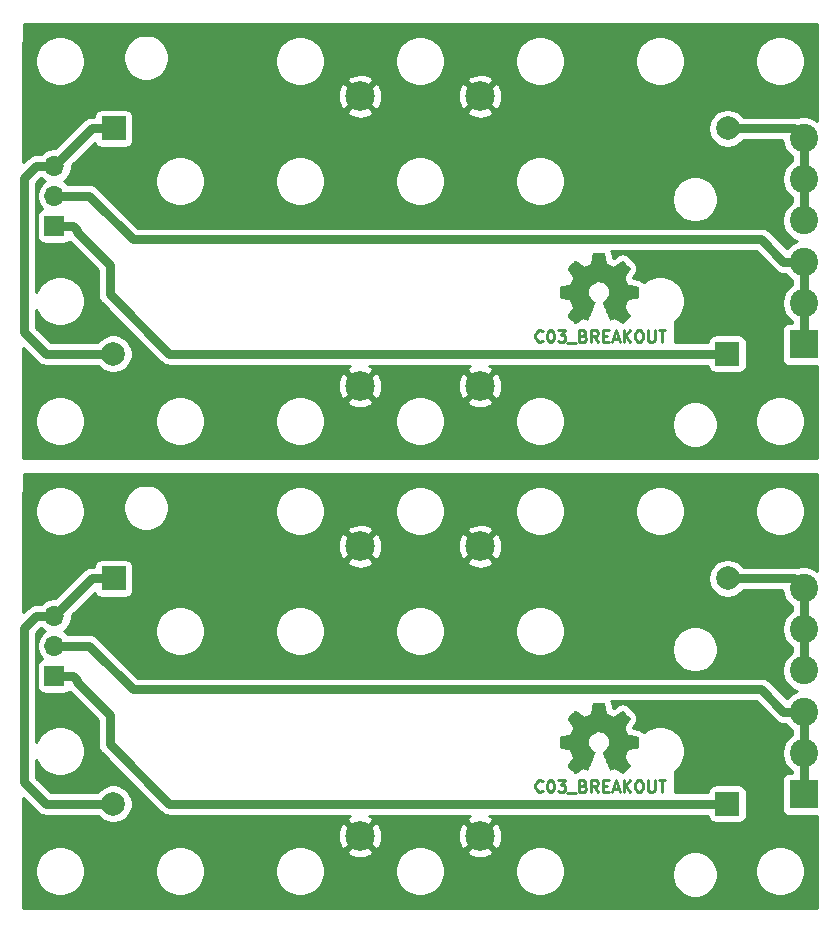
<source format=gbr>
G04 #@! TF.GenerationSoftware,KiCad,Pcbnew,5.1.5-52549c5~86~ubuntu18.04.1*
G04 #@! TF.CreationDate,2020-09-09T17:07:02-05:00*
G04 #@! TF.ProjectId,,58585858-5858-4585-9858-585858585858,rev?*
G04 #@! TF.SameCoordinates,Original*
G04 #@! TF.FileFunction,Copper,L1,Top*
G04 #@! TF.FilePolarity,Positive*
%FSLAX46Y46*%
G04 Gerber Fmt 4.6, Leading zero omitted, Abs format (unit mm)*
G04 Created by KiCad (PCBNEW 5.1.5-52549c5~86~ubuntu18.04.1) date 2020-09-09 17:07:02*
%MOMM*%
%LPD*%
G04 APERTURE LIST*
%ADD10C,0.250000*%
%ADD11C,0.010000*%
%ADD12C,2.499360*%
%ADD13C,2.000000*%
%ADD14R,2.000000X2.000000*%
%ADD15R,1.700000X1.700000*%
%ADD16O,1.700000X1.700000*%
%ADD17R,2.400000X2.400000*%
%ADD18C,2.400000*%
%ADD19C,0.750000*%
%ADD20C,0.254000*%
G04 APERTURE END LIST*
D10*
X150487666Y-117400342D02*
X150440047Y-117447961D01*
X150297190Y-117495580D01*
X150201952Y-117495580D01*
X150059095Y-117447961D01*
X149963857Y-117352723D01*
X149916238Y-117257485D01*
X149868619Y-117067009D01*
X149868619Y-116924152D01*
X149916238Y-116733676D01*
X149963857Y-116638438D01*
X150059095Y-116543200D01*
X150201952Y-116495580D01*
X150297190Y-116495580D01*
X150440047Y-116543200D01*
X150487666Y-116590819D01*
X151106714Y-116495580D02*
X151201952Y-116495580D01*
X151297190Y-116543200D01*
X151344809Y-116590819D01*
X151392428Y-116686057D01*
X151440047Y-116876533D01*
X151440047Y-117114628D01*
X151392428Y-117305104D01*
X151344809Y-117400342D01*
X151297190Y-117447961D01*
X151201952Y-117495580D01*
X151106714Y-117495580D01*
X151011476Y-117447961D01*
X150963857Y-117400342D01*
X150916238Y-117305104D01*
X150868619Y-117114628D01*
X150868619Y-116876533D01*
X150916238Y-116686057D01*
X150963857Y-116590819D01*
X151011476Y-116543200D01*
X151106714Y-116495580D01*
X151773380Y-116495580D02*
X152392428Y-116495580D01*
X152059095Y-116876533D01*
X152201952Y-116876533D01*
X152297190Y-116924152D01*
X152344809Y-116971771D01*
X152392428Y-117067009D01*
X152392428Y-117305104D01*
X152344809Y-117400342D01*
X152297190Y-117447961D01*
X152201952Y-117495580D01*
X151916238Y-117495580D01*
X151821000Y-117447961D01*
X151773380Y-117400342D01*
X152582904Y-117590819D02*
X153344809Y-117590819D01*
X153916238Y-116971771D02*
X154059095Y-117019390D01*
X154106714Y-117067009D01*
X154154333Y-117162247D01*
X154154333Y-117305104D01*
X154106714Y-117400342D01*
X154059095Y-117447961D01*
X153963857Y-117495580D01*
X153582904Y-117495580D01*
X153582904Y-116495580D01*
X153916238Y-116495580D01*
X154011476Y-116543200D01*
X154059095Y-116590819D01*
X154106714Y-116686057D01*
X154106714Y-116781295D01*
X154059095Y-116876533D01*
X154011476Y-116924152D01*
X153916238Y-116971771D01*
X153582904Y-116971771D01*
X155154333Y-117495580D02*
X154821000Y-117019390D01*
X154582904Y-117495580D02*
X154582904Y-116495580D01*
X154963857Y-116495580D01*
X155059095Y-116543200D01*
X155106714Y-116590819D01*
X155154333Y-116686057D01*
X155154333Y-116828914D01*
X155106714Y-116924152D01*
X155059095Y-116971771D01*
X154963857Y-117019390D01*
X154582904Y-117019390D01*
X155582904Y-116971771D02*
X155916238Y-116971771D01*
X156059095Y-117495580D02*
X155582904Y-117495580D01*
X155582904Y-116495580D01*
X156059095Y-116495580D01*
X156440047Y-117209866D02*
X156916238Y-117209866D01*
X156344809Y-117495580D02*
X156678142Y-116495580D01*
X157011476Y-117495580D01*
X157344809Y-117495580D02*
X157344809Y-116495580D01*
X157916238Y-117495580D02*
X157487666Y-116924152D01*
X157916238Y-116495580D02*
X157344809Y-117067009D01*
X158535285Y-116495580D02*
X158725761Y-116495580D01*
X158821000Y-116543200D01*
X158916238Y-116638438D01*
X158963857Y-116828914D01*
X158963857Y-117162247D01*
X158916238Y-117352723D01*
X158821000Y-117447961D01*
X158725761Y-117495580D01*
X158535285Y-117495580D01*
X158440047Y-117447961D01*
X158344809Y-117352723D01*
X158297190Y-117162247D01*
X158297190Y-116828914D01*
X158344809Y-116638438D01*
X158440047Y-116543200D01*
X158535285Y-116495580D01*
X159392428Y-116495580D02*
X159392428Y-117305104D01*
X159440047Y-117400342D01*
X159487666Y-117447961D01*
X159582904Y-117495580D01*
X159773380Y-117495580D01*
X159868619Y-117447961D01*
X159916238Y-117400342D01*
X159963857Y-117305104D01*
X159963857Y-116495580D01*
X160297190Y-116495580D02*
X160868619Y-116495580D01*
X160582904Y-117495580D02*
X160582904Y-116495580D01*
X150487666Y-79300342D02*
X150440047Y-79347961D01*
X150297190Y-79395580D01*
X150201952Y-79395580D01*
X150059095Y-79347961D01*
X149963857Y-79252723D01*
X149916238Y-79157485D01*
X149868619Y-78967009D01*
X149868619Y-78824152D01*
X149916238Y-78633676D01*
X149963857Y-78538438D01*
X150059095Y-78443200D01*
X150201952Y-78395580D01*
X150297190Y-78395580D01*
X150440047Y-78443200D01*
X150487666Y-78490819D01*
X151106714Y-78395580D02*
X151201952Y-78395580D01*
X151297190Y-78443200D01*
X151344809Y-78490819D01*
X151392428Y-78586057D01*
X151440047Y-78776533D01*
X151440047Y-79014628D01*
X151392428Y-79205104D01*
X151344809Y-79300342D01*
X151297190Y-79347961D01*
X151201952Y-79395580D01*
X151106714Y-79395580D01*
X151011476Y-79347961D01*
X150963857Y-79300342D01*
X150916238Y-79205104D01*
X150868619Y-79014628D01*
X150868619Y-78776533D01*
X150916238Y-78586057D01*
X150963857Y-78490819D01*
X151011476Y-78443200D01*
X151106714Y-78395580D01*
X151773380Y-78395580D02*
X152392428Y-78395580D01*
X152059095Y-78776533D01*
X152201952Y-78776533D01*
X152297190Y-78824152D01*
X152344809Y-78871771D01*
X152392428Y-78967009D01*
X152392428Y-79205104D01*
X152344809Y-79300342D01*
X152297190Y-79347961D01*
X152201952Y-79395580D01*
X151916238Y-79395580D01*
X151821000Y-79347961D01*
X151773380Y-79300342D01*
X152582904Y-79490819D02*
X153344809Y-79490819D01*
X153916238Y-78871771D02*
X154059095Y-78919390D01*
X154106714Y-78967009D01*
X154154333Y-79062247D01*
X154154333Y-79205104D01*
X154106714Y-79300342D01*
X154059095Y-79347961D01*
X153963857Y-79395580D01*
X153582904Y-79395580D01*
X153582904Y-78395580D01*
X153916238Y-78395580D01*
X154011476Y-78443200D01*
X154059095Y-78490819D01*
X154106714Y-78586057D01*
X154106714Y-78681295D01*
X154059095Y-78776533D01*
X154011476Y-78824152D01*
X153916238Y-78871771D01*
X153582904Y-78871771D01*
X155154333Y-79395580D02*
X154821000Y-78919390D01*
X154582904Y-79395580D02*
X154582904Y-78395580D01*
X154963857Y-78395580D01*
X155059095Y-78443200D01*
X155106714Y-78490819D01*
X155154333Y-78586057D01*
X155154333Y-78728914D01*
X155106714Y-78824152D01*
X155059095Y-78871771D01*
X154963857Y-78919390D01*
X154582904Y-78919390D01*
X155582904Y-78871771D02*
X155916238Y-78871771D01*
X156059095Y-79395580D02*
X155582904Y-79395580D01*
X155582904Y-78395580D01*
X156059095Y-78395580D01*
X156440047Y-79109866D02*
X156916238Y-79109866D01*
X156344809Y-79395580D02*
X156678142Y-78395580D01*
X157011476Y-79395580D01*
X157344809Y-79395580D02*
X157344809Y-78395580D01*
X157916238Y-79395580D02*
X157487666Y-78824152D01*
X157916238Y-78395580D02*
X157344809Y-78967009D01*
X158535285Y-78395580D02*
X158725761Y-78395580D01*
X158821000Y-78443200D01*
X158916238Y-78538438D01*
X158963857Y-78728914D01*
X158963857Y-79062247D01*
X158916238Y-79252723D01*
X158821000Y-79347961D01*
X158725761Y-79395580D01*
X158535285Y-79395580D01*
X158440047Y-79347961D01*
X158344809Y-79252723D01*
X158297190Y-79062247D01*
X158297190Y-78728914D01*
X158344809Y-78538438D01*
X158440047Y-78443200D01*
X158535285Y-78395580D01*
X159392428Y-78395580D02*
X159392428Y-79205104D01*
X159440047Y-79300342D01*
X159487666Y-79347961D01*
X159582904Y-79395580D01*
X159773380Y-79395580D01*
X159868619Y-79347961D01*
X159916238Y-79300342D01*
X159963857Y-79205104D01*
X159963857Y-78395580D01*
X160297190Y-78395580D02*
X160868619Y-78395580D01*
X160582904Y-79395580D02*
X160582904Y-78395580D01*
D11*
G36*
X155775214Y-110422731D02*
G01*
X155859035Y-110867355D01*
X156168320Y-110994853D01*
X156477606Y-111122351D01*
X156848646Y-110870046D01*
X156952557Y-110799796D01*
X157046487Y-110737072D01*
X157126052Y-110684738D01*
X157186870Y-110645657D01*
X157224557Y-110622693D01*
X157234821Y-110617742D01*
X157253310Y-110630476D01*
X157292820Y-110665682D01*
X157348922Y-110718862D01*
X157417187Y-110785518D01*
X157493186Y-110861154D01*
X157572492Y-110941272D01*
X157650675Y-111021374D01*
X157723307Y-111096964D01*
X157785959Y-111163545D01*
X157834203Y-111216618D01*
X157863610Y-111251687D01*
X157870641Y-111263423D01*
X157860523Y-111285060D01*
X157832159Y-111332462D01*
X157788529Y-111400993D01*
X157732618Y-111486015D01*
X157667406Y-111582893D01*
X157629619Y-111638150D01*
X157560743Y-111739048D01*
X157499540Y-111830099D01*
X157448978Y-111906770D01*
X157412028Y-111964528D01*
X157391658Y-111998843D01*
X157388597Y-112006054D01*
X157395536Y-112026548D01*
X157414451Y-112074313D01*
X157442487Y-112142632D01*
X157476791Y-112224789D01*
X157514509Y-112314070D01*
X157552787Y-112403758D01*
X157588770Y-112487138D01*
X157619606Y-112557494D01*
X157642439Y-112608110D01*
X157654417Y-112632271D01*
X157655124Y-112633222D01*
X157673931Y-112637836D01*
X157724018Y-112648128D01*
X157800193Y-112663087D01*
X157897265Y-112681701D01*
X158010043Y-112702959D01*
X158075842Y-112715218D01*
X158196350Y-112738162D01*
X158305197Y-112759995D01*
X158396876Y-112779522D01*
X158465881Y-112795548D01*
X158506704Y-112806879D01*
X158514911Y-112810474D01*
X158522948Y-112834806D01*
X158529433Y-112889759D01*
X158534370Y-112968908D01*
X158537764Y-113065826D01*
X158539618Y-113174087D01*
X158539938Y-113287265D01*
X158538727Y-113398935D01*
X158535990Y-113502668D01*
X158531731Y-113592041D01*
X158525955Y-113660626D01*
X158518667Y-113701997D01*
X158514295Y-113710610D01*
X158488164Y-113720933D01*
X158432793Y-113735692D01*
X158355507Y-113753152D01*
X158263630Y-113771580D01*
X158231558Y-113777541D01*
X158076924Y-113805866D01*
X157954775Y-113828676D01*
X157861073Y-113846880D01*
X157791784Y-113861383D01*
X157742871Y-113873092D01*
X157710297Y-113882915D01*
X157690028Y-113891756D01*
X157678026Y-113900524D01*
X157676347Y-113902257D01*
X157659584Y-113930171D01*
X157634014Y-113984495D01*
X157602188Y-114058577D01*
X157566660Y-114145765D01*
X157529983Y-114239408D01*
X157494711Y-114332852D01*
X157463396Y-114419447D01*
X157438593Y-114492540D01*
X157422854Y-114545478D01*
X157418732Y-114571611D01*
X157419076Y-114572526D01*
X157433041Y-114593886D01*
X157464722Y-114640884D01*
X157510791Y-114708627D01*
X157567918Y-114792223D01*
X157632773Y-114886782D01*
X157651243Y-114913654D01*
X157717099Y-115011075D01*
X157775050Y-115099963D01*
X157821938Y-115175212D01*
X157854607Y-115231720D01*
X157869900Y-115264381D01*
X157870641Y-115268393D01*
X157857792Y-115289484D01*
X157822288Y-115331264D01*
X157768693Y-115389245D01*
X157701571Y-115458935D01*
X157625487Y-115535845D01*
X157545004Y-115615483D01*
X157464687Y-115693361D01*
X157389099Y-115764986D01*
X157322805Y-115825870D01*
X157270369Y-115871521D01*
X157236355Y-115897450D01*
X157226945Y-115901683D01*
X157205043Y-115891712D01*
X157160200Y-115864820D01*
X157099721Y-115825536D01*
X157053189Y-115793917D01*
X156968875Y-115735898D01*
X156869026Y-115667584D01*
X156768873Y-115599379D01*
X156715027Y-115562875D01*
X156532771Y-115439600D01*
X156379781Y-115522320D01*
X156310082Y-115558559D01*
X156250814Y-115586726D01*
X156210711Y-115602791D01*
X156200503Y-115605026D01*
X156188229Y-115588522D01*
X156164013Y-115541882D01*
X156129663Y-115469409D01*
X156086988Y-115375406D01*
X156037794Y-115264174D01*
X155983890Y-115140015D01*
X155927084Y-115007232D01*
X155869182Y-114870127D01*
X155811993Y-114733002D01*
X155757324Y-114600158D01*
X155706984Y-114475898D01*
X155662780Y-114364525D01*
X155626519Y-114270339D01*
X155600009Y-114197644D01*
X155585058Y-114150741D01*
X155582654Y-114134633D01*
X155601711Y-114114086D01*
X155643436Y-114080733D01*
X155699106Y-114041502D01*
X155703778Y-114038399D01*
X155847664Y-113923223D01*
X155963683Y-113788853D01*
X156050830Y-113639584D01*
X156108099Y-113479713D01*
X156134486Y-113313537D01*
X156128985Y-113145352D01*
X156090590Y-112979455D01*
X156018295Y-112820142D01*
X155997026Y-112785287D01*
X155886396Y-112644537D01*
X155755702Y-112531514D01*
X155609464Y-112446803D01*
X155452208Y-112390994D01*
X155288457Y-112364674D01*
X155122733Y-112368430D01*
X154959562Y-112402850D01*
X154803465Y-112468523D01*
X154658967Y-112566035D01*
X154614269Y-112605613D01*
X154500512Y-112729503D01*
X154417618Y-112859924D01*
X154360756Y-113006115D01*
X154329087Y-113150888D01*
X154321269Y-113313660D01*
X154347338Y-113477240D01*
X154404645Y-113636098D01*
X154490544Y-113784706D01*
X154602386Y-113917535D01*
X154737523Y-114029056D01*
X154755283Y-114040811D01*
X154811550Y-114079308D01*
X154854323Y-114112663D01*
X154874772Y-114133960D01*
X154875069Y-114134633D01*
X154870679Y-114157671D01*
X154853276Y-114209957D01*
X154824668Y-114287190D01*
X154786665Y-114385068D01*
X154741074Y-114499291D01*
X154689703Y-114625558D01*
X154634362Y-114759567D01*
X154576858Y-114897018D01*
X154519001Y-115033608D01*
X154462598Y-115165037D01*
X154409458Y-115287005D01*
X154361390Y-115395209D01*
X154320201Y-115485349D01*
X154287701Y-115553123D01*
X154265697Y-115594230D01*
X154256836Y-115605026D01*
X154229760Y-115596619D01*
X154179097Y-115574072D01*
X154113583Y-115541413D01*
X154077559Y-115522320D01*
X153924568Y-115439600D01*
X153742312Y-115562875D01*
X153649275Y-115626028D01*
X153547415Y-115695527D01*
X153451962Y-115760965D01*
X153404150Y-115793917D01*
X153336905Y-115839073D01*
X153279964Y-115874857D01*
X153240754Y-115896738D01*
X153228019Y-115901363D01*
X153209483Y-115888885D01*
X153168459Y-115854052D01*
X153108925Y-115800478D01*
X153034858Y-115731783D01*
X152950235Y-115651581D01*
X152896715Y-115600086D01*
X152803081Y-115508086D01*
X152722159Y-115425799D01*
X152657223Y-115356745D01*
X152611542Y-115304444D01*
X152588389Y-115272416D01*
X152586168Y-115265916D01*
X152596476Y-115241194D01*
X152624961Y-115191205D01*
X152668463Y-115121012D01*
X152723823Y-115035675D01*
X152787880Y-114940256D01*
X152806097Y-114913654D01*
X152872473Y-114816967D01*
X152932022Y-114729917D01*
X152981416Y-114657395D01*
X153017325Y-114604293D01*
X153036419Y-114575503D01*
X153038264Y-114572526D01*
X153035505Y-114549582D01*
X153020862Y-114499136D01*
X152996887Y-114427841D01*
X152966134Y-114342347D01*
X152931156Y-114249307D01*
X152894507Y-114155374D01*
X152858739Y-114067199D01*
X152826406Y-113991434D01*
X152800062Y-113934731D01*
X152782258Y-113903743D01*
X152780993Y-113902257D01*
X152770106Y-113893401D01*
X152751718Y-113884643D01*
X152721794Y-113875077D01*
X152676297Y-113863796D01*
X152611191Y-113849893D01*
X152522439Y-113832463D01*
X152406007Y-113810598D01*
X152257858Y-113783391D01*
X152225782Y-113777541D01*
X152130714Y-113759174D01*
X152047835Y-113741205D01*
X151984470Y-113725369D01*
X151947942Y-113713400D01*
X151943044Y-113710610D01*
X151934973Y-113685872D01*
X151928413Y-113630590D01*
X151923367Y-113551189D01*
X151919841Y-113454096D01*
X151917839Y-113345738D01*
X151917364Y-113232540D01*
X151918423Y-113120928D01*
X151921018Y-113017329D01*
X151925154Y-112928168D01*
X151930837Y-112859872D01*
X151938069Y-112818866D01*
X151942429Y-112810474D01*
X151966702Y-112802008D01*
X152021974Y-112788235D01*
X152102738Y-112770350D01*
X152203488Y-112749548D01*
X152318717Y-112727023D01*
X152381498Y-112715218D01*
X152500613Y-112692951D01*
X152606835Y-112672779D01*
X152694973Y-112655715D01*
X152759834Y-112642769D01*
X152796226Y-112634955D01*
X152802216Y-112633222D01*
X152812339Y-112613690D01*
X152833738Y-112566643D01*
X152863561Y-112498803D01*
X152898955Y-112416891D01*
X152937068Y-112327628D01*
X152975047Y-112237735D01*
X153010040Y-112153935D01*
X153039194Y-112082947D01*
X153059657Y-112031494D01*
X153068577Y-112006297D01*
X153068743Y-112005196D01*
X153058631Y-111985319D01*
X153030283Y-111939577D01*
X152986677Y-111872517D01*
X152930794Y-111788684D01*
X152865613Y-111692626D01*
X152827721Y-111637450D01*
X152758675Y-111536281D01*
X152697350Y-111444430D01*
X152646737Y-111366544D01*
X152609829Y-111307269D01*
X152589618Y-111271251D01*
X152586699Y-111263177D01*
X152599247Y-111244384D01*
X152633937Y-111204257D01*
X152686337Y-111147293D01*
X152752016Y-111077985D01*
X152826544Y-111000831D01*
X152905487Y-110920325D01*
X152984417Y-110840963D01*
X153058900Y-110767240D01*
X153124506Y-110703652D01*
X153176804Y-110654694D01*
X153211361Y-110624861D01*
X153222922Y-110617742D01*
X153241746Y-110627753D01*
X153286769Y-110655878D01*
X153353613Y-110699254D01*
X153437901Y-110755018D01*
X153535256Y-110820306D01*
X153608693Y-110870046D01*
X153979733Y-111122351D01*
X154598305Y-110867355D01*
X154682125Y-110422731D01*
X154765946Y-109978107D01*
X155691394Y-109978107D01*
X155775214Y-110422731D01*
G37*
X155775214Y-110422731D02*
X155859035Y-110867355D01*
X156168320Y-110994853D01*
X156477606Y-111122351D01*
X156848646Y-110870046D01*
X156952557Y-110799796D01*
X157046487Y-110737072D01*
X157126052Y-110684738D01*
X157186870Y-110645657D01*
X157224557Y-110622693D01*
X157234821Y-110617742D01*
X157253310Y-110630476D01*
X157292820Y-110665682D01*
X157348922Y-110718862D01*
X157417187Y-110785518D01*
X157493186Y-110861154D01*
X157572492Y-110941272D01*
X157650675Y-111021374D01*
X157723307Y-111096964D01*
X157785959Y-111163545D01*
X157834203Y-111216618D01*
X157863610Y-111251687D01*
X157870641Y-111263423D01*
X157860523Y-111285060D01*
X157832159Y-111332462D01*
X157788529Y-111400993D01*
X157732618Y-111486015D01*
X157667406Y-111582893D01*
X157629619Y-111638150D01*
X157560743Y-111739048D01*
X157499540Y-111830099D01*
X157448978Y-111906770D01*
X157412028Y-111964528D01*
X157391658Y-111998843D01*
X157388597Y-112006054D01*
X157395536Y-112026548D01*
X157414451Y-112074313D01*
X157442487Y-112142632D01*
X157476791Y-112224789D01*
X157514509Y-112314070D01*
X157552787Y-112403758D01*
X157588770Y-112487138D01*
X157619606Y-112557494D01*
X157642439Y-112608110D01*
X157654417Y-112632271D01*
X157655124Y-112633222D01*
X157673931Y-112637836D01*
X157724018Y-112648128D01*
X157800193Y-112663087D01*
X157897265Y-112681701D01*
X158010043Y-112702959D01*
X158075842Y-112715218D01*
X158196350Y-112738162D01*
X158305197Y-112759995D01*
X158396876Y-112779522D01*
X158465881Y-112795548D01*
X158506704Y-112806879D01*
X158514911Y-112810474D01*
X158522948Y-112834806D01*
X158529433Y-112889759D01*
X158534370Y-112968908D01*
X158537764Y-113065826D01*
X158539618Y-113174087D01*
X158539938Y-113287265D01*
X158538727Y-113398935D01*
X158535990Y-113502668D01*
X158531731Y-113592041D01*
X158525955Y-113660626D01*
X158518667Y-113701997D01*
X158514295Y-113710610D01*
X158488164Y-113720933D01*
X158432793Y-113735692D01*
X158355507Y-113753152D01*
X158263630Y-113771580D01*
X158231558Y-113777541D01*
X158076924Y-113805866D01*
X157954775Y-113828676D01*
X157861073Y-113846880D01*
X157791784Y-113861383D01*
X157742871Y-113873092D01*
X157710297Y-113882915D01*
X157690028Y-113891756D01*
X157678026Y-113900524D01*
X157676347Y-113902257D01*
X157659584Y-113930171D01*
X157634014Y-113984495D01*
X157602188Y-114058577D01*
X157566660Y-114145765D01*
X157529983Y-114239408D01*
X157494711Y-114332852D01*
X157463396Y-114419447D01*
X157438593Y-114492540D01*
X157422854Y-114545478D01*
X157418732Y-114571611D01*
X157419076Y-114572526D01*
X157433041Y-114593886D01*
X157464722Y-114640884D01*
X157510791Y-114708627D01*
X157567918Y-114792223D01*
X157632773Y-114886782D01*
X157651243Y-114913654D01*
X157717099Y-115011075D01*
X157775050Y-115099963D01*
X157821938Y-115175212D01*
X157854607Y-115231720D01*
X157869900Y-115264381D01*
X157870641Y-115268393D01*
X157857792Y-115289484D01*
X157822288Y-115331264D01*
X157768693Y-115389245D01*
X157701571Y-115458935D01*
X157625487Y-115535845D01*
X157545004Y-115615483D01*
X157464687Y-115693361D01*
X157389099Y-115764986D01*
X157322805Y-115825870D01*
X157270369Y-115871521D01*
X157236355Y-115897450D01*
X157226945Y-115901683D01*
X157205043Y-115891712D01*
X157160200Y-115864820D01*
X157099721Y-115825536D01*
X157053189Y-115793917D01*
X156968875Y-115735898D01*
X156869026Y-115667584D01*
X156768873Y-115599379D01*
X156715027Y-115562875D01*
X156532771Y-115439600D01*
X156379781Y-115522320D01*
X156310082Y-115558559D01*
X156250814Y-115586726D01*
X156210711Y-115602791D01*
X156200503Y-115605026D01*
X156188229Y-115588522D01*
X156164013Y-115541882D01*
X156129663Y-115469409D01*
X156086988Y-115375406D01*
X156037794Y-115264174D01*
X155983890Y-115140015D01*
X155927084Y-115007232D01*
X155869182Y-114870127D01*
X155811993Y-114733002D01*
X155757324Y-114600158D01*
X155706984Y-114475898D01*
X155662780Y-114364525D01*
X155626519Y-114270339D01*
X155600009Y-114197644D01*
X155585058Y-114150741D01*
X155582654Y-114134633D01*
X155601711Y-114114086D01*
X155643436Y-114080733D01*
X155699106Y-114041502D01*
X155703778Y-114038399D01*
X155847664Y-113923223D01*
X155963683Y-113788853D01*
X156050830Y-113639584D01*
X156108099Y-113479713D01*
X156134486Y-113313537D01*
X156128985Y-113145352D01*
X156090590Y-112979455D01*
X156018295Y-112820142D01*
X155997026Y-112785287D01*
X155886396Y-112644537D01*
X155755702Y-112531514D01*
X155609464Y-112446803D01*
X155452208Y-112390994D01*
X155288457Y-112364674D01*
X155122733Y-112368430D01*
X154959562Y-112402850D01*
X154803465Y-112468523D01*
X154658967Y-112566035D01*
X154614269Y-112605613D01*
X154500512Y-112729503D01*
X154417618Y-112859924D01*
X154360756Y-113006115D01*
X154329087Y-113150888D01*
X154321269Y-113313660D01*
X154347338Y-113477240D01*
X154404645Y-113636098D01*
X154490544Y-113784706D01*
X154602386Y-113917535D01*
X154737523Y-114029056D01*
X154755283Y-114040811D01*
X154811550Y-114079308D01*
X154854323Y-114112663D01*
X154874772Y-114133960D01*
X154875069Y-114134633D01*
X154870679Y-114157671D01*
X154853276Y-114209957D01*
X154824668Y-114287190D01*
X154786665Y-114385068D01*
X154741074Y-114499291D01*
X154689703Y-114625558D01*
X154634362Y-114759567D01*
X154576858Y-114897018D01*
X154519001Y-115033608D01*
X154462598Y-115165037D01*
X154409458Y-115287005D01*
X154361390Y-115395209D01*
X154320201Y-115485349D01*
X154287701Y-115553123D01*
X154265697Y-115594230D01*
X154256836Y-115605026D01*
X154229760Y-115596619D01*
X154179097Y-115574072D01*
X154113583Y-115541413D01*
X154077559Y-115522320D01*
X153924568Y-115439600D01*
X153742312Y-115562875D01*
X153649275Y-115626028D01*
X153547415Y-115695527D01*
X153451962Y-115760965D01*
X153404150Y-115793917D01*
X153336905Y-115839073D01*
X153279964Y-115874857D01*
X153240754Y-115896738D01*
X153228019Y-115901363D01*
X153209483Y-115888885D01*
X153168459Y-115854052D01*
X153108925Y-115800478D01*
X153034858Y-115731783D01*
X152950235Y-115651581D01*
X152896715Y-115600086D01*
X152803081Y-115508086D01*
X152722159Y-115425799D01*
X152657223Y-115356745D01*
X152611542Y-115304444D01*
X152588389Y-115272416D01*
X152586168Y-115265916D01*
X152596476Y-115241194D01*
X152624961Y-115191205D01*
X152668463Y-115121012D01*
X152723823Y-115035675D01*
X152787880Y-114940256D01*
X152806097Y-114913654D01*
X152872473Y-114816967D01*
X152932022Y-114729917D01*
X152981416Y-114657395D01*
X153017325Y-114604293D01*
X153036419Y-114575503D01*
X153038264Y-114572526D01*
X153035505Y-114549582D01*
X153020862Y-114499136D01*
X152996887Y-114427841D01*
X152966134Y-114342347D01*
X152931156Y-114249307D01*
X152894507Y-114155374D01*
X152858739Y-114067199D01*
X152826406Y-113991434D01*
X152800062Y-113934731D01*
X152782258Y-113903743D01*
X152780993Y-113902257D01*
X152770106Y-113893401D01*
X152751718Y-113884643D01*
X152721794Y-113875077D01*
X152676297Y-113863796D01*
X152611191Y-113849893D01*
X152522439Y-113832463D01*
X152406007Y-113810598D01*
X152257858Y-113783391D01*
X152225782Y-113777541D01*
X152130714Y-113759174D01*
X152047835Y-113741205D01*
X151984470Y-113725369D01*
X151947942Y-113713400D01*
X151943044Y-113710610D01*
X151934973Y-113685872D01*
X151928413Y-113630590D01*
X151923367Y-113551189D01*
X151919841Y-113454096D01*
X151917839Y-113345738D01*
X151917364Y-113232540D01*
X151918423Y-113120928D01*
X151921018Y-113017329D01*
X151925154Y-112928168D01*
X151930837Y-112859872D01*
X151938069Y-112818866D01*
X151942429Y-112810474D01*
X151966702Y-112802008D01*
X152021974Y-112788235D01*
X152102738Y-112770350D01*
X152203488Y-112749548D01*
X152318717Y-112727023D01*
X152381498Y-112715218D01*
X152500613Y-112692951D01*
X152606835Y-112672779D01*
X152694973Y-112655715D01*
X152759834Y-112642769D01*
X152796226Y-112634955D01*
X152802216Y-112633222D01*
X152812339Y-112613690D01*
X152833738Y-112566643D01*
X152863561Y-112498803D01*
X152898955Y-112416891D01*
X152937068Y-112327628D01*
X152975047Y-112237735D01*
X153010040Y-112153935D01*
X153039194Y-112082947D01*
X153059657Y-112031494D01*
X153068577Y-112006297D01*
X153068743Y-112005196D01*
X153058631Y-111985319D01*
X153030283Y-111939577D01*
X152986677Y-111872517D01*
X152930794Y-111788684D01*
X152865613Y-111692626D01*
X152827721Y-111637450D01*
X152758675Y-111536281D01*
X152697350Y-111444430D01*
X152646737Y-111366544D01*
X152609829Y-111307269D01*
X152589618Y-111271251D01*
X152586699Y-111263177D01*
X152599247Y-111244384D01*
X152633937Y-111204257D01*
X152686337Y-111147293D01*
X152752016Y-111077985D01*
X152826544Y-111000831D01*
X152905487Y-110920325D01*
X152984417Y-110840963D01*
X153058900Y-110767240D01*
X153124506Y-110703652D01*
X153176804Y-110654694D01*
X153211361Y-110624861D01*
X153222922Y-110617742D01*
X153241746Y-110627753D01*
X153286769Y-110655878D01*
X153353613Y-110699254D01*
X153437901Y-110755018D01*
X153535256Y-110820306D01*
X153608693Y-110870046D01*
X153979733Y-111122351D01*
X154598305Y-110867355D01*
X154682125Y-110422731D01*
X154765946Y-109978107D01*
X155691394Y-109978107D01*
X155775214Y-110422731D01*
G36*
X155775214Y-72322731D02*
G01*
X155859035Y-72767355D01*
X156168320Y-72894853D01*
X156477606Y-73022351D01*
X156848646Y-72770046D01*
X156952557Y-72699796D01*
X157046487Y-72637072D01*
X157126052Y-72584738D01*
X157186870Y-72545657D01*
X157224557Y-72522693D01*
X157234821Y-72517742D01*
X157253310Y-72530476D01*
X157292820Y-72565682D01*
X157348922Y-72618862D01*
X157417187Y-72685518D01*
X157493186Y-72761154D01*
X157572492Y-72841272D01*
X157650675Y-72921374D01*
X157723307Y-72996964D01*
X157785959Y-73063545D01*
X157834203Y-73116618D01*
X157863610Y-73151687D01*
X157870641Y-73163423D01*
X157860523Y-73185060D01*
X157832159Y-73232462D01*
X157788529Y-73300993D01*
X157732618Y-73386015D01*
X157667406Y-73482893D01*
X157629619Y-73538150D01*
X157560743Y-73639048D01*
X157499540Y-73730099D01*
X157448978Y-73806770D01*
X157412028Y-73864528D01*
X157391658Y-73898843D01*
X157388597Y-73906054D01*
X157395536Y-73926548D01*
X157414451Y-73974313D01*
X157442487Y-74042632D01*
X157476791Y-74124789D01*
X157514509Y-74214070D01*
X157552787Y-74303758D01*
X157588770Y-74387138D01*
X157619606Y-74457494D01*
X157642439Y-74508110D01*
X157654417Y-74532271D01*
X157655124Y-74533222D01*
X157673931Y-74537836D01*
X157724018Y-74548128D01*
X157800193Y-74563087D01*
X157897265Y-74581701D01*
X158010043Y-74602959D01*
X158075842Y-74615218D01*
X158196350Y-74638162D01*
X158305197Y-74659995D01*
X158396876Y-74679522D01*
X158465881Y-74695548D01*
X158506704Y-74706879D01*
X158514911Y-74710474D01*
X158522948Y-74734806D01*
X158529433Y-74789759D01*
X158534370Y-74868908D01*
X158537764Y-74965826D01*
X158539618Y-75074087D01*
X158539938Y-75187265D01*
X158538727Y-75298935D01*
X158535990Y-75402668D01*
X158531731Y-75492041D01*
X158525955Y-75560626D01*
X158518667Y-75601997D01*
X158514295Y-75610610D01*
X158488164Y-75620933D01*
X158432793Y-75635692D01*
X158355507Y-75653152D01*
X158263630Y-75671580D01*
X158231558Y-75677541D01*
X158076924Y-75705866D01*
X157954775Y-75728676D01*
X157861073Y-75746880D01*
X157791784Y-75761383D01*
X157742871Y-75773092D01*
X157710297Y-75782915D01*
X157690028Y-75791756D01*
X157678026Y-75800524D01*
X157676347Y-75802257D01*
X157659584Y-75830171D01*
X157634014Y-75884495D01*
X157602188Y-75958577D01*
X157566660Y-76045765D01*
X157529983Y-76139408D01*
X157494711Y-76232852D01*
X157463396Y-76319447D01*
X157438593Y-76392540D01*
X157422854Y-76445478D01*
X157418732Y-76471611D01*
X157419076Y-76472526D01*
X157433041Y-76493886D01*
X157464722Y-76540884D01*
X157510791Y-76608627D01*
X157567918Y-76692223D01*
X157632773Y-76786782D01*
X157651243Y-76813654D01*
X157717099Y-76911075D01*
X157775050Y-76999963D01*
X157821938Y-77075212D01*
X157854607Y-77131720D01*
X157869900Y-77164381D01*
X157870641Y-77168393D01*
X157857792Y-77189484D01*
X157822288Y-77231264D01*
X157768693Y-77289245D01*
X157701571Y-77358935D01*
X157625487Y-77435845D01*
X157545004Y-77515483D01*
X157464687Y-77593361D01*
X157389099Y-77664986D01*
X157322805Y-77725870D01*
X157270369Y-77771521D01*
X157236355Y-77797450D01*
X157226945Y-77801683D01*
X157205043Y-77791712D01*
X157160200Y-77764820D01*
X157099721Y-77725536D01*
X157053189Y-77693917D01*
X156968875Y-77635898D01*
X156869026Y-77567584D01*
X156768873Y-77499379D01*
X156715027Y-77462875D01*
X156532771Y-77339600D01*
X156379781Y-77422320D01*
X156310082Y-77458559D01*
X156250814Y-77486726D01*
X156210711Y-77502791D01*
X156200503Y-77505026D01*
X156188229Y-77488522D01*
X156164013Y-77441882D01*
X156129663Y-77369409D01*
X156086988Y-77275406D01*
X156037794Y-77164174D01*
X155983890Y-77040015D01*
X155927084Y-76907232D01*
X155869182Y-76770127D01*
X155811993Y-76633002D01*
X155757324Y-76500158D01*
X155706984Y-76375898D01*
X155662780Y-76264525D01*
X155626519Y-76170339D01*
X155600009Y-76097644D01*
X155585058Y-76050741D01*
X155582654Y-76034633D01*
X155601711Y-76014086D01*
X155643436Y-75980733D01*
X155699106Y-75941502D01*
X155703778Y-75938399D01*
X155847664Y-75823223D01*
X155963683Y-75688853D01*
X156050830Y-75539584D01*
X156108099Y-75379713D01*
X156134486Y-75213537D01*
X156128985Y-75045352D01*
X156090590Y-74879455D01*
X156018295Y-74720142D01*
X155997026Y-74685287D01*
X155886396Y-74544537D01*
X155755702Y-74431514D01*
X155609464Y-74346803D01*
X155452208Y-74290994D01*
X155288457Y-74264674D01*
X155122733Y-74268430D01*
X154959562Y-74302850D01*
X154803465Y-74368523D01*
X154658967Y-74466035D01*
X154614269Y-74505613D01*
X154500512Y-74629503D01*
X154417618Y-74759924D01*
X154360756Y-74906115D01*
X154329087Y-75050888D01*
X154321269Y-75213660D01*
X154347338Y-75377240D01*
X154404645Y-75536098D01*
X154490544Y-75684706D01*
X154602386Y-75817535D01*
X154737523Y-75929056D01*
X154755283Y-75940811D01*
X154811550Y-75979308D01*
X154854323Y-76012663D01*
X154874772Y-76033960D01*
X154875069Y-76034633D01*
X154870679Y-76057671D01*
X154853276Y-76109957D01*
X154824668Y-76187190D01*
X154786665Y-76285068D01*
X154741074Y-76399291D01*
X154689703Y-76525558D01*
X154634362Y-76659567D01*
X154576858Y-76797018D01*
X154519001Y-76933608D01*
X154462598Y-77065037D01*
X154409458Y-77187005D01*
X154361390Y-77295209D01*
X154320201Y-77385349D01*
X154287701Y-77453123D01*
X154265697Y-77494230D01*
X154256836Y-77505026D01*
X154229760Y-77496619D01*
X154179097Y-77474072D01*
X154113583Y-77441413D01*
X154077559Y-77422320D01*
X153924568Y-77339600D01*
X153742312Y-77462875D01*
X153649275Y-77526028D01*
X153547415Y-77595527D01*
X153451962Y-77660965D01*
X153404150Y-77693917D01*
X153336905Y-77739073D01*
X153279964Y-77774857D01*
X153240754Y-77796738D01*
X153228019Y-77801363D01*
X153209483Y-77788885D01*
X153168459Y-77754052D01*
X153108925Y-77700478D01*
X153034858Y-77631783D01*
X152950235Y-77551581D01*
X152896715Y-77500086D01*
X152803081Y-77408086D01*
X152722159Y-77325799D01*
X152657223Y-77256745D01*
X152611542Y-77204444D01*
X152588389Y-77172416D01*
X152586168Y-77165916D01*
X152596476Y-77141194D01*
X152624961Y-77091205D01*
X152668463Y-77021012D01*
X152723823Y-76935675D01*
X152787880Y-76840256D01*
X152806097Y-76813654D01*
X152872473Y-76716967D01*
X152932022Y-76629917D01*
X152981416Y-76557395D01*
X153017325Y-76504293D01*
X153036419Y-76475503D01*
X153038264Y-76472526D01*
X153035505Y-76449582D01*
X153020862Y-76399136D01*
X152996887Y-76327841D01*
X152966134Y-76242347D01*
X152931156Y-76149307D01*
X152894507Y-76055374D01*
X152858739Y-75967199D01*
X152826406Y-75891434D01*
X152800062Y-75834731D01*
X152782258Y-75803743D01*
X152780993Y-75802257D01*
X152770106Y-75793401D01*
X152751718Y-75784643D01*
X152721794Y-75775077D01*
X152676297Y-75763796D01*
X152611191Y-75749893D01*
X152522439Y-75732463D01*
X152406007Y-75710598D01*
X152257858Y-75683391D01*
X152225782Y-75677541D01*
X152130714Y-75659174D01*
X152047835Y-75641205D01*
X151984470Y-75625369D01*
X151947942Y-75613400D01*
X151943044Y-75610610D01*
X151934973Y-75585872D01*
X151928413Y-75530590D01*
X151923367Y-75451189D01*
X151919841Y-75354096D01*
X151917839Y-75245738D01*
X151917364Y-75132540D01*
X151918423Y-75020928D01*
X151921018Y-74917329D01*
X151925154Y-74828168D01*
X151930837Y-74759872D01*
X151938069Y-74718866D01*
X151942429Y-74710474D01*
X151966702Y-74702008D01*
X152021974Y-74688235D01*
X152102738Y-74670350D01*
X152203488Y-74649548D01*
X152318717Y-74627023D01*
X152381498Y-74615218D01*
X152500613Y-74592951D01*
X152606835Y-74572779D01*
X152694973Y-74555715D01*
X152759834Y-74542769D01*
X152796226Y-74534955D01*
X152802216Y-74533222D01*
X152812339Y-74513690D01*
X152833738Y-74466643D01*
X152863561Y-74398803D01*
X152898955Y-74316891D01*
X152937068Y-74227628D01*
X152975047Y-74137735D01*
X153010040Y-74053935D01*
X153039194Y-73982947D01*
X153059657Y-73931494D01*
X153068577Y-73906297D01*
X153068743Y-73905196D01*
X153058631Y-73885319D01*
X153030283Y-73839577D01*
X152986677Y-73772517D01*
X152930794Y-73688684D01*
X152865613Y-73592626D01*
X152827721Y-73537450D01*
X152758675Y-73436281D01*
X152697350Y-73344430D01*
X152646737Y-73266544D01*
X152609829Y-73207269D01*
X152589618Y-73171251D01*
X152586699Y-73163177D01*
X152599247Y-73144384D01*
X152633937Y-73104257D01*
X152686337Y-73047293D01*
X152752016Y-72977985D01*
X152826544Y-72900831D01*
X152905487Y-72820325D01*
X152984417Y-72740963D01*
X153058900Y-72667240D01*
X153124506Y-72603652D01*
X153176804Y-72554694D01*
X153211361Y-72524861D01*
X153222922Y-72517742D01*
X153241746Y-72527753D01*
X153286769Y-72555878D01*
X153353613Y-72599254D01*
X153437901Y-72655018D01*
X153535256Y-72720306D01*
X153608693Y-72770046D01*
X153979733Y-73022351D01*
X154598305Y-72767355D01*
X154682125Y-72322731D01*
X154765946Y-71878107D01*
X155691394Y-71878107D01*
X155775214Y-72322731D01*
G37*
X155775214Y-72322731D02*
X155859035Y-72767355D01*
X156168320Y-72894853D01*
X156477606Y-73022351D01*
X156848646Y-72770046D01*
X156952557Y-72699796D01*
X157046487Y-72637072D01*
X157126052Y-72584738D01*
X157186870Y-72545657D01*
X157224557Y-72522693D01*
X157234821Y-72517742D01*
X157253310Y-72530476D01*
X157292820Y-72565682D01*
X157348922Y-72618862D01*
X157417187Y-72685518D01*
X157493186Y-72761154D01*
X157572492Y-72841272D01*
X157650675Y-72921374D01*
X157723307Y-72996964D01*
X157785959Y-73063545D01*
X157834203Y-73116618D01*
X157863610Y-73151687D01*
X157870641Y-73163423D01*
X157860523Y-73185060D01*
X157832159Y-73232462D01*
X157788529Y-73300993D01*
X157732618Y-73386015D01*
X157667406Y-73482893D01*
X157629619Y-73538150D01*
X157560743Y-73639048D01*
X157499540Y-73730099D01*
X157448978Y-73806770D01*
X157412028Y-73864528D01*
X157391658Y-73898843D01*
X157388597Y-73906054D01*
X157395536Y-73926548D01*
X157414451Y-73974313D01*
X157442487Y-74042632D01*
X157476791Y-74124789D01*
X157514509Y-74214070D01*
X157552787Y-74303758D01*
X157588770Y-74387138D01*
X157619606Y-74457494D01*
X157642439Y-74508110D01*
X157654417Y-74532271D01*
X157655124Y-74533222D01*
X157673931Y-74537836D01*
X157724018Y-74548128D01*
X157800193Y-74563087D01*
X157897265Y-74581701D01*
X158010043Y-74602959D01*
X158075842Y-74615218D01*
X158196350Y-74638162D01*
X158305197Y-74659995D01*
X158396876Y-74679522D01*
X158465881Y-74695548D01*
X158506704Y-74706879D01*
X158514911Y-74710474D01*
X158522948Y-74734806D01*
X158529433Y-74789759D01*
X158534370Y-74868908D01*
X158537764Y-74965826D01*
X158539618Y-75074087D01*
X158539938Y-75187265D01*
X158538727Y-75298935D01*
X158535990Y-75402668D01*
X158531731Y-75492041D01*
X158525955Y-75560626D01*
X158518667Y-75601997D01*
X158514295Y-75610610D01*
X158488164Y-75620933D01*
X158432793Y-75635692D01*
X158355507Y-75653152D01*
X158263630Y-75671580D01*
X158231558Y-75677541D01*
X158076924Y-75705866D01*
X157954775Y-75728676D01*
X157861073Y-75746880D01*
X157791784Y-75761383D01*
X157742871Y-75773092D01*
X157710297Y-75782915D01*
X157690028Y-75791756D01*
X157678026Y-75800524D01*
X157676347Y-75802257D01*
X157659584Y-75830171D01*
X157634014Y-75884495D01*
X157602188Y-75958577D01*
X157566660Y-76045765D01*
X157529983Y-76139408D01*
X157494711Y-76232852D01*
X157463396Y-76319447D01*
X157438593Y-76392540D01*
X157422854Y-76445478D01*
X157418732Y-76471611D01*
X157419076Y-76472526D01*
X157433041Y-76493886D01*
X157464722Y-76540884D01*
X157510791Y-76608627D01*
X157567918Y-76692223D01*
X157632773Y-76786782D01*
X157651243Y-76813654D01*
X157717099Y-76911075D01*
X157775050Y-76999963D01*
X157821938Y-77075212D01*
X157854607Y-77131720D01*
X157869900Y-77164381D01*
X157870641Y-77168393D01*
X157857792Y-77189484D01*
X157822288Y-77231264D01*
X157768693Y-77289245D01*
X157701571Y-77358935D01*
X157625487Y-77435845D01*
X157545004Y-77515483D01*
X157464687Y-77593361D01*
X157389099Y-77664986D01*
X157322805Y-77725870D01*
X157270369Y-77771521D01*
X157236355Y-77797450D01*
X157226945Y-77801683D01*
X157205043Y-77791712D01*
X157160200Y-77764820D01*
X157099721Y-77725536D01*
X157053189Y-77693917D01*
X156968875Y-77635898D01*
X156869026Y-77567584D01*
X156768873Y-77499379D01*
X156715027Y-77462875D01*
X156532771Y-77339600D01*
X156379781Y-77422320D01*
X156310082Y-77458559D01*
X156250814Y-77486726D01*
X156210711Y-77502791D01*
X156200503Y-77505026D01*
X156188229Y-77488522D01*
X156164013Y-77441882D01*
X156129663Y-77369409D01*
X156086988Y-77275406D01*
X156037794Y-77164174D01*
X155983890Y-77040015D01*
X155927084Y-76907232D01*
X155869182Y-76770127D01*
X155811993Y-76633002D01*
X155757324Y-76500158D01*
X155706984Y-76375898D01*
X155662780Y-76264525D01*
X155626519Y-76170339D01*
X155600009Y-76097644D01*
X155585058Y-76050741D01*
X155582654Y-76034633D01*
X155601711Y-76014086D01*
X155643436Y-75980733D01*
X155699106Y-75941502D01*
X155703778Y-75938399D01*
X155847664Y-75823223D01*
X155963683Y-75688853D01*
X156050830Y-75539584D01*
X156108099Y-75379713D01*
X156134486Y-75213537D01*
X156128985Y-75045352D01*
X156090590Y-74879455D01*
X156018295Y-74720142D01*
X155997026Y-74685287D01*
X155886396Y-74544537D01*
X155755702Y-74431514D01*
X155609464Y-74346803D01*
X155452208Y-74290994D01*
X155288457Y-74264674D01*
X155122733Y-74268430D01*
X154959562Y-74302850D01*
X154803465Y-74368523D01*
X154658967Y-74466035D01*
X154614269Y-74505613D01*
X154500512Y-74629503D01*
X154417618Y-74759924D01*
X154360756Y-74906115D01*
X154329087Y-75050888D01*
X154321269Y-75213660D01*
X154347338Y-75377240D01*
X154404645Y-75536098D01*
X154490544Y-75684706D01*
X154602386Y-75817535D01*
X154737523Y-75929056D01*
X154755283Y-75940811D01*
X154811550Y-75979308D01*
X154854323Y-76012663D01*
X154874772Y-76033960D01*
X154875069Y-76034633D01*
X154870679Y-76057671D01*
X154853276Y-76109957D01*
X154824668Y-76187190D01*
X154786665Y-76285068D01*
X154741074Y-76399291D01*
X154689703Y-76525558D01*
X154634362Y-76659567D01*
X154576858Y-76797018D01*
X154519001Y-76933608D01*
X154462598Y-77065037D01*
X154409458Y-77187005D01*
X154361390Y-77295209D01*
X154320201Y-77385349D01*
X154287701Y-77453123D01*
X154265697Y-77494230D01*
X154256836Y-77505026D01*
X154229760Y-77496619D01*
X154179097Y-77474072D01*
X154113583Y-77441413D01*
X154077559Y-77422320D01*
X153924568Y-77339600D01*
X153742312Y-77462875D01*
X153649275Y-77526028D01*
X153547415Y-77595527D01*
X153451962Y-77660965D01*
X153404150Y-77693917D01*
X153336905Y-77739073D01*
X153279964Y-77774857D01*
X153240754Y-77796738D01*
X153228019Y-77801363D01*
X153209483Y-77788885D01*
X153168459Y-77754052D01*
X153108925Y-77700478D01*
X153034858Y-77631783D01*
X152950235Y-77551581D01*
X152896715Y-77500086D01*
X152803081Y-77408086D01*
X152722159Y-77325799D01*
X152657223Y-77256745D01*
X152611542Y-77204444D01*
X152588389Y-77172416D01*
X152586168Y-77165916D01*
X152596476Y-77141194D01*
X152624961Y-77091205D01*
X152668463Y-77021012D01*
X152723823Y-76935675D01*
X152787880Y-76840256D01*
X152806097Y-76813654D01*
X152872473Y-76716967D01*
X152932022Y-76629917D01*
X152981416Y-76557395D01*
X153017325Y-76504293D01*
X153036419Y-76475503D01*
X153038264Y-76472526D01*
X153035505Y-76449582D01*
X153020862Y-76399136D01*
X152996887Y-76327841D01*
X152966134Y-76242347D01*
X152931156Y-76149307D01*
X152894507Y-76055374D01*
X152858739Y-75967199D01*
X152826406Y-75891434D01*
X152800062Y-75834731D01*
X152782258Y-75803743D01*
X152780993Y-75802257D01*
X152770106Y-75793401D01*
X152751718Y-75784643D01*
X152721794Y-75775077D01*
X152676297Y-75763796D01*
X152611191Y-75749893D01*
X152522439Y-75732463D01*
X152406007Y-75710598D01*
X152257858Y-75683391D01*
X152225782Y-75677541D01*
X152130714Y-75659174D01*
X152047835Y-75641205D01*
X151984470Y-75625369D01*
X151947942Y-75613400D01*
X151943044Y-75610610D01*
X151934973Y-75585872D01*
X151928413Y-75530590D01*
X151923367Y-75451189D01*
X151919841Y-75354096D01*
X151917839Y-75245738D01*
X151917364Y-75132540D01*
X151918423Y-75020928D01*
X151921018Y-74917329D01*
X151925154Y-74828168D01*
X151930837Y-74759872D01*
X151938069Y-74718866D01*
X151942429Y-74710474D01*
X151966702Y-74702008D01*
X152021974Y-74688235D01*
X152102738Y-74670350D01*
X152203488Y-74649548D01*
X152318717Y-74627023D01*
X152381498Y-74615218D01*
X152500613Y-74592951D01*
X152606835Y-74572779D01*
X152694973Y-74555715D01*
X152759834Y-74542769D01*
X152796226Y-74534955D01*
X152802216Y-74533222D01*
X152812339Y-74513690D01*
X152833738Y-74466643D01*
X152863561Y-74398803D01*
X152898955Y-74316891D01*
X152937068Y-74227628D01*
X152975047Y-74137735D01*
X153010040Y-74053935D01*
X153039194Y-73982947D01*
X153059657Y-73931494D01*
X153068577Y-73906297D01*
X153068743Y-73905196D01*
X153058631Y-73885319D01*
X153030283Y-73839577D01*
X152986677Y-73772517D01*
X152930794Y-73688684D01*
X152865613Y-73592626D01*
X152827721Y-73537450D01*
X152758675Y-73436281D01*
X152697350Y-73344430D01*
X152646737Y-73266544D01*
X152609829Y-73207269D01*
X152589618Y-73171251D01*
X152586699Y-73163177D01*
X152599247Y-73144384D01*
X152633937Y-73104257D01*
X152686337Y-73047293D01*
X152752016Y-72977985D01*
X152826544Y-72900831D01*
X152905487Y-72820325D01*
X152984417Y-72740963D01*
X153058900Y-72667240D01*
X153124506Y-72603652D01*
X153176804Y-72554694D01*
X153211361Y-72524861D01*
X153222922Y-72517742D01*
X153241746Y-72527753D01*
X153286769Y-72555878D01*
X153353613Y-72599254D01*
X153437901Y-72655018D01*
X153535256Y-72720306D01*
X153608693Y-72770046D01*
X153979733Y-73022351D01*
X154598305Y-72767355D01*
X154682125Y-72322731D01*
X154765946Y-71878107D01*
X155691394Y-71878107D01*
X155775214Y-72322731D01*
D12*
X135011200Y-121208800D03*
X145171200Y-121208800D03*
X145171200Y-96692800D03*
D13*
X114126000Y-118486000D03*
D14*
X166116000Y-118486000D03*
D15*
X109143800Y-107670600D03*
D16*
X109143800Y-105130600D03*
X109143800Y-102590600D03*
D17*
X172567600Y-117700800D03*
D18*
X172567600Y-114200800D03*
X172567600Y-110700800D03*
X172567600Y-107200800D03*
X172567600Y-103700800D03*
X172567600Y-100200800D03*
D14*
X114147600Y-99415600D03*
D13*
X166137600Y-99415600D03*
D12*
X135011200Y-96692800D03*
D18*
X172567600Y-62100800D03*
X172567600Y-65600800D03*
X172567600Y-69100800D03*
X172567600Y-72600800D03*
X172567600Y-76100800D03*
D17*
X172567600Y-79600800D03*
D16*
X109143800Y-64490600D03*
X109143800Y-67030600D03*
D15*
X109143800Y-69570600D03*
D13*
X166137600Y-61315600D03*
D14*
X114147600Y-61315600D03*
X166116000Y-80386000D03*
D13*
X114126000Y-80386000D03*
D12*
X145171200Y-83108800D03*
X135011200Y-83108800D03*
X135011200Y-58592800D03*
X145171200Y-58592800D03*
D19*
X166116000Y-80386000D02*
X118867000Y-80386000D01*
X118867000Y-80386000D02*
X113817400Y-75336400D01*
X113817400Y-75336400D02*
X113817400Y-72847200D01*
X113817400Y-72847200D02*
X111074200Y-70104000D01*
X110743800Y-69570600D02*
X109143800Y-69570600D01*
X111074200Y-70104000D02*
X111074200Y-69901000D01*
X111074200Y-69901000D02*
X110743800Y-69570600D01*
X110743800Y-107670600D02*
X109143800Y-107670600D01*
X111074200Y-108001000D02*
X110743800Y-107670600D01*
X111074200Y-108204000D02*
X111074200Y-108001000D01*
X166116000Y-118486000D02*
X118867000Y-118486000D01*
X118867000Y-118486000D02*
X113817400Y-113436400D01*
X113817400Y-113436400D02*
X113817400Y-110947200D01*
X113817400Y-110947200D02*
X111074200Y-108204000D01*
X112318800Y-61315600D02*
X109143800Y-64490600D01*
X114147600Y-61315600D02*
X112318800Y-61315600D01*
X109143800Y-64490600D02*
X107619800Y-64490600D01*
X107619800Y-64490600D02*
X106603800Y-65506600D01*
X106603800Y-65506600D02*
X106603800Y-78587600D01*
X108402200Y-80386000D02*
X114126000Y-80386000D01*
X106603800Y-78587600D02*
X108402200Y-80386000D01*
X107619800Y-102590600D02*
X106603800Y-103606600D01*
X106603800Y-116687600D02*
X108402200Y-118486000D01*
X114147600Y-99415600D02*
X112318800Y-99415600D01*
X106603800Y-103606600D02*
X106603800Y-116687600D01*
X109143800Y-102590600D02*
X107619800Y-102590600D01*
X108402200Y-118486000D02*
X114126000Y-118486000D01*
X112318800Y-99415600D02*
X109143800Y-102590600D01*
X171782400Y-61315600D02*
X172567600Y-62100800D01*
X166137600Y-61315600D02*
X171782400Y-61315600D01*
X172567600Y-62100800D02*
X172567600Y-65600800D01*
X172567600Y-65600800D02*
X172567600Y-69100800D01*
X172567600Y-100200800D02*
X172567600Y-103700800D01*
X166137600Y-99415600D02*
X171782400Y-99415600D01*
X172567600Y-103700800D02*
X172567600Y-107200800D01*
X171782400Y-99415600D02*
X172567600Y-100200800D01*
X172567600Y-79600800D02*
X172567600Y-76100800D01*
X172567600Y-76100800D02*
X172567600Y-72600800D01*
X170870544Y-72600800D02*
X168983344Y-70713600D01*
X172567600Y-72600800D02*
X170870544Y-72600800D01*
X168983344Y-70713600D02*
X115773200Y-70713600D01*
X112090200Y-67030600D02*
X109143800Y-67030600D01*
X115773200Y-70713600D02*
X112090200Y-67030600D01*
X112090200Y-105130600D02*
X109143800Y-105130600D01*
X172567600Y-114200800D02*
X172567600Y-110700800D01*
X172567600Y-117700800D02*
X172567600Y-114200800D01*
X172567600Y-110700800D02*
X170870544Y-110700800D01*
X170870544Y-110700800D02*
X168983344Y-108813600D01*
X115773200Y-108813600D02*
X112090200Y-105130600D01*
X168983344Y-108813600D02*
X115773200Y-108813600D01*
D20*
G36*
X108197168Y-65644075D02*
G01*
X108371560Y-65760600D01*
X108197168Y-65877125D01*
X107990325Y-66083968D01*
X107827810Y-66327189D01*
X107715868Y-66597442D01*
X107658800Y-66884340D01*
X107658800Y-67176860D01*
X107715868Y-67463758D01*
X107827810Y-67734011D01*
X107990325Y-67977232D01*
X108122180Y-68109087D01*
X108049620Y-68131098D01*
X107939306Y-68190063D01*
X107842615Y-68269415D01*
X107763263Y-68366106D01*
X107704298Y-68476420D01*
X107667988Y-68596118D01*
X107655728Y-68720600D01*
X107655728Y-70420600D01*
X107667988Y-70545082D01*
X107704298Y-70664780D01*
X107763263Y-70775094D01*
X107842615Y-70871785D01*
X107939306Y-70951137D01*
X108049620Y-71010102D01*
X108169318Y-71046412D01*
X108293800Y-71058672D01*
X109993800Y-71058672D01*
X110118282Y-71046412D01*
X110237980Y-71010102D01*
X110348294Y-70951137D01*
X110427763Y-70885918D01*
X112807401Y-73265557D01*
X112807400Y-75286792D01*
X112802514Y-75336400D01*
X112822015Y-75534394D01*
X112874925Y-75708814D01*
X112879768Y-75724779D01*
X112973553Y-75900240D01*
X113099767Y-76054033D01*
X113138306Y-76085661D01*
X118117744Y-81065100D01*
X118149367Y-81103633D01*
X118303160Y-81229847D01*
X118478620Y-81323632D01*
X118669005Y-81381385D01*
X118867000Y-81400886D01*
X118916608Y-81396000D01*
X134208136Y-81396000D01*
X134003304Y-81505485D01*
X133877429Y-81795423D01*
X135011200Y-82929195D01*
X136144971Y-81795423D01*
X136019096Y-81505485D01*
X135799789Y-81396000D01*
X144368136Y-81396000D01*
X144163304Y-81505485D01*
X144037429Y-81795423D01*
X145171200Y-82929195D01*
X146304971Y-81795423D01*
X146179096Y-81505485D01*
X145959789Y-81396000D01*
X164478913Y-81396000D01*
X164490188Y-81510482D01*
X164526498Y-81630180D01*
X164585463Y-81740494D01*
X164664815Y-81837185D01*
X164761506Y-81916537D01*
X164871820Y-81975502D01*
X164991518Y-82011812D01*
X165116000Y-82024072D01*
X167116000Y-82024072D01*
X167240482Y-82011812D01*
X167360180Y-81975502D01*
X167470494Y-81916537D01*
X167567185Y-81837185D01*
X167646537Y-81740494D01*
X167705502Y-81630180D01*
X167741812Y-81510482D01*
X167754072Y-81386000D01*
X167754072Y-79386000D01*
X167741812Y-79261518D01*
X167705502Y-79141820D01*
X167646537Y-79031506D01*
X167567185Y-78934815D01*
X167470494Y-78855463D01*
X167360180Y-78796498D01*
X167240482Y-78760188D01*
X167116000Y-78747928D01*
X165116000Y-78747928D01*
X164991518Y-78760188D01*
X164871820Y-78796498D01*
X164761506Y-78855463D01*
X164664815Y-78934815D01*
X164585463Y-79031506D01*
X164526498Y-79141820D01*
X164490188Y-79261518D01*
X164478913Y-79376000D01*
X161723857Y-79376000D01*
X161723857Y-77621453D01*
X161772183Y-77589163D01*
X162069563Y-77291783D01*
X162303212Y-76942102D01*
X162464153Y-76553556D01*
X162546200Y-76141079D01*
X162546200Y-75720521D01*
X162464153Y-75308044D01*
X162303212Y-74919498D01*
X162069563Y-74569817D01*
X161772183Y-74272437D01*
X161422502Y-74038788D01*
X161033956Y-73877847D01*
X160621479Y-73795800D01*
X160200921Y-73795800D01*
X159788444Y-73877847D01*
X159399898Y-74038788D01*
X159050217Y-74272437D01*
X159012265Y-74310389D01*
X159000272Y-74293312D01*
X158990295Y-74283770D01*
X158981875Y-74272815D01*
X158945233Y-74240675D01*
X158910002Y-74206982D01*
X158898350Y-74199553D01*
X158887972Y-74190450D01*
X158845792Y-74166043D01*
X158804681Y-74139831D01*
X158791816Y-74134810D01*
X158779861Y-74127892D01*
X158771701Y-74124250D01*
X158763494Y-74120655D01*
X158724512Y-74107947D01*
X158686467Y-74092643D01*
X158677873Y-74090193D01*
X158637051Y-74078863D01*
X158628012Y-74077283D01*
X158619355Y-74074222D01*
X158610664Y-74072140D01*
X158541659Y-74056114D01*
X158540268Y-74055932D01*
X158538928Y-74055485D01*
X158530200Y-74053563D01*
X158438522Y-74034036D01*
X158438441Y-74034027D01*
X158431064Y-74032494D01*
X158322217Y-74010661D01*
X158322083Y-74010648D01*
X158316052Y-74009456D01*
X158195544Y-73986512D01*
X158195418Y-73986501D01*
X158193063Y-73986045D01*
X158128326Y-73973984D01*
X158109435Y-73970423D01*
X158158205Y-73898979D01*
X158195694Y-73844157D01*
X158195770Y-73844019D01*
X158198328Y-73840275D01*
X158263540Y-73743397D01*
X158263595Y-73743296D01*
X158267356Y-73737662D01*
X158323267Y-73652640D01*
X158323387Y-73652411D01*
X158323552Y-73652207D01*
X158328403Y-73644702D01*
X158372033Y-73576171D01*
X158374029Y-73572235D01*
X158376707Y-73568718D01*
X158381349Y-73561081D01*
X158409713Y-73513679D01*
X158421735Y-73488240D01*
X158436426Y-73464231D01*
X158440267Y-73456163D01*
X158450385Y-73434526D01*
X158460064Y-73407135D01*
X158463082Y-73400749D01*
X158464951Y-73393305D01*
X158469671Y-73379948D01*
X158489766Y-73325551D01*
X158490486Y-73321044D01*
X158492001Y-73316756D01*
X158500315Y-73259499D01*
X158509465Y-73202208D01*
X158509296Y-73197651D01*
X158509950Y-73193146D01*
X158506981Y-73135291D01*
X158504832Y-73077387D01*
X158503783Y-73072957D01*
X158503549Y-73068404D01*
X158489385Y-73012173D01*
X158476042Y-72955844D01*
X158474153Y-72951703D01*
X158473039Y-72947282D01*
X158448237Y-72894904D01*
X158432507Y-72860427D01*
X158428793Y-72851409D01*
X158427511Y-72849478D01*
X158424194Y-72842208D01*
X158419655Y-72834510D01*
X158412624Y-72822774D01*
X158385193Y-72785738D01*
X158359706Y-72747349D01*
X158354012Y-72740462D01*
X158324605Y-72705393D01*
X158318641Y-72699549D01*
X158313748Y-72692782D01*
X158307783Y-72686128D01*
X158259539Y-72633055D01*
X158258762Y-72632352D01*
X158258129Y-72631508D01*
X158252051Y-72624958D01*
X158189399Y-72558377D01*
X158189306Y-72558296D01*
X158184795Y-72553536D01*
X158112163Y-72477945D01*
X158112045Y-72477844D01*
X158108677Y-72474345D01*
X158030493Y-72394243D01*
X158030374Y-72394142D01*
X158027339Y-72391034D01*
X157948033Y-72310916D01*
X157947909Y-72310813D01*
X157944649Y-72307523D01*
X157868651Y-72231888D01*
X157868545Y-72231802D01*
X157864306Y-72227605D01*
X157796042Y-72160949D01*
X157795832Y-72160780D01*
X157795656Y-72160572D01*
X157789213Y-72154380D01*
X157733111Y-72101199D01*
X157728838Y-72097876D01*
X157725224Y-72093848D01*
X157718594Y-72087857D01*
X157679084Y-72052651D01*
X157650433Y-72031756D01*
X157623654Y-72008513D01*
X157616330Y-72003393D01*
X157597841Y-71990659D01*
X157582258Y-71982037D01*
X157578164Y-71979051D01*
X157577293Y-71978647D01*
X157564914Y-71969437D01*
X157526128Y-71950979D01*
X157488549Y-71930186D01*
X157469859Y-71924201D01*
X157452128Y-71915763D01*
X157410479Y-71905186D01*
X157369594Y-71892094D01*
X157350101Y-71889853D01*
X157331064Y-71885019D01*
X157288162Y-71882734D01*
X157245505Y-71877831D01*
X157225940Y-71879420D01*
X157206335Y-71878376D01*
X157163818Y-71884466D01*
X157121008Y-71887943D01*
X157102121Y-71893303D01*
X157082691Y-71896086D01*
X157042168Y-71910317D01*
X157000847Y-71922044D01*
X156983364Y-71930969D01*
X156964841Y-71937474D01*
X156956766Y-71941300D01*
X156946501Y-71946251D01*
X156923560Y-71960228D01*
X156899199Y-71971564D01*
X156891536Y-71976161D01*
X156853849Y-71999125D01*
X156851299Y-72001044D01*
X156848438Y-72002459D01*
X156840887Y-72007237D01*
X156780069Y-72046318D01*
X156779974Y-72046393D01*
X156774351Y-72050036D01*
X156694786Y-72102370D01*
X156694664Y-72102469D01*
X156691071Y-72104832D01*
X156597141Y-72167556D01*
X156597024Y-72167652D01*
X156594108Y-72169594D01*
X156490198Y-72239843D01*
X156490124Y-72239904D01*
X156488769Y-72240812D01*
X156419876Y-72287659D01*
X156404136Y-72204166D01*
X156404135Y-72204162D01*
X156320316Y-71759543D01*
X156320121Y-71758875D01*
X156320058Y-71758183D01*
X156309880Y-71723600D01*
X168564989Y-71723600D01*
X170121288Y-73279900D01*
X170152911Y-73318433D01*
X170306704Y-73444647D01*
X170458084Y-73525561D01*
X170482164Y-73538432D01*
X170672549Y-73596185D01*
X170870544Y-73615686D01*
X170920152Y-73610800D01*
X171035524Y-73610800D01*
X171142262Y-73770544D01*
X171397856Y-74026138D01*
X171557601Y-74132876D01*
X171557600Y-74568724D01*
X171397856Y-74675462D01*
X171142262Y-74931056D01*
X170941444Y-75231601D01*
X170803118Y-75565550D01*
X170732600Y-75920068D01*
X170732600Y-76281532D01*
X170803118Y-76636050D01*
X170941444Y-76969999D01*
X171142262Y-77270544D01*
X171397856Y-77526138D01*
X171557601Y-77632876D01*
X171557601Y-77762728D01*
X171367600Y-77762728D01*
X171243118Y-77774988D01*
X171123420Y-77811298D01*
X171013106Y-77870263D01*
X170916415Y-77949615D01*
X170837063Y-78046306D01*
X170778098Y-78156620D01*
X170741788Y-78276318D01*
X170729528Y-78400800D01*
X170729528Y-80800800D01*
X170741788Y-80925282D01*
X170778098Y-81044980D01*
X170837063Y-81155294D01*
X170916415Y-81251985D01*
X171013106Y-81331337D01*
X171123420Y-81390302D01*
X171243118Y-81426612D01*
X171367600Y-81438872D01*
X173721201Y-81438872D01*
X173721201Y-89240800D01*
X106477168Y-89240800D01*
X106481758Y-85880521D01*
X107476200Y-85880521D01*
X107476200Y-86301079D01*
X107558247Y-86713556D01*
X107719188Y-87102102D01*
X107952837Y-87451783D01*
X108250217Y-87749163D01*
X108599898Y-87982812D01*
X108988444Y-88143753D01*
X109400921Y-88225800D01*
X109821479Y-88225800D01*
X110233956Y-88143753D01*
X110622502Y-87982812D01*
X110972183Y-87749163D01*
X111269563Y-87451783D01*
X111503212Y-87102102D01*
X111664153Y-86713556D01*
X111746200Y-86301079D01*
X111746200Y-85880521D01*
X117636200Y-85880521D01*
X117636200Y-86301079D01*
X117718247Y-86713556D01*
X117879188Y-87102102D01*
X118112837Y-87451783D01*
X118410217Y-87749163D01*
X118759898Y-87982812D01*
X119148444Y-88143753D01*
X119560921Y-88225800D01*
X119981479Y-88225800D01*
X120393956Y-88143753D01*
X120782502Y-87982812D01*
X121132183Y-87749163D01*
X121429563Y-87451783D01*
X121663212Y-87102102D01*
X121824153Y-86713556D01*
X121906200Y-86301079D01*
X121906200Y-85880521D01*
X127796200Y-85880521D01*
X127796200Y-86301079D01*
X127878247Y-86713556D01*
X128039188Y-87102102D01*
X128272837Y-87451783D01*
X128570217Y-87749163D01*
X128919898Y-87982812D01*
X129308444Y-88143753D01*
X129720921Y-88225800D01*
X130141479Y-88225800D01*
X130553956Y-88143753D01*
X130942502Y-87982812D01*
X131292183Y-87749163D01*
X131589563Y-87451783D01*
X131823212Y-87102102D01*
X131984153Y-86713556D01*
X132066200Y-86301079D01*
X132066200Y-85880521D01*
X137956200Y-85880521D01*
X137956200Y-86301079D01*
X138038247Y-86713556D01*
X138199188Y-87102102D01*
X138432837Y-87451783D01*
X138730217Y-87749163D01*
X139079898Y-87982812D01*
X139468444Y-88143753D01*
X139880921Y-88225800D01*
X140301479Y-88225800D01*
X140713956Y-88143753D01*
X141102502Y-87982812D01*
X141452183Y-87749163D01*
X141749563Y-87451783D01*
X141983212Y-87102102D01*
X142144153Y-86713556D01*
X142226200Y-86301079D01*
X142226200Y-85880521D01*
X148116200Y-85880521D01*
X148116200Y-86301079D01*
X148198247Y-86713556D01*
X148359188Y-87102102D01*
X148592837Y-87451783D01*
X148890217Y-87749163D01*
X149239898Y-87982812D01*
X149628444Y-88143753D01*
X150040921Y-88225800D01*
X150461479Y-88225800D01*
X150873956Y-88143753D01*
X151262502Y-87982812D01*
X151612183Y-87749163D01*
X151909563Y-87451783D01*
X152143212Y-87102102D01*
X152304153Y-86713556D01*
X152386200Y-86301079D01*
X152386200Y-86188449D01*
X161411000Y-86188449D01*
X161411000Y-86573551D01*
X161486130Y-86951252D01*
X161633502Y-87307040D01*
X161847453Y-87627240D01*
X162119760Y-87899547D01*
X162439960Y-88113498D01*
X162795748Y-88260870D01*
X163173449Y-88336000D01*
X163558551Y-88336000D01*
X163936252Y-88260870D01*
X164292040Y-88113498D01*
X164612240Y-87899547D01*
X164884547Y-87627240D01*
X165098498Y-87307040D01*
X165245870Y-86951252D01*
X165321000Y-86573551D01*
X165321000Y-86188449D01*
X165259749Y-85880521D01*
X168436200Y-85880521D01*
X168436200Y-86301079D01*
X168518247Y-86713556D01*
X168679188Y-87102102D01*
X168912837Y-87451783D01*
X169210217Y-87749163D01*
X169559898Y-87982812D01*
X169948444Y-88143753D01*
X170360921Y-88225800D01*
X170781479Y-88225800D01*
X171193956Y-88143753D01*
X171582502Y-87982812D01*
X171932183Y-87749163D01*
X172229563Y-87451783D01*
X172463212Y-87102102D01*
X172624153Y-86713556D01*
X172706200Y-86301079D01*
X172706200Y-85880521D01*
X172624153Y-85468044D01*
X172463212Y-85079498D01*
X172229563Y-84729817D01*
X171932183Y-84432437D01*
X171582502Y-84198788D01*
X171193956Y-84037847D01*
X170781479Y-83955800D01*
X170360921Y-83955800D01*
X169948444Y-84037847D01*
X169559898Y-84198788D01*
X169210217Y-84432437D01*
X168912837Y-84729817D01*
X168679188Y-85079498D01*
X168518247Y-85468044D01*
X168436200Y-85880521D01*
X165259749Y-85880521D01*
X165245870Y-85810748D01*
X165098498Y-85454960D01*
X164884547Y-85134760D01*
X164612240Y-84862453D01*
X164292040Y-84648502D01*
X163936252Y-84501130D01*
X163558551Y-84426000D01*
X163173449Y-84426000D01*
X162795748Y-84501130D01*
X162439960Y-84648502D01*
X162119760Y-84862453D01*
X161847453Y-85134760D01*
X161633502Y-85454960D01*
X161486130Y-85810748D01*
X161411000Y-86188449D01*
X152386200Y-86188449D01*
X152386200Y-85880521D01*
X152304153Y-85468044D01*
X152143212Y-85079498D01*
X151909563Y-84729817D01*
X151612183Y-84432437D01*
X151262502Y-84198788D01*
X150873956Y-84037847D01*
X150461479Y-83955800D01*
X150040921Y-83955800D01*
X149628444Y-84037847D01*
X149239898Y-84198788D01*
X148890217Y-84432437D01*
X148592837Y-84729817D01*
X148359188Y-85079498D01*
X148198247Y-85468044D01*
X148116200Y-85880521D01*
X142226200Y-85880521D01*
X142144153Y-85468044D01*
X141983212Y-85079498D01*
X141749563Y-84729817D01*
X141452183Y-84432437D01*
X141436828Y-84422177D01*
X144037429Y-84422177D01*
X144163304Y-84712115D01*
X144495462Y-84877939D01*
X144853587Y-84975775D01*
X145223919Y-85001865D01*
X145592225Y-84955205D01*
X145944351Y-84837589D01*
X146179096Y-84712115D01*
X146304971Y-84422177D01*
X145171200Y-83288405D01*
X144037429Y-84422177D01*
X141436828Y-84422177D01*
X141102502Y-84198788D01*
X140713956Y-84037847D01*
X140301479Y-83955800D01*
X139880921Y-83955800D01*
X139468444Y-84037847D01*
X139079898Y-84198788D01*
X138730217Y-84432437D01*
X138432837Y-84729817D01*
X138199188Y-85079498D01*
X138038247Y-85468044D01*
X137956200Y-85880521D01*
X132066200Y-85880521D01*
X131984153Y-85468044D01*
X131823212Y-85079498D01*
X131589563Y-84729817D01*
X131292183Y-84432437D01*
X131276828Y-84422177D01*
X133877429Y-84422177D01*
X134003304Y-84712115D01*
X134335462Y-84877939D01*
X134693587Y-84975775D01*
X135063919Y-85001865D01*
X135432225Y-84955205D01*
X135784351Y-84837589D01*
X136019096Y-84712115D01*
X136144971Y-84422177D01*
X135011200Y-83288405D01*
X133877429Y-84422177D01*
X131276828Y-84422177D01*
X130942502Y-84198788D01*
X130553956Y-84037847D01*
X130141479Y-83955800D01*
X129720921Y-83955800D01*
X129308444Y-84037847D01*
X128919898Y-84198788D01*
X128570217Y-84432437D01*
X128272837Y-84729817D01*
X128039188Y-85079498D01*
X127878247Y-85468044D01*
X127796200Y-85880521D01*
X121906200Y-85880521D01*
X121824153Y-85468044D01*
X121663212Y-85079498D01*
X121429563Y-84729817D01*
X121132183Y-84432437D01*
X120782502Y-84198788D01*
X120393956Y-84037847D01*
X119981479Y-83955800D01*
X119560921Y-83955800D01*
X119148444Y-84037847D01*
X118759898Y-84198788D01*
X118410217Y-84432437D01*
X118112837Y-84729817D01*
X117879188Y-85079498D01*
X117718247Y-85468044D01*
X117636200Y-85880521D01*
X111746200Y-85880521D01*
X111664153Y-85468044D01*
X111503212Y-85079498D01*
X111269563Y-84729817D01*
X110972183Y-84432437D01*
X110622502Y-84198788D01*
X110233956Y-84037847D01*
X109821479Y-83955800D01*
X109400921Y-83955800D01*
X108988444Y-84037847D01*
X108599898Y-84198788D01*
X108250217Y-84432437D01*
X107952837Y-84729817D01*
X107719188Y-85079498D01*
X107558247Y-85468044D01*
X107476200Y-85880521D01*
X106481758Y-85880521D01*
X106485472Y-83161519D01*
X133118135Y-83161519D01*
X133164795Y-83529825D01*
X133282411Y-83881951D01*
X133407885Y-84116696D01*
X133697823Y-84242571D01*
X134831595Y-83108800D01*
X135190805Y-83108800D01*
X136324577Y-84242571D01*
X136614515Y-84116696D01*
X136780339Y-83784538D01*
X136878175Y-83426413D01*
X136896836Y-83161519D01*
X143278135Y-83161519D01*
X143324795Y-83529825D01*
X143442411Y-83881951D01*
X143567885Y-84116696D01*
X143857823Y-84242571D01*
X144991595Y-83108800D01*
X145350805Y-83108800D01*
X146484577Y-84242571D01*
X146774515Y-84116696D01*
X146940339Y-83784538D01*
X147038175Y-83426413D01*
X147064265Y-83056081D01*
X147017605Y-82687775D01*
X146899989Y-82335649D01*
X146774515Y-82100904D01*
X146484577Y-81975029D01*
X145350805Y-83108800D01*
X144991595Y-83108800D01*
X143857823Y-81975029D01*
X143567885Y-82100904D01*
X143402061Y-82433062D01*
X143304225Y-82791187D01*
X143278135Y-83161519D01*
X136896836Y-83161519D01*
X136904265Y-83056081D01*
X136857605Y-82687775D01*
X136739989Y-82335649D01*
X136614515Y-82100904D01*
X136324577Y-81975029D01*
X135190805Y-83108800D01*
X134831595Y-83108800D01*
X133697823Y-81975029D01*
X133407885Y-82100904D01*
X133242061Y-82433062D01*
X133144225Y-82791187D01*
X133118135Y-83161519D01*
X106485472Y-83161519D01*
X106489925Y-79902080D01*
X107652944Y-81065099D01*
X107684567Y-81103633D01*
X107838360Y-81229847D01*
X108013820Y-81323632D01*
X108204205Y-81381385D01*
X108402200Y-81400886D01*
X108451808Y-81396000D01*
X112834463Y-81396000D01*
X112856013Y-81428252D01*
X113083748Y-81655987D01*
X113351537Y-81834918D01*
X113649088Y-81958168D01*
X113964967Y-82021000D01*
X114287033Y-82021000D01*
X114602912Y-81958168D01*
X114900463Y-81834918D01*
X115168252Y-81655987D01*
X115395987Y-81428252D01*
X115574918Y-81160463D01*
X115698168Y-80862912D01*
X115761000Y-80547033D01*
X115761000Y-80224967D01*
X115698168Y-79909088D01*
X115574918Y-79611537D01*
X115395987Y-79343748D01*
X115168252Y-79116013D01*
X114900463Y-78937082D01*
X114602912Y-78813832D01*
X114287033Y-78751000D01*
X113964967Y-78751000D01*
X113649088Y-78813832D01*
X113351537Y-78937082D01*
X113083748Y-79116013D01*
X112856013Y-79343748D01*
X112834463Y-79376000D01*
X108820556Y-79376000D01*
X107613800Y-78169245D01*
X107613800Y-76687673D01*
X107719188Y-76942102D01*
X107952837Y-77291783D01*
X108250217Y-77589163D01*
X108599898Y-77822812D01*
X108988444Y-77983753D01*
X109400921Y-78065800D01*
X109821479Y-78065800D01*
X110233956Y-77983753D01*
X110622502Y-77822812D01*
X110972183Y-77589163D01*
X111269563Y-77291783D01*
X111503212Y-76942102D01*
X111664153Y-76553556D01*
X111746200Y-76141079D01*
X111746200Y-75720521D01*
X111664153Y-75308044D01*
X111503212Y-74919498D01*
X111269563Y-74569817D01*
X110972183Y-74272437D01*
X110622502Y-74038788D01*
X110233956Y-73877847D01*
X109821479Y-73795800D01*
X109400921Y-73795800D01*
X108988444Y-73877847D01*
X108599898Y-74038788D01*
X108250217Y-74272437D01*
X107952837Y-74569817D01*
X107719188Y-74919498D01*
X107613800Y-75173927D01*
X107613800Y-65924955D01*
X108038156Y-65500600D01*
X108053693Y-65500600D01*
X108197168Y-65644075D01*
G37*
X108197168Y-65644075D02*
X108371560Y-65760600D01*
X108197168Y-65877125D01*
X107990325Y-66083968D01*
X107827810Y-66327189D01*
X107715868Y-66597442D01*
X107658800Y-66884340D01*
X107658800Y-67176860D01*
X107715868Y-67463758D01*
X107827810Y-67734011D01*
X107990325Y-67977232D01*
X108122180Y-68109087D01*
X108049620Y-68131098D01*
X107939306Y-68190063D01*
X107842615Y-68269415D01*
X107763263Y-68366106D01*
X107704298Y-68476420D01*
X107667988Y-68596118D01*
X107655728Y-68720600D01*
X107655728Y-70420600D01*
X107667988Y-70545082D01*
X107704298Y-70664780D01*
X107763263Y-70775094D01*
X107842615Y-70871785D01*
X107939306Y-70951137D01*
X108049620Y-71010102D01*
X108169318Y-71046412D01*
X108293800Y-71058672D01*
X109993800Y-71058672D01*
X110118282Y-71046412D01*
X110237980Y-71010102D01*
X110348294Y-70951137D01*
X110427763Y-70885918D01*
X112807401Y-73265557D01*
X112807400Y-75286792D01*
X112802514Y-75336400D01*
X112822015Y-75534394D01*
X112874925Y-75708814D01*
X112879768Y-75724779D01*
X112973553Y-75900240D01*
X113099767Y-76054033D01*
X113138306Y-76085661D01*
X118117744Y-81065100D01*
X118149367Y-81103633D01*
X118303160Y-81229847D01*
X118478620Y-81323632D01*
X118669005Y-81381385D01*
X118867000Y-81400886D01*
X118916608Y-81396000D01*
X134208136Y-81396000D01*
X134003304Y-81505485D01*
X133877429Y-81795423D01*
X135011200Y-82929195D01*
X136144971Y-81795423D01*
X136019096Y-81505485D01*
X135799789Y-81396000D01*
X144368136Y-81396000D01*
X144163304Y-81505485D01*
X144037429Y-81795423D01*
X145171200Y-82929195D01*
X146304971Y-81795423D01*
X146179096Y-81505485D01*
X145959789Y-81396000D01*
X164478913Y-81396000D01*
X164490188Y-81510482D01*
X164526498Y-81630180D01*
X164585463Y-81740494D01*
X164664815Y-81837185D01*
X164761506Y-81916537D01*
X164871820Y-81975502D01*
X164991518Y-82011812D01*
X165116000Y-82024072D01*
X167116000Y-82024072D01*
X167240482Y-82011812D01*
X167360180Y-81975502D01*
X167470494Y-81916537D01*
X167567185Y-81837185D01*
X167646537Y-81740494D01*
X167705502Y-81630180D01*
X167741812Y-81510482D01*
X167754072Y-81386000D01*
X167754072Y-79386000D01*
X167741812Y-79261518D01*
X167705502Y-79141820D01*
X167646537Y-79031506D01*
X167567185Y-78934815D01*
X167470494Y-78855463D01*
X167360180Y-78796498D01*
X167240482Y-78760188D01*
X167116000Y-78747928D01*
X165116000Y-78747928D01*
X164991518Y-78760188D01*
X164871820Y-78796498D01*
X164761506Y-78855463D01*
X164664815Y-78934815D01*
X164585463Y-79031506D01*
X164526498Y-79141820D01*
X164490188Y-79261518D01*
X164478913Y-79376000D01*
X161723857Y-79376000D01*
X161723857Y-77621453D01*
X161772183Y-77589163D01*
X162069563Y-77291783D01*
X162303212Y-76942102D01*
X162464153Y-76553556D01*
X162546200Y-76141079D01*
X162546200Y-75720521D01*
X162464153Y-75308044D01*
X162303212Y-74919498D01*
X162069563Y-74569817D01*
X161772183Y-74272437D01*
X161422502Y-74038788D01*
X161033956Y-73877847D01*
X160621479Y-73795800D01*
X160200921Y-73795800D01*
X159788444Y-73877847D01*
X159399898Y-74038788D01*
X159050217Y-74272437D01*
X159012265Y-74310389D01*
X159000272Y-74293312D01*
X158990295Y-74283770D01*
X158981875Y-74272815D01*
X158945233Y-74240675D01*
X158910002Y-74206982D01*
X158898350Y-74199553D01*
X158887972Y-74190450D01*
X158845792Y-74166043D01*
X158804681Y-74139831D01*
X158791816Y-74134810D01*
X158779861Y-74127892D01*
X158771701Y-74124250D01*
X158763494Y-74120655D01*
X158724512Y-74107947D01*
X158686467Y-74092643D01*
X158677873Y-74090193D01*
X158637051Y-74078863D01*
X158628012Y-74077283D01*
X158619355Y-74074222D01*
X158610664Y-74072140D01*
X158541659Y-74056114D01*
X158540268Y-74055932D01*
X158538928Y-74055485D01*
X158530200Y-74053563D01*
X158438522Y-74034036D01*
X158438441Y-74034027D01*
X158431064Y-74032494D01*
X158322217Y-74010661D01*
X158322083Y-74010648D01*
X158316052Y-74009456D01*
X158195544Y-73986512D01*
X158195418Y-73986501D01*
X158193063Y-73986045D01*
X158128326Y-73973984D01*
X158109435Y-73970423D01*
X158158205Y-73898979D01*
X158195694Y-73844157D01*
X158195770Y-73844019D01*
X158198328Y-73840275D01*
X158263540Y-73743397D01*
X158263595Y-73743296D01*
X158267356Y-73737662D01*
X158323267Y-73652640D01*
X158323387Y-73652411D01*
X158323552Y-73652207D01*
X158328403Y-73644702D01*
X158372033Y-73576171D01*
X158374029Y-73572235D01*
X158376707Y-73568718D01*
X158381349Y-73561081D01*
X158409713Y-73513679D01*
X158421735Y-73488240D01*
X158436426Y-73464231D01*
X158440267Y-73456163D01*
X158450385Y-73434526D01*
X158460064Y-73407135D01*
X158463082Y-73400749D01*
X158464951Y-73393305D01*
X158469671Y-73379948D01*
X158489766Y-73325551D01*
X158490486Y-73321044D01*
X158492001Y-73316756D01*
X158500315Y-73259499D01*
X158509465Y-73202208D01*
X158509296Y-73197651D01*
X158509950Y-73193146D01*
X158506981Y-73135291D01*
X158504832Y-73077387D01*
X158503783Y-73072957D01*
X158503549Y-73068404D01*
X158489385Y-73012173D01*
X158476042Y-72955844D01*
X158474153Y-72951703D01*
X158473039Y-72947282D01*
X158448237Y-72894904D01*
X158432507Y-72860427D01*
X158428793Y-72851409D01*
X158427511Y-72849478D01*
X158424194Y-72842208D01*
X158419655Y-72834510D01*
X158412624Y-72822774D01*
X158385193Y-72785738D01*
X158359706Y-72747349D01*
X158354012Y-72740462D01*
X158324605Y-72705393D01*
X158318641Y-72699549D01*
X158313748Y-72692782D01*
X158307783Y-72686128D01*
X158259539Y-72633055D01*
X158258762Y-72632352D01*
X158258129Y-72631508D01*
X158252051Y-72624958D01*
X158189399Y-72558377D01*
X158189306Y-72558296D01*
X158184795Y-72553536D01*
X158112163Y-72477945D01*
X158112045Y-72477844D01*
X158108677Y-72474345D01*
X158030493Y-72394243D01*
X158030374Y-72394142D01*
X158027339Y-72391034D01*
X157948033Y-72310916D01*
X157947909Y-72310813D01*
X157944649Y-72307523D01*
X157868651Y-72231888D01*
X157868545Y-72231802D01*
X157864306Y-72227605D01*
X157796042Y-72160949D01*
X157795832Y-72160780D01*
X157795656Y-72160572D01*
X157789213Y-72154380D01*
X157733111Y-72101199D01*
X157728838Y-72097876D01*
X157725224Y-72093848D01*
X157718594Y-72087857D01*
X157679084Y-72052651D01*
X157650433Y-72031756D01*
X157623654Y-72008513D01*
X157616330Y-72003393D01*
X157597841Y-71990659D01*
X157582258Y-71982037D01*
X157578164Y-71979051D01*
X157577293Y-71978647D01*
X157564914Y-71969437D01*
X157526128Y-71950979D01*
X157488549Y-71930186D01*
X157469859Y-71924201D01*
X157452128Y-71915763D01*
X157410479Y-71905186D01*
X157369594Y-71892094D01*
X157350101Y-71889853D01*
X157331064Y-71885019D01*
X157288162Y-71882734D01*
X157245505Y-71877831D01*
X157225940Y-71879420D01*
X157206335Y-71878376D01*
X157163818Y-71884466D01*
X157121008Y-71887943D01*
X157102121Y-71893303D01*
X157082691Y-71896086D01*
X157042168Y-71910317D01*
X157000847Y-71922044D01*
X156983364Y-71930969D01*
X156964841Y-71937474D01*
X156956766Y-71941300D01*
X156946501Y-71946251D01*
X156923560Y-71960228D01*
X156899199Y-71971564D01*
X156891536Y-71976161D01*
X156853849Y-71999125D01*
X156851299Y-72001044D01*
X156848438Y-72002459D01*
X156840887Y-72007237D01*
X156780069Y-72046318D01*
X156779974Y-72046393D01*
X156774351Y-72050036D01*
X156694786Y-72102370D01*
X156694664Y-72102469D01*
X156691071Y-72104832D01*
X156597141Y-72167556D01*
X156597024Y-72167652D01*
X156594108Y-72169594D01*
X156490198Y-72239843D01*
X156490124Y-72239904D01*
X156488769Y-72240812D01*
X156419876Y-72287659D01*
X156404136Y-72204166D01*
X156404135Y-72204162D01*
X156320316Y-71759543D01*
X156320121Y-71758875D01*
X156320058Y-71758183D01*
X156309880Y-71723600D01*
X168564989Y-71723600D01*
X170121288Y-73279900D01*
X170152911Y-73318433D01*
X170306704Y-73444647D01*
X170458084Y-73525561D01*
X170482164Y-73538432D01*
X170672549Y-73596185D01*
X170870544Y-73615686D01*
X170920152Y-73610800D01*
X171035524Y-73610800D01*
X171142262Y-73770544D01*
X171397856Y-74026138D01*
X171557601Y-74132876D01*
X171557600Y-74568724D01*
X171397856Y-74675462D01*
X171142262Y-74931056D01*
X170941444Y-75231601D01*
X170803118Y-75565550D01*
X170732600Y-75920068D01*
X170732600Y-76281532D01*
X170803118Y-76636050D01*
X170941444Y-76969999D01*
X171142262Y-77270544D01*
X171397856Y-77526138D01*
X171557601Y-77632876D01*
X171557601Y-77762728D01*
X171367600Y-77762728D01*
X171243118Y-77774988D01*
X171123420Y-77811298D01*
X171013106Y-77870263D01*
X170916415Y-77949615D01*
X170837063Y-78046306D01*
X170778098Y-78156620D01*
X170741788Y-78276318D01*
X170729528Y-78400800D01*
X170729528Y-80800800D01*
X170741788Y-80925282D01*
X170778098Y-81044980D01*
X170837063Y-81155294D01*
X170916415Y-81251985D01*
X171013106Y-81331337D01*
X171123420Y-81390302D01*
X171243118Y-81426612D01*
X171367600Y-81438872D01*
X173721201Y-81438872D01*
X173721201Y-89240800D01*
X106477168Y-89240800D01*
X106481758Y-85880521D01*
X107476200Y-85880521D01*
X107476200Y-86301079D01*
X107558247Y-86713556D01*
X107719188Y-87102102D01*
X107952837Y-87451783D01*
X108250217Y-87749163D01*
X108599898Y-87982812D01*
X108988444Y-88143753D01*
X109400921Y-88225800D01*
X109821479Y-88225800D01*
X110233956Y-88143753D01*
X110622502Y-87982812D01*
X110972183Y-87749163D01*
X111269563Y-87451783D01*
X111503212Y-87102102D01*
X111664153Y-86713556D01*
X111746200Y-86301079D01*
X111746200Y-85880521D01*
X117636200Y-85880521D01*
X117636200Y-86301079D01*
X117718247Y-86713556D01*
X117879188Y-87102102D01*
X118112837Y-87451783D01*
X118410217Y-87749163D01*
X118759898Y-87982812D01*
X119148444Y-88143753D01*
X119560921Y-88225800D01*
X119981479Y-88225800D01*
X120393956Y-88143753D01*
X120782502Y-87982812D01*
X121132183Y-87749163D01*
X121429563Y-87451783D01*
X121663212Y-87102102D01*
X121824153Y-86713556D01*
X121906200Y-86301079D01*
X121906200Y-85880521D01*
X127796200Y-85880521D01*
X127796200Y-86301079D01*
X127878247Y-86713556D01*
X128039188Y-87102102D01*
X128272837Y-87451783D01*
X128570217Y-87749163D01*
X128919898Y-87982812D01*
X129308444Y-88143753D01*
X129720921Y-88225800D01*
X130141479Y-88225800D01*
X130553956Y-88143753D01*
X130942502Y-87982812D01*
X131292183Y-87749163D01*
X131589563Y-87451783D01*
X131823212Y-87102102D01*
X131984153Y-86713556D01*
X132066200Y-86301079D01*
X132066200Y-85880521D01*
X137956200Y-85880521D01*
X137956200Y-86301079D01*
X138038247Y-86713556D01*
X138199188Y-87102102D01*
X138432837Y-87451783D01*
X138730217Y-87749163D01*
X139079898Y-87982812D01*
X139468444Y-88143753D01*
X139880921Y-88225800D01*
X140301479Y-88225800D01*
X140713956Y-88143753D01*
X141102502Y-87982812D01*
X141452183Y-87749163D01*
X141749563Y-87451783D01*
X141983212Y-87102102D01*
X142144153Y-86713556D01*
X142226200Y-86301079D01*
X142226200Y-85880521D01*
X148116200Y-85880521D01*
X148116200Y-86301079D01*
X148198247Y-86713556D01*
X148359188Y-87102102D01*
X148592837Y-87451783D01*
X148890217Y-87749163D01*
X149239898Y-87982812D01*
X149628444Y-88143753D01*
X150040921Y-88225800D01*
X150461479Y-88225800D01*
X150873956Y-88143753D01*
X151262502Y-87982812D01*
X151612183Y-87749163D01*
X151909563Y-87451783D01*
X152143212Y-87102102D01*
X152304153Y-86713556D01*
X152386200Y-86301079D01*
X152386200Y-86188449D01*
X161411000Y-86188449D01*
X161411000Y-86573551D01*
X161486130Y-86951252D01*
X161633502Y-87307040D01*
X161847453Y-87627240D01*
X162119760Y-87899547D01*
X162439960Y-88113498D01*
X162795748Y-88260870D01*
X163173449Y-88336000D01*
X163558551Y-88336000D01*
X163936252Y-88260870D01*
X164292040Y-88113498D01*
X164612240Y-87899547D01*
X164884547Y-87627240D01*
X165098498Y-87307040D01*
X165245870Y-86951252D01*
X165321000Y-86573551D01*
X165321000Y-86188449D01*
X165259749Y-85880521D01*
X168436200Y-85880521D01*
X168436200Y-86301079D01*
X168518247Y-86713556D01*
X168679188Y-87102102D01*
X168912837Y-87451783D01*
X169210217Y-87749163D01*
X169559898Y-87982812D01*
X169948444Y-88143753D01*
X170360921Y-88225800D01*
X170781479Y-88225800D01*
X171193956Y-88143753D01*
X171582502Y-87982812D01*
X171932183Y-87749163D01*
X172229563Y-87451783D01*
X172463212Y-87102102D01*
X172624153Y-86713556D01*
X172706200Y-86301079D01*
X172706200Y-85880521D01*
X172624153Y-85468044D01*
X172463212Y-85079498D01*
X172229563Y-84729817D01*
X171932183Y-84432437D01*
X171582502Y-84198788D01*
X171193956Y-84037847D01*
X170781479Y-83955800D01*
X170360921Y-83955800D01*
X169948444Y-84037847D01*
X169559898Y-84198788D01*
X169210217Y-84432437D01*
X168912837Y-84729817D01*
X168679188Y-85079498D01*
X168518247Y-85468044D01*
X168436200Y-85880521D01*
X165259749Y-85880521D01*
X165245870Y-85810748D01*
X165098498Y-85454960D01*
X164884547Y-85134760D01*
X164612240Y-84862453D01*
X164292040Y-84648502D01*
X163936252Y-84501130D01*
X163558551Y-84426000D01*
X163173449Y-84426000D01*
X162795748Y-84501130D01*
X162439960Y-84648502D01*
X162119760Y-84862453D01*
X161847453Y-85134760D01*
X161633502Y-85454960D01*
X161486130Y-85810748D01*
X161411000Y-86188449D01*
X152386200Y-86188449D01*
X152386200Y-85880521D01*
X152304153Y-85468044D01*
X152143212Y-85079498D01*
X151909563Y-84729817D01*
X151612183Y-84432437D01*
X151262502Y-84198788D01*
X150873956Y-84037847D01*
X150461479Y-83955800D01*
X150040921Y-83955800D01*
X149628444Y-84037847D01*
X149239898Y-84198788D01*
X148890217Y-84432437D01*
X148592837Y-84729817D01*
X148359188Y-85079498D01*
X148198247Y-85468044D01*
X148116200Y-85880521D01*
X142226200Y-85880521D01*
X142144153Y-85468044D01*
X141983212Y-85079498D01*
X141749563Y-84729817D01*
X141452183Y-84432437D01*
X141436828Y-84422177D01*
X144037429Y-84422177D01*
X144163304Y-84712115D01*
X144495462Y-84877939D01*
X144853587Y-84975775D01*
X145223919Y-85001865D01*
X145592225Y-84955205D01*
X145944351Y-84837589D01*
X146179096Y-84712115D01*
X146304971Y-84422177D01*
X145171200Y-83288405D01*
X144037429Y-84422177D01*
X141436828Y-84422177D01*
X141102502Y-84198788D01*
X140713956Y-84037847D01*
X140301479Y-83955800D01*
X139880921Y-83955800D01*
X139468444Y-84037847D01*
X139079898Y-84198788D01*
X138730217Y-84432437D01*
X138432837Y-84729817D01*
X138199188Y-85079498D01*
X138038247Y-85468044D01*
X137956200Y-85880521D01*
X132066200Y-85880521D01*
X131984153Y-85468044D01*
X131823212Y-85079498D01*
X131589563Y-84729817D01*
X131292183Y-84432437D01*
X131276828Y-84422177D01*
X133877429Y-84422177D01*
X134003304Y-84712115D01*
X134335462Y-84877939D01*
X134693587Y-84975775D01*
X135063919Y-85001865D01*
X135432225Y-84955205D01*
X135784351Y-84837589D01*
X136019096Y-84712115D01*
X136144971Y-84422177D01*
X135011200Y-83288405D01*
X133877429Y-84422177D01*
X131276828Y-84422177D01*
X130942502Y-84198788D01*
X130553956Y-84037847D01*
X130141479Y-83955800D01*
X129720921Y-83955800D01*
X129308444Y-84037847D01*
X128919898Y-84198788D01*
X128570217Y-84432437D01*
X128272837Y-84729817D01*
X128039188Y-85079498D01*
X127878247Y-85468044D01*
X127796200Y-85880521D01*
X121906200Y-85880521D01*
X121824153Y-85468044D01*
X121663212Y-85079498D01*
X121429563Y-84729817D01*
X121132183Y-84432437D01*
X120782502Y-84198788D01*
X120393956Y-84037847D01*
X119981479Y-83955800D01*
X119560921Y-83955800D01*
X119148444Y-84037847D01*
X118759898Y-84198788D01*
X118410217Y-84432437D01*
X118112837Y-84729817D01*
X117879188Y-85079498D01*
X117718247Y-85468044D01*
X117636200Y-85880521D01*
X111746200Y-85880521D01*
X111664153Y-85468044D01*
X111503212Y-85079498D01*
X111269563Y-84729817D01*
X110972183Y-84432437D01*
X110622502Y-84198788D01*
X110233956Y-84037847D01*
X109821479Y-83955800D01*
X109400921Y-83955800D01*
X108988444Y-84037847D01*
X108599898Y-84198788D01*
X108250217Y-84432437D01*
X107952837Y-84729817D01*
X107719188Y-85079498D01*
X107558247Y-85468044D01*
X107476200Y-85880521D01*
X106481758Y-85880521D01*
X106485472Y-83161519D01*
X133118135Y-83161519D01*
X133164795Y-83529825D01*
X133282411Y-83881951D01*
X133407885Y-84116696D01*
X133697823Y-84242571D01*
X134831595Y-83108800D01*
X135190805Y-83108800D01*
X136324577Y-84242571D01*
X136614515Y-84116696D01*
X136780339Y-83784538D01*
X136878175Y-83426413D01*
X136896836Y-83161519D01*
X143278135Y-83161519D01*
X143324795Y-83529825D01*
X143442411Y-83881951D01*
X143567885Y-84116696D01*
X143857823Y-84242571D01*
X144991595Y-83108800D01*
X145350805Y-83108800D01*
X146484577Y-84242571D01*
X146774515Y-84116696D01*
X146940339Y-83784538D01*
X147038175Y-83426413D01*
X147064265Y-83056081D01*
X147017605Y-82687775D01*
X146899989Y-82335649D01*
X146774515Y-82100904D01*
X146484577Y-81975029D01*
X145350805Y-83108800D01*
X144991595Y-83108800D01*
X143857823Y-81975029D01*
X143567885Y-82100904D01*
X143402061Y-82433062D01*
X143304225Y-82791187D01*
X143278135Y-83161519D01*
X136896836Y-83161519D01*
X136904265Y-83056081D01*
X136857605Y-82687775D01*
X136739989Y-82335649D01*
X136614515Y-82100904D01*
X136324577Y-81975029D01*
X135190805Y-83108800D01*
X134831595Y-83108800D01*
X133697823Y-81975029D01*
X133407885Y-82100904D01*
X133242061Y-82433062D01*
X133144225Y-82791187D01*
X133118135Y-83161519D01*
X106485472Y-83161519D01*
X106489925Y-79902080D01*
X107652944Y-81065099D01*
X107684567Y-81103633D01*
X107838360Y-81229847D01*
X108013820Y-81323632D01*
X108204205Y-81381385D01*
X108402200Y-81400886D01*
X108451808Y-81396000D01*
X112834463Y-81396000D01*
X112856013Y-81428252D01*
X113083748Y-81655987D01*
X113351537Y-81834918D01*
X113649088Y-81958168D01*
X113964967Y-82021000D01*
X114287033Y-82021000D01*
X114602912Y-81958168D01*
X114900463Y-81834918D01*
X115168252Y-81655987D01*
X115395987Y-81428252D01*
X115574918Y-81160463D01*
X115698168Y-80862912D01*
X115761000Y-80547033D01*
X115761000Y-80224967D01*
X115698168Y-79909088D01*
X115574918Y-79611537D01*
X115395987Y-79343748D01*
X115168252Y-79116013D01*
X114900463Y-78937082D01*
X114602912Y-78813832D01*
X114287033Y-78751000D01*
X113964967Y-78751000D01*
X113649088Y-78813832D01*
X113351537Y-78937082D01*
X113083748Y-79116013D01*
X112856013Y-79343748D01*
X112834463Y-79376000D01*
X108820556Y-79376000D01*
X107613800Y-78169245D01*
X107613800Y-76687673D01*
X107719188Y-76942102D01*
X107952837Y-77291783D01*
X108250217Y-77589163D01*
X108599898Y-77822812D01*
X108988444Y-77983753D01*
X109400921Y-78065800D01*
X109821479Y-78065800D01*
X110233956Y-77983753D01*
X110622502Y-77822812D01*
X110972183Y-77589163D01*
X111269563Y-77291783D01*
X111503212Y-76942102D01*
X111664153Y-76553556D01*
X111746200Y-76141079D01*
X111746200Y-75720521D01*
X111664153Y-75308044D01*
X111503212Y-74919498D01*
X111269563Y-74569817D01*
X110972183Y-74272437D01*
X110622502Y-74038788D01*
X110233956Y-73877847D01*
X109821479Y-73795800D01*
X109400921Y-73795800D01*
X108988444Y-73877847D01*
X108599898Y-74038788D01*
X108250217Y-74272437D01*
X107952837Y-74569817D01*
X107719188Y-74919498D01*
X107613800Y-75173927D01*
X107613800Y-65924955D01*
X108038156Y-65500600D01*
X108053693Y-65500600D01*
X108197168Y-65644075D01*
G36*
X173721200Y-55976461D02*
G01*
X173721200Y-60664675D01*
X173436799Y-60474644D01*
X173102850Y-60336318D01*
X172748332Y-60265800D01*
X172386868Y-60265800D01*
X172033032Y-60336182D01*
X171980394Y-60320215D01*
X171832008Y-60305600D01*
X171782400Y-60300714D01*
X171732792Y-60305600D01*
X167429137Y-60305600D01*
X167407587Y-60273348D01*
X167179852Y-60045613D01*
X166912063Y-59866682D01*
X166614512Y-59743432D01*
X166298633Y-59680600D01*
X165976567Y-59680600D01*
X165660688Y-59743432D01*
X165363137Y-59866682D01*
X165095348Y-60045613D01*
X164867613Y-60273348D01*
X164688682Y-60541137D01*
X164565432Y-60838688D01*
X164502600Y-61154567D01*
X164502600Y-61476633D01*
X164565432Y-61792512D01*
X164688682Y-62090063D01*
X164867613Y-62357852D01*
X165095348Y-62585587D01*
X165363137Y-62764518D01*
X165660688Y-62887768D01*
X165976567Y-62950600D01*
X166298633Y-62950600D01*
X166614512Y-62887768D01*
X166912063Y-62764518D01*
X167179852Y-62585587D01*
X167407587Y-62357852D01*
X167429137Y-62325600D01*
X170741366Y-62325600D01*
X170803118Y-62636050D01*
X170941444Y-62969999D01*
X171142262Y-63270544D01*
X171397856Y-63526138D01*
X171557600Y-63632876D01*
X171557601Y-64068724D01*
X171397856Y-64175462D01*
X171142262Y-64431056D01*
X170941444Y-64731601D01*
X170803118Y-65065550D01*
X170732600Y-65420068D01*
X170732600Y-65781532D01*
X170803118Y-66136050D01*
X170941444Y-66469999D01*
X171142262Y-66770544D01*
X171397856Y-67026138D01*
X171557600Y-67132876D01*
X171557601Y-67568724D01*
X171397856Y-67675462D01*
X171142262Y-67931056D01*
X170941444Y-68231601D01*
X170803118Y-68565550D01*
X170732600Y-68920068D01*
X170732600Y-69281532D01*
X170803118Y-69636050D01*
X170941444Y-69969999D01*
X171142262Y-70270544D01*
X171397856Y-70526138D01*
X171698401Y-70726956D01*
X171997387Y-70850800D01*
X171698401Y-70974644D01*
X171397856Y-71175462D01*
X171142262Y-71431056D01*
X171137012Y-71438913D01*
X169732605Y-70034506D01*
X169700977Y-69995967D01*
X169547184Y-69869753D01*
X169371724Y-69775968D01*
X169181338Y-69718215D01*
X169032952Y-69703600D01*
X168983344Y-69698714D01*
X168933736Y-69703600D01*
X116191556Y-69703600D01*
X112839461Y-66351506D01*
X112807833Y-66312967D01*
X112654040Y-66186753D01*
X112478580Y-66092968D01*
X112288194Y-66035215D01*
X112139808Y-66020600D01*
X112090200Y-66015714D01*
X112040592Y-66020600D01*
X110233907Y-66020600D01*
X110090432Y-65877125D01*
X109916040Y-65760600D01*
X110090432Y-65644075D01*
X110173986Y-65560521D01*
X117636200Y-65560521D01*
X117636200Y-65981079D01*
X117718247Y-66393556D01*
X117879188Y-66782102D01*
X118112837Y-67131783D01*
X118410217Y-67429163D01*
X118759898Y-67662812D01*
X119148444Y-67823753D01*
X119560921Y-67905800D01*
X119981479Y-67905800D01*
X120393956Y-67823753D01*
X120782502Y-67662812D01*
X121132183Y-67429163D01*
X121429563Y-67131783D01*
X121663212Y-66782102D01*
X121824153Y-66393556D01*
X121906200Y-65981079D01*
X121906200Y-65560521D01*
X127796200Y-65560521D01*
X127796200Y-65981079D01*
X127878247Y-66393556D01*
X128039188Y-66782102D01*
X128272837Y-67131783D01*
X128570217Y-67429163D01*
X128919898Y-67662812D01*
X129308444Y-67823753D01*
X129720921Y-67905800D01*
X130141479Y-67905800D01*
X130553956Y-67823753D01*
X130942502Y-67662812D01*
X131292183Y-67429163D01*
X131589563Y-67131783D01*
X131823212Y-66782102D01*
X131984153Y-66393556D01*
X132066200Y-65981079D01*
X132066200Y-65560521D01*
X137956200Y-65560521D01*
X137956200Y-65981079D01*
X138038247Y-66393556D01*
X138199188Y-66782102D01*
X138432837Y-67131783D01*
X138730217Y-67429163D01*
X139079898Y-67662812D01*
X139468444Y-67823753D01*
X139880921Y-67905800D01*
X140301479Y-67905800D01*
X140713956Y-67823753D01*
X141102502Y-67662812D01*
X141452183Y-67429163D01*
X141749563Y-67131783D01*
X141983212Y-66782102D01*
X142144153Y-66393556D01*
X142226200Y-65981079D01*
X142226200Y-65560521D01*
X148116200Y-65560521D01*
X148116200Y-65981079D01*
X148198247Y-66393556D01*
X148359188Y-66782102D01*
X148592837Y-67131783D01*
X148890217Y-67429163D01*
X149239898Y-67662812D01*
X149628444Y-67823753D01*
X150040921Y-67905800D01*
X150461479Y-67905800D01*
X150873956Y-67823753D01*
X151262502Y-67662812D01*
X151612183Y-67429163D01*
X151909563Y-67131783D01*
X151918739Y-67118049D01*
X161422600Y-67118049D01*
X161422600Y-67503151D01*
X161497730Y-67880852D01*
X161645102Y-68236640D01*
X161859053Y-68556840D01*
X162131360Y-68829147D01*
X162451560Y-69043098D01*
X162807348Y-69190470D01*
X163185049Y-69265600D01*
X163570151Y-69265600D01*
X163947852Y-69190470D01*
X164303640Y-69043098D01*
X164623840Y-68829147D01*
X164896147Y-68556840D01*
X165110098Y-68236640D01*
X165257470Y-67880852D01*
X165332600Y-67503151D01*
X165332600Y-67118049D01*
X165257470Y-66740348D01*
X165110098Y-66384560D01*
X164896147Y-66064360D01*
X164623840Y-65792053D01*
X164303640Y-65578102D01*
X163947852Y-65430730D01*
X163570151Y-65355600D01*
X163185049Y-65355600D01*
X162807348Y-65430730D01*
X162451560Y-65578102D01*
X162131360Y-65792053D01*
X161859053Y-66064360D01*
X161645102Y-66384560D01*
X161497730Y-66740348D01*
X161422600Y-67118049D01*
X151918739Y-67118049D01*
X152143212Y-66782102D01*
X152304153Y-66393556D01*
X152386200Y-65981079D01*
X152386200Y-65560521D01*
X152304153Y-65148044D01*
X152143212Y-64759498D01*
X151909563Y-64409817D01*
X151612183Y-64112437D01*
X151262502Y-63878788D01*
X150873956Y-63717847D01*
X150461479Y-63635800D01*
X150040921Y-63635800D01*
X149628444Y-63717847D01*
X149239898Y-63878788D01*
X148890217Y-64112437D01*
X148592837Y-64409817D01*
X148359188Y-64759498D01*
X148198247Y-65148044D01*
X148116200Y-65560521D01*
X142226200Y-65560521D01*
X142144153Y-65148044D01*
X141983212Y-64759498D01*
X141749563Y-64409817D01*
X141452183Y-64112437D01*
X141102502Y-63878788D01*
X140713956Y-63717847D01*
X140301479Y-63635800D01*
X139880921Y-63635800D01*
X139468444Y-63717847D01*
X139079898Y-63878788D01*
X138730217Y-64112437D01*
X138432837Y-64409817D01*
X138199188Y-64759498D01*
X138038247Y-65148044D01*
X137956200Y-65560521D01*
X132066200Y-65560521D01*
X131984153Y-65148044D01*
X131823212Y-64759498D01*
X131589563Y-64409817D01*
X131292183Y-64112437D01*
X130942502Y-63878788D01*
X130553956Y-63717847D01*
X130141479Y-63635800D01*
X129720921Y-63635800D01*
X129308444Y-63717847D01*
X128919898Y-63878788D01*
X128570217Y-64112437D01*
X128272837Y-64409817D01*
X128039188Y-64759498D01*
X127878247Y-65148044D01*
X127796200Y-65560521D01*
X121906200Y-65560521D01*
X121824153Y-65148044D01*
X121663212Y-64759498D01*
X121429563Y-64409817D01*
X121132183Y-64112437D01*
X120782502Y-63878788D01*
X120393956Y-63717847D01*
X119981479Y-63635800D01*
X119560921Y-63635800D01*
X119148444Y-63717847D01*
X118759898Y-63878788D01*
X118410217Y-64112437D01*
X118112837Y-64409817D01*
X117879188Y-64759498D01*
X117718247Y-65148044D01*
X117636200Y-65560521D01*
X110173986Y-65560521D01*
X110297275Y-65437232D01*
X110459790Y-65194011D01*
X110571732Y-64923758D01*
X110628800Y-64636860D01*
X110628800Y-64433955D01*
X112545268Y-62517487D01*
X112558098Y-62559780D01*
X112617063Y-62670094D01*
X112696415Y-62766785D01*
X112793106Y-62846137D01*
X112903420Y-62905102D01*
X113023118Y-62941412D01*
X113147600Y-62953672D01*
X115147600Y-62953672D01*
X115272082Y-62941412D01*
X115391780Y-62905102D01*
X115502094Y-62846137D01*
X115598785Y-62766785D01*
X115678137Y-62670094D01*
X115737102Y-62559780D01*
X115773412Y-62440082D01*
X115785672Y-62315600D01*
X115785672Y-60315600D01*
X115773412Y-60191118D01*
X115737102Y-60071420D01*
X115678137Y-59961106D01*
X115633059Y-59906177D01*
X133877429Y-59906177D01*
X134003304Y-60196115D01*
X134335462Y-60361939D01*
X134693587Y-60459775D01*
X135063919Y-60485865D01*
X135432225Y-60439205D01*
X135784351Y-60321589D01*
X136019096Y-60196115D01*
X136144971Y-59906177D01*
X144037429Y-59906177D01*
X144163304Y-60196115D01*
X144495462Y-60361939D01*
X144853587Y-60459775D01*
X145223919Y-60485865D01*
X145592225Y-60439205D01*
X145944351Y-60321589D01*
X146179096Y-60196115D01*
X146304971Y-59906177D01*
X145171200Y-58772405D01*
X144037429Y-59906177D01*
X136144971Y-59906177D01*
X135011200Y-58772405D01*
X133877429Y-59906177D01*
X115633059Y-59906177D01*
X115598785Y-59864415D01*
X115502094Y-59785063D01*
X115391780Y-59726098D01*
X115272082Y-59689788D01*
X115147600Y-59677528D01*
X113147600Y-59677528D01*
X113023118Y-59689788D01*
X112903420Y-59726098D01*
X112793106Y-59785063D01*
X112696415Y-59864415D01*
X112617063Y-59961106D01*
X112558098Y-60071420D01*
X112521788Y-60191118D01*
X112510513Y-60305600D01*
X112368404Y-60305600D01*
X112318799Y-60300714D01*
X112269194Y-60305600D01*
X112269192Y-60305600D01*
X112120806Y-60320215D01*
X111930420Y-60377968D01*
X111754960Y-60471753D01*
X111601167Y-60597967D01*
X111569539Y-60636506D01*
X109200445Y-63005600D01*
X108997540Y-63005600D01*
X108710642Y-63062668D01*
X108440389Y-63174610D01*
X108197168Y-63337125D01*
X108053693Y-63480600D01*
X107669408Y-63480600D01*
X107619800Y-63475714D01*
X107421805Y-63495215D01*
X107261089Y-63543968D01*
X107231420Y-63552968D01*
X107055960Y-63646753D01*
X106902167Y-63772967D01*
X106870543Y-63811501D01*
X106511416Y-64170628D01*
X106518963Y-58645519D01*
X133118135Y-58645519D01*
X133164795Y-59013825D01*
X133282411Y-59365951D01*
X133407885Y-59600696D01*
X133697823Y-59726571D01*
X134831595Y-58592800D01*
X135190805Y-58592800D01*
X136324577Y-59726571D01*
X136614515Y-59600696D01*
X136780339Y-59268538D01*
X136878175Y-58910413D01*
X136896836Y-58645519D01*
X143278135Y-58645519D01*
X143324795Y-59013825D01*
X143442411Y-59365951D01*
X143567885Y-59600696D01*
X143857823Y-59726571D01*
X144991595Y-58592800D01*
X145350805Y-58592800D01*
X146484577Y-59726571D01*
X146774515Y-59600696D01*
X146940339Y-59268538D01*
X147038175Y-58910413D01*
X147064265Y-58540081D01*
X147017605Y-58171775D01*
X146899989Y-57819649D01*
X146774515Y-57584904D01*
X146484577Y-57459029D01*
X145350805Y-58592800D01*
X144991595Y-58592800D01*
X143857823Y-57459029D01*
X143567885Y-57584904D01*
X143402061Y-57917062D01*
X143304225Y-58275187D01*
X143278135Y-58645519D01*
X136896836Y-58645519D01*
X136904265Y-58540081D01*
X136857605Y-58171775D01*
X136739989Y-57819649D01*
X136614515Y-57584904D01*
X136324577Y-57459029D01*
X135190805Y-58592800D01*
X134831595Y-58592800D01*
X133697823Y-57459029D01*
X133407885Y-57584904D01*
X133242061Y-57917062D01*
X133144225Y-58275187D01*
X133118135Y-58645519D01*
X106518963Y-58645519D01*
X106523396Y-55400521D01*
X107476200Y-55400521D01*
X107476200Y-55821079D01*
X107558247Y-56233556D01*
X107719188Y-56622102D01*
X107952837Y-56971783D01*
X108250217Y-57269163D01*
X108599898Y-57502812D01*
X108988444Y-57663753D01*
X109400921Y-57745800D01*
X109821479Y-57745800D01*
X110233956Y-57663753D01*
X110622502Y-57502812D01*
X110972183Y-57269163D01*
X111269563Y-56971783D01*
X111503212Y-56622102D01*
X111664153Y-56233556D01*
X111746200Y-55821079D01*
X111746200Y-55400521D01*
X111692002Y-55128049D01*
X114942600Y-55128049D01*
X114942600Y-55513151D01*
X115017730Y-55890852D01*
X115165102Y-56246640D01*
X115379053Y-56566840D01*
X115651360Y-56839147D01*
X115971560Y-57053098D01*
X116327348Y-57200470D01*
X116705049Y-57275600D01*
X117090151Y-57275600D01*
X117467852Y-57200470D01*
X117823640Y-57053098D01*
X118143840Y-56839147D01*
X118416147Y-56566840D01*
X118630098Y-56246640D01*
X118777470Y-55890852D01*
X118852600Y-55513151D01*
X118852600Y-55400521D01*
X127796200Y-55400521D01*
X127796200Y-55821079D01*
X127878247Y-56233556D01*
X128039188Y-56622102D01*
X128272837Y-56971783D01*
X128570217Y-57269163D01*
X128919898Y-57502812D01*
X129308444Y-57663753D01*
X129720921Y-57745800D01*
X130141479Y-57745800D01*
X130553956Y-57663753D01*
X130942502Y-57502812D01*
X131276827Y-57279423D01*
X133877429Y-57279423D01*
X135011200Y-58413195D01*
X136144971Y-57279423D01*
X136019096Y-56989485D01*
X135686938Y-56823661D01*
X135328813Y-56725825D01*
X134958481Y-56699735D01*
X134590175Y-56746395D01*
X134238049Y-56864011D01*
X134003304Y-56989485D01*
X133877429Y-57279423D01*
X131276827Y-57279423D01*
X131292183Y-57269163D01*
X131589563Y-56971783D01*
X131823212Y-56622102D01*
X131984153Y-56233556D01*
X132066200Y-55821079D01*
X132066200Y-55400521D01*
X137956200Y-55400521D01*
X137956200Y-55821079D01*
X138038247Y-56233556D01*
X138199188Y-56622102D01*
X138432837Y-56971783D01*
X138730217Y-57269163D01*
X139079898Y-57502812D01*
X139468444Y-57663753D01*
X139880921Y-57745800D01*
X140301479Y-57745800D01*
X140713956Y-57663753D01*
X141102502Y-57502812D01*
X141436827Y-57279423D01*
X144037429Y-57279423D01*
X145171200Y-58413195D01*
X146304971Y-57279423D01*
X146179096Y-56989485D01*
X145846938Y-56823661D01*
X145488813Y-56725825D01*
X145118481Y-56699735D01*
X144750175Y-56746395D01*
X144398049Y-56864011D01*
X144163304Y-56989485D01*
X144037429Y-57279423D01*
X141436827Y-57279423D01*
X141452183Y-57269163D01*
X141749563Y-56971783D01*
X141983212Y-56622102D01*
X142144153Y-56233556D01*
X142226200Y-55821079D01*
X142226200Y-55400521D01*
X148116200Y-55400521D01*
X148116200Y-55821079D01*
X148198247Y-56233556D01*
X148359188Y-56622102D01*
X148592837Y-56971783D01*
X148890217Y-57269163D01*
X149239898Y-57502812D01*
X149628444Y-57663753D01*
X150040921Y-57745800D01*
X150461479Y-57745800D01*
X150873956Y-57663753D01*
X151262502Y-57502812D01*
X151612183Y-57269163D01*
X151909563Y-56971783D01*
X152143212Y-56622102D01*
X152304153Y-56233556D01*
X152386200Y-55821079D01*
X152386200Y-55400521D01*
X158276200Y-55400521D01*
X158276200Y-55821079D01*
X158358247Y-56233556D01*
X158519188Y-56622102D01*
X158752837Y-56971783D01*
X159050217Y-57269163D01*
X159399898Y-57502812D01*
X159788444Y-57663753D01*
X160200921Y-57745800D01*
X160621479Y-57745800D01*
X161033956Y-57663753D01*
X161422502Y-57502812D01*
X161772183Y-57269163D01*
X162069563Y-56971783D01*
X162303212Y-56622102D01*
X162464153Y-56233556D01*
X162546200Y-55821079D01*
X162546200Y-55400521D01*
X168436200Y-55400521D01*
X168436200Y-55821079D01*
X168518247Y-56233556D01*
X168679188Y-56622102D01*
X168912837Y-56971783D01*
X169210217Y-57269163D01*
X169559898Y-57502812D01*
X169948444Y-57663753D01*
X170360921Y-57745800D01*
X170781479Y-57745800D01*
X171193956Y-57663753D01*
X171582502Y-57502812D01*
X171932183Y-57269163D01*
X172229563Y-56971783D01*
X172463212Y-56622102D01*
X172624153Y-56233556D01*
X172706200Y-55821079D01*
X172706200Y-55400521D01*
X172624153Y-54988044D01*
X172463212Y-54599498D01*
X172229563Y-54249817D01*
X171932183Y-53952437D01*
X171582502Y-53718788D01*
X171193956Y-53557847D01*
X170781479Y-53475800D01*
X170360921Y-53475800D01*
X169948444Y-53557847D01*
X169559898Y-53718788D01*
X169210217Y-53952437D01*
X168912837Y-54249817D01*
X168679188Y-54599498D01*
X168518247Y-54988044D01*
X168436200Y-55400521D01*
X162546200Y-55400521D01*
X162464153Y-54988044D01*
X162303212Y-54599498D01*
X162069563Y-54249817D01*
X161772183Y-53952437D01*
X161422502Y-53718788D01*
X161033956Y-53557847D01*
X160621479Y-53475800D01*
X160200921Y-53475800D01*
X159788444Y-53557847D01*
X159399898Y-53718788D01*
X159050217Y-53952437D01*
X158752837Y-54249817D01*
X158519188Y-54599498D01*
X158358247Y-54988044D01*
X158276200Y-55400521D01*
X152386200Y-55400521D01*
X152304153Y-54988044D01*
X152143212Y-54599498D01*
X151909563Y-54249817D01*
X151612183Y-53952437D01*
X151262502Y-53718788D01*
X150873956Y-53557847D01*
X150461479Y-53475800D01*
X150040921Y-53475800D01*
X149628444Y-53557847D01*
X149239898Y-53718788D01*
X148890217Y-53952437D01*
X148592837Y-54249817D01*
X148359188Y-54599498D01*
X148198247Y-54988044D01*
X148116200Y-55400521D01*
X142226200Y-55400521D01*
X142144153Y-54988044D01*
X141983212Y-54599498D01*
X141749563Y-54249817D01*
X141452183Y-53952437D01*
X141102502Y-53718788D01*
X140713956Y-53557847D01*
X140301479Y-53475800D01*
X139880921Y-53475800D01*
X139468444Y-53557847D01*
X139079898Y-53718788D01*
X138730217Y-53952437D01*
X138432837Y-54249817D01*
X138199188Y-54599498D01*
X138038247Y-54988044D01*
X137956200Y-55400521D01*
X132066200Y-55400521D01*
X131984153Y-54988044D01*
X131823212Y-54599498D01*
X131589563Y-54249817D01*
X131292183Y-53952437D01*
X130942502Y-53718788D01*
X130553956Y-53557847D01*
X130141479Y-53475800D01*
X129720921Y-53475800D01*
X129308444Y-53557847D01*
X128919898Y-53718788D01*
X128570217Y-53952437D01*
X128272837Y-54249817D01*
X128039188Y-54599498D01*
X127878247Y-54988044D01*
X127796200Y-55400521D01*
X118852600Y-55400521D01*
X118852600Y-55128049D01*
X118777470Y-54750348D01*
X118630098Y-54394560D01*
X118416147Y-54074360D01*
X118143840Y-53802053D01*
X117823640Y-53588102D01*
X117467852Y-53440730D01*
X117090151Y-53365600D01*
X116705049Y-53365600D01*
X116327348Y-53440730D01*
X115971560Y-53588102D01*
X115651360Y-53802053D01*
X115379053Y-54074360D01*
X115165102Y-54394560D01*
X115017730Y-54750348D01*
X114942600Y-55128049D01*
X111692002Y-55128049D01*
X111664153Y-54988044D01*
X111503212Y-54599498D01*
X111269563Y-54249817D01*
X110972183Y-53952437D01*
X110622502Y-53718788D01*
X110233956Y-53557847D01*
X109821479Y-53475800D01*
X109400921Y-53475800D01*
X108988444Y-53557847D01*
X108599898Y-53718788D01*
X108250217Y-53952437D01*
X107952837Y-54249817D01*
X107719188Y-54599498D01*
X107558247Y-54988044D01*
X107476200Y-55400521D01*
X106523396Y-55400521D01*
X106527413Y-52460800D01*
X173711660Y-52460800D01*
X173721200Y-55976461D01*
G37*
X173721200Y-55976461D02*
X173721200Y-60664675D01*
X173436799Y-60474644D01*
X173102850Y-60336318D01*
X172748332Y-60265800D01*
X172386868Y-60265800D01*
X172033032Y-60336182D01*
X171980394Y-60320215D01*
X171832008Y-60305600D01*
X171782400Y-60300714D01*
X171732792Y-60305600D01*
X167429137Y-60305600D01*
X167407587Y-60273348D01*
X167179852Y-60045613D01*
X166912063Y-59866682D01*
X166614512Y-59743432D01*
X166298633Y-59680600D01*
X165976567Y-59680600D01*
X165660688Y-59743432D01*
X165363137Y-59866682D01*
X165095348Y-60045613D01*
X164867613Y-60273348D01*
X164688682Y-60541137D01*
X164565432Y-60838688D01*
X164502600Y-61154567D01*
X164502600Y-61476633D01*
X164565432Y-61792512D01*
X164688682Y-62090063D01*
X164867613Y-62357852D01*
X165095348Y-62585587D01*
X165363137Y-62764518D01*
X165660688Y-62887768D01*
X165976567Y-62950600D01*
X166298633Y-62950600D01*
X166614512Y-62887768D01*
X166912063Y-62764518D01*
X167179852Y-62585587D01*
X167407587Y-62357852D01*
X167429137Y-62325600D01*
X170741366Y-62325600D01*
X170803118Y-62636050D01*
X170941444Y-62969999D01*
X171142262Y-63270544D01*
X171397856Y-63526138D01*
X171557600Y-63632876D01*
X171557601Y-64068724D01*
X171397856Y-64175462D01*
X171142262Y-64431056D01*
X170941444Y-64731601D01*
X170803118Y-65065550D01*
X170732600Y-65420068D01*
X170732600Y-65781532D01*
X170803118Y-66136050D01*
X170941444Y-66469999D01*
X171142262Y-66770544D01*
X171397856Y-67026138D01*
X171557600Y-67132876D01*
X171557601Y-67568724D01*
X171397856Y-67675462D01*
X171142262Y-67931056D01*
X170941444Y-68231601D01*
X170803118Y-68565550D01*
X170732600Y-68920068D01*
X170732600Y-69281532D01*
X170803118Y-69636050D01*
X170941444Y-69969999D01*
X171142262Y-70270544D01*
X171397856Y-70526138D01*
X171698401Y-70726956D01*
X171997387Y-70850800D01*
X171698401Y-70974644D01*
X171397856Y-71175462D01*
X171142262Y-71431056D01*
X171137012Y-71438913D01*
X169732605Y-70034506D01*
X169700977Y-69995967D01*
X169547184Y-69869753D01*
X169371724Y-69775968D01*
X169181338Y-69718215D01*
X169032952Y-69703600D01*
X168983344Y-69698714D01*
X168933736Y-69703600D01*
X116191556Y-69703600D01*
X112839461Y-66351506D01*
X112807833Y-66312967D01*
X112654040Y-66186753D01*
X112478580Y-66092968D01*
X112288194Y-66035215D01*
X112139808Y-66020600D01*
X112090200Y-66015714D01*
X112040592Y-66020600D01*
X110233907Y-66020600D01*
X110090432Y-65877125D01*
X109916040Y-65760600D01*
X110090432Y-65644075D01*
X110173986Y-65560521D01*
X117636200Y-65560521D01*
X117636200Y-65981079D01*
X117718247Y-66393556D01*
X117879188Y-66782102D01*
X118112837Y-67131783D01*
X118410217Y-67429163D01*
X118759898Y-67662812D01*
X119148444Y-67823753D01*
X119560921Y-67905800D01*
X119981479Y-67905800D01*
X120393956Y-67823753D01*
X120782502Y-67662812D01*
X121132183Y-67429163D01*
X121429563Y-67131783D01*
X121663212Y-66782102D01*
X121824153Y-66393556D01*
X121906200Y-65981079D01*
X121906200Y-65560521D01*
X127796200Y-65560521D01*
X127796200Y-65981079D01*
X127878247Y-66393556D01*
X128039188Y-66782102D01*
X128272837Y-67131783D01*
X128570217Y-67429163D01*
X128919898Y-67662812D01*
X129308444Y-67823753D01*
X129720921Y-67905800D01*
X130141479Y-67905800D01*
X130553956Y-67823753D01*
X130942502Y-67662812D01*
X131292183Y-67429163D01*
X131589563Y-67131783D01*
X131823212Y-66782102D01*
X131984153Y-66393556D01*
X132066200Y-65981079D01*
X132066200Y-65560521D01*
X137956200Y-65560521D01*
X137956200Y-65981079D01*
X138038247Y-66393556D01*
X138199188Y-66782102D01*
X138432837Y-67131783D01*
X138730217Y-67429163D01*
X139079898Y-67662812D01*
X139468444Y-67823753D01*
X139880921Y-67905800D01*
X140301479Y-67905800D01*
X140713956Y-67823753D01*
X141102502Y-67662812D01*
X141452183Y-67429163D01*
X141749563Y-67131783D01*
X141983212Y-66782102D01*
X142144153Y-66393556D01*
X142226200Y-65981079D01*
X142226200Y-65560521D01*
X148116200Y-65560521D01*
X148116200Y-65981079D01*
X148198247Y-66393556D01*
X148359188Y-66782102D01*
X148592837Y-67131783D01*
X148890217Y-67429163D01*
X149239898Y-67662812D01*
X149628444Y-67823753D01*
X150040921Y-67905800D01*
X150461479Y-67905800D01*
X150873956Y-67823753D01*
X151262502Y-67662812D01*
X151612183Y-67429163D01*
X151909563Y-67131783D01*
X151918739Y-67118049D01*
X161422600Y-67118049D01*
X161422600Y-67503151D01*
X161497730Y-67880852D01*
X161645102Y-68236640D01*
X161859053Y-68556840D01*
X162131360Y-68829147D01*
X162451560Y-69043098D01*
X162807348Y-69190470D01*
X163185049Y-69265600D01*
X163570151Y-69265600D01*
X163947852Y-69190470D01*
X164303640Y-69043098D01*
X164623840Y-68829147D01*
X164896147Y-68556840D01*
X165110098Y-68236640D01*
X165257470Y-67880852D01*
X165332600Y-67503151D01*
X165332600Y-67118049D01*
X165257470Y-66740348D01*
X165110098Y-66384560D01*
X164896147Y-66064360D01*
X164623840Y-65792053D01*
X164303640Y-65578102D01*
X163947852Y-65430730D01*
X163570151Y-65355600D01*
X163185049Y-65355600D01*
X162807348Y-65430730D01*
X162451560Y-65578102D01*
X162131360Y-65792053D01*
X161859053Y-66064360D01*
X161645102Y-66384560D01*
X161497730Y-66740348D01*
X161422600Y-67118049D01*
X151918739Y-67118049D01*
X152143212Y-66782102D01*
X152304153Y-66393556D01*
X152386200Y-65981079D01*
X152386200Y-65560521D01*
X152304153Y-65148044D01*
X152143212Y-64759498D01*
X151909563Y-64409817D01*
X151612183Y-64112437D01*
X151262502Y-63878788D01*
X150873956Y-63717847D01*
X150461479Y-63635800D01*
X150040921Y-63635800D01*
X149628444Y-63717847D01*
X149239898Y-63878788D01*
X148890217Y-64112437D01*
X148592837Y-64409817D01*
X148359188Y-64759498D01*
X148198247Y-65148044D01*
X148116200Y-65560521D01*
X142226200Y-65560521D01*
X142144153Y-65148044D01*
X141983212Y-64759498D01*
X141749563Y-64409817D01*
X141452183Y-64112437D01*
X141102502Y-63878788D01*
X140713956Y-63717847D01*
X140301479Y-63635800D01*
X139880921Y-63635800D01*
X139468444Y-63717847D01*
X139079898Y-63878788D01*
X138730217Y-64112437D01*
X138432837Y-64409817D01*
X138199188Y-64759498D01*
X138038247Y-65148044D01*
X137956200Y-65560521D01*
X132066200Y-65560521D01*
X131984153Y-65148044D01*
X131823212Y-64759498D01*
X131589563Y-64409817D01*
X131292183Y-64112437D01*
X130942502Y-63878788D01*
X130553956Y-63717847D01*
X130141479Y-63635800D01*
X129720921Y-63635800D01*
X129308444Y-63717847D01*
X128919898Y-63878788D01*
X128570217Y-64112437D01*
X128272837Y-64409817D01*
X128039188Y-64759498D01*
X127878247Y-65148044D01*
X127796200Y-65560521D01*
X121906200Y-65560521D01*
X121824153Y-65148044D01*
X121663212Y-64759498D01*
X121429563Y-64409817D01*
X121132183Y-64112437D01*
X120782502Y-63878788D01*
X120393956Y-63717847D01*
X119981479Y-63635800D01*
X119560921Y-63635800D01*
X119148444Y-63717847D01*
X118759898Y-63878788D01*
X118410217Y-64112437D01*
X118112837Y-64409817D01*
X117879188Y-64759498D01*
X117718247Y-65148044D01*
X117636200Y-65560521D01*
X110173986Y-65560521D01*
X110297275Y-65437232D01*
X110459790Y-65194011D01*
X110571732Y-64923758D01*
X110628800Y-64636860D01*
X110628800Y-64433955D01*
X112545268Y-62517487D01*
X112558098Y-62559780D01*
X112617063Y-62670094D01*
X112696415Y-62766785D01*
X112793106Y-62846137D01*
X112903420Y-62905102D01*
X113023118Y-62941412D01*
X113147600Y-62953672D01*
X115147600Y-62953672D01*
X115272082Y-62941412D01*
X115391780Y-62905102D01*
X115502094Y-62846137D01*
X115598785Y-62766785D01*
X115678137Y-62670094D01*
X115737102Y-62559780D01*
X115773412Y-62440082D01*
X115785672Y-62315600D01*
X115785672Y-60315600D01*
X115773412Y-60191118D01*
X115737102Y-60071420D01*
X115678137Y-59961106D01*
X115633059Y-59906177D01*
X133877429Y-59906177D01*
X134003304Y-60196115D01*
X134335462Y-60361939D01*
X134693587Y-60459775D01*
X135063919Y-60485865D01*
X135432225Y-60439205D01*
X135784351Y-60321589D01*
X136019096Y-60196115D01*
X136144971Y-59906177D01*
X144037429Y-59906177D01*
X144163304Y-60196115D01*
X144495462Y-60361939D01*
X144853587Y-60459775D01*
X145223919Y-60485865D01*
X145592225Y-60439205D01*
X145944351Y-60321589D01*
X146179096Y-60196115D01*
X146304971Y-59906177D01*
X145171200Y-58772405D01*
X144037429Y-59906177D01*
X136144971Y-59906177D01*
X135011200Y-58772405D01*
X133877429Y-59906177D01*
X115633059Y-59906177D01*
X115598785Y-59864415D01*
X115502094Y-59785063D01*
X115391780Y-59726098D01*
X115272082Y-59689788D01*
X115147600Y-59677528D01*
X113147600Y-59677528D01*
X113023118Y-59689788D01*
X112903420Y-59726098D01*
X112793106Y-59785063D01*
X112696415Y-59864415D01*
X112617063Y-59961106D01*
X112558098Y-60071420D01*
X112521788Y-60191118D01*
X112510513Y-60305600D01*
X112368404Y-60305600D01*
X112318799Y-60300714D01*
X112269194Y-60305600D01*
X112269192Y-60305600D01*
X112120806Y-60320215D01*
X111930420Y-60377968D01*
X111754960Y-60471753D01*
X111601167Y-60597967D01*
X111569539Y-60636506D01*
X109200445Y-63005600D01*
X108997540Y-63005600D01*
X108710642Y-63062668D01*
X108440389Y-63174610D01*
X108197168Y-63337125D01*
X108053693Y-63480600D01*
X107669408Y-63480600D01*
X107619800Y-63475714D01*
X107421805Y-63495215D01*
X107261089Y-63543968D01*
X107231420Y-63552968D01*
X107055960Y-63646753D01*
X106902167Y-63772967D01*
X106870543Y-63811501D01*
X106511416Y-64170628D01*
X106518963Y-58645519D01*
X133118135Y-58645519D01*
X133164795Y-59013825D01*
X133282411Y-59365951D01*
X133407885Y-59600696D01*
X133697823Y-59726571D01*
X134831595Y-58592800D01*
X135190805Y-58592800D01*
X136324577Y-59726571D01*
X136614515Y-59600696D01*
X136780339Y-59268538D01*
X136878175Y-58910413D01*
X136896836Y-58645519D01*
X143278135Y-58645519D01*
X143324795Y-59013825D01*
X143442411Y-59365951D01*
X143567885Y-59600696D01*
X143857823Y-59726571D01*
X144991595Y-58592800D01*
X145350805Y-58592800D01*
X146484577Y-59726571D01*
X146774515Y-59600696D01*
X146940339Y-59268538D01*
X147038175Y-58910413D01*
X147064265Y-58540081D01*
X147017605Y-58171775D01*
X146899989Y-57819649D01*
X146774515Y-57584904D01*
X146484577Y-57459029D01*
X145350805Y-58592800D01*
X144991595Y-58592800D01*
X143857823Y-57459029D01*
X143567885Y-57584904D01*
X143402061Y-57917062D01*
X143304225Y-58275187D01*
X143278135Y-58645519D01*
X136896836Y-58645519D01*
X136904265Y-58540081D01*
X136857605Y-58171775D01*
X136739989Y-57819649D01*
X136614515Y-57584904D01*
X136324577Y-57459029D01*
X135190805Y-58592800D01*
X134831595Y-58592800D01*
X133697823Y-57459029D01*
X133407885Y-57584904D01*
X133242061Y-57917062D01*
X133144225Y-58275187D01*
X133118135Y-58645519D01*
X106518963Y-58645519D01*
X106523396Y-55400521D01*
X107476200Y-55400521D01*
X107476200Y-55821079D01*
X107558247Y-56233556D01*
X107719188Y-56622102D01*
X107952837Y-56971783D01*
X108250217Y-57269163D01*
X108599898Y-57502812D01*
X108988444Y-57663753D01*
X109400921Y-57745800D01*
X109821479Y-57745800D01*
X110233956Y-57663753D01*
X110622502Y-57502812D01*
X110972183Y-57269163D01*
X111269563Y-56971783D01*
X111503212Y-56622102D01*
X111664153Y-56233556D01*
X111746200Y-55821079D01*
X111746200Y-55400521D01*
X111692002Y-55128049D01*
X114942600Y-55128049D01*
X114942600Y-55513151D01*
X115017730Y-55890852D01*
X115165102Y-56246640D01*
X115379053Y-56566840D01*
X115651360Y-56839147D01*
X115971560Y-57053098D01*
X116327348Y-57200470D01*
X116705049Y-57275600D01*
X117090151Y-57275600D01*
X117467852Y-57200470D01*
X117823640Y-57053098D01*
X118143840Y-56839147D01*
X118416147Y-56566840D01*
X118630098Y-56246640D01*
X118777470Y-55890852D01*
X118852600Y-55513151D01*
X118852600Y-55400521D01*
X127796200Y-55400521D01*
X127796200Y-55821079D01*
X127878247Y-56233556D01*
X128039188Y-56622102D01*
X128272837Y-56971783D01*
X128570217Y-57269163D01*
X128919898Y-57502812D01*
X129308444Y-57663753D01*
X129720921Y-57745800D01*
X130141479Y-57745800D01*
X130553956Y-57663753D01*
X130942502Y-57502812D01*
X131276827Y-57279423D01*
X133877429Y-57279423D01*
X135011200Y-58413195D01*
X136144971Y-57279423D01*
X136019096Y-56989485D01*
X135686938Y-56823661D01*
X135328813Y-56725825D01*
X134958481Y-56699735D01*
X134590175Y-56746395D01*
X134238049Y-56864011D01*
X134003304Y-56989485D01*
X133877429Y-57279423D01*
X131276827Y-57279423D01*
X131292183Y-57269163D01*
X131589563Y-56971783D01*
X131823212Y-56622102D01*
X131984153Y-56233556D01*
X132066200Y-55821079D01*
X132066200Y-55400521D01*
X137956200Y-55400521D01*
X137956200Y-55821079D01*
X138038247Y-56233556D01*
X138199188Y-56622102D01*
X138432837Y-56971783D01*
X138730217Y-57269163D01*
X139079898Y-57502812D01*
X139468444Y-57663753D01*
X139880921Y-57745800D01*
X140301479Y-57745800D01*
X140713956Y-57663753D01*
X141102502Y-57502812D01*
X141436827Y-57279423D01*
X144037429Y-57279423D01*
X145171200Y-58413195D01*
X146304971Y-57279423D01*
X146179096Y-56989485D01*
X145846938Y-56823661D01*
X145488813Y-56725825D01*
X145118481Y-56699735D01*
X144750175Y-56746395D01*
X144398049Y-56864011D01*
X144163304Y-56989485D01*
X144037429Y-57279423D01*
X141436827Y-57279423D01*
X141452183Y-57269163D01*
X141749563Y-56971783D01*
X141983212Y-56622102D01*
X142144153Y-56233556D01*
X142226200Y-55821079D01*
X142226200Y-55400521D01*
X148116200Y-55400521D01*
X148116200Y-55821079D01*
X148198247Y-56233556D01*
X148359188Y-56622102D01*
X148592837Y-56971783D01*
X148890217Y-57269163D01*
X149239898Y-57502812D01*
X149628444Y-57663753D01*
X150040921Y-57745800D01*
X150461479Y-57745800D01*
X150873956Y-57663753D01*
X151262502Y-57502812D01*
X151612183Y-57269163D01*
X151909563Y-56971783D01*
X152143212Y-56622102D01*
X152304153Y-56233556D01*
X152386200Y-55821079D01*
X152386200Y-55400521D01*
X158276200Y-55400521D01*
X158276200Y-55821079D01*
X158358247Y-56233556D01*
X158519188Y-56622102D01*
X158752837Y-56971783D01*
X159050217Y-57269163D01*
X159399898Y-57502812D01*
X159788444Y-57663753D01*
X160200921Y-57745800D01*
X160621479Y-57745800D01*
X161033956Y-57663753D01*
X161422502Y-57502812D01*
X161772183Y-57269163D01*
X162069563Y-56971783D01*
X162303212Y-56622102D01*
X162464153Y-56233556D01*
X162546200Y-55821079D01*
X162546200Y-55400521D01*
X168436200Y-55400521D01*
X168436200Y-55821079D01*
X168518247Y-56233556D01*
X168679188Y-56622102D01*
X168912837Y-56971783D01*
X169210217Y-57269163D01*
X169559898Y-57502812D01*
X169948444Y-57663753D01*
X170360921Y-57745800D01*
X170781479Y-57745800D01*
X171193956Y-57663753D01*
X171582502Y-57502812D01*
X171932183Y-57269163D01*
X172229563Y-56971783D01*
X172463212Y-56622102D01*
X172624153Y-56233556D01*
X172706200Y-55821079D01*
X172706200Y-55400521D01*
X172624153Y-54988044D01*
X172463212Y-54599498D01*
X172229563Y-54249817D01*
X171932183Y-53952437D01*
X171582502Y-53718788D01*
X171193956Y-53557847D01*
X170781479Y-53475800D01*
X170360921Y-53475800D01*
X169948444Y-53557847D01*
X169559898Y-53718788D01*
X169210217Y-53952437D01*
X168912837Y-54249817D01*
X168679188Y-54599498D01*
X168518247Y-54988044D01*
X168436200Y-55400521D01*
X162546200Y-55400521D01*
X162464153Y-54988044D01*
X162303212Y-54599498D01*
X162069563Y-54249817D01*
X161772183Y-53952437D01*
X161422502Y-53718788D01*
X161033956Y-53557847D01*
X160621479Y-53475800D01*
X160200921Y-53475800D01*
X159788444Y-53557847D01*
X159399898Y-53718788D01*
X159050217Y-53952437D01*
X158752837Y-54249817D01*
X158519188Y-54599498D01*
X158358247Y-54988044D01*
X158276200Y-55400521D01*
X152386200Y-55400521D01*
X152304153Y-54988044D01*
X152143212Y-54599498D01*
X151909563Y-54249817D01*
X151612183Y-53952437D01*
X151262502Y-53718788D01*
X150873956Y-53557847D01*
X150461479Y-53475800D01*
X150040921Y-53475800D01*
X149628444Y-53557847D01*
X149239898Y-53718788D01*
X148890217Y-53952437D01*
X148592837Y-54249817D01*
X148359188Y-54599498D01*
X148198247Y-54988044D01*
X148116200Y-55400521D01*
X142226200Y-55400521D01*
X142144153Y-54988044D01*
X141983212Y-54599498D01*
X141749563Y-54249817D01*
X141452183Y-53952437D01*
X141102502Y-53718788D01*
X140713956Y-53557847D01*
X140301479Y-53475800D01*
X139880921Y-53475800D01*
X139468444Y-53557847D01*
X139079898Y-53718788D01*
X138730217Y-53952437D01*
X138432837Y-54249817D01*
X138199188Y-54599498D01*
X138038247Y-54988044D01*
X137956200Y-55400521D01*
X132066200Y-55400521D01*
X131984153Y-54988044D01*
X131823212Y-54599498D01*
X131589563Y-54249817D01*
X131292183Y-53952437D01*
X130942502Y-53718788D01*
X130553956Y-53557847D01*
X130141479Y-53475800D01*
X129720921Y-53475800D01*
X129308444Y-53557847D01*
X128919898Y-53718788D01*
X128570217Y-53952437D01*
X128272837Y-54249817D01*
X128039188Y-54599498D01*
X127878247Y-54988044D01*
X127796200Y-55400521D01*
X118852600Y-55400521D01*
X118852600Y-55128049D01*
X118777470Y-54750348D01*
X118630098Y-54394560D01*
X118416147Y-54074360D01*
X118143840Y-53802053D01*
X117823640Y-53588102D01*
X117467852Y-53440730D01*
X117090151Y-53365600D01*
X116705049Y-53365600D01*
X116327348Y-53440730D01*
X115971560Y-53588102D01*
X115651360Y-53802053D01*
X115379053Y-54074360D01*
X115165102Y-54394560D01*
X115017730Y-54750348D01*
X114942600Y-55128049D01*
X111692002Y-55128049D01*
X111664153Y-54988044D01*
X111503212Y-54599498D01*
X111269563Y-54249817D01*
X110972183Y-53952437D01*
X110622502Y-53718788D01*
X110233956Y-53557847D01*
X109821479Y-53475800D01*
X109400921Y-53475800D01*
X108988444Y-53557847D01*
X108599898Y-53718788D01*
X108250217Y-53952437D01*
X107952837Y-54249817D01*
X107719188Y-54599498D01*
X107558247Y-54988044D01*
X107476200Y-55400521D01*
X106523396Y-55400521D01*
X106527413Y-52460800D01*
X173711660Y-52460800D01*
X173721200Y-55976461D01*
G36*
X108197168Y-103744075D02*
G01*
X108371560Y-103860600D01*
X108197168Y-103977125D01*
X107990325Y-104183968D01*
X107827810Y-104427189D01*
X107715868Y-104697442D01*
X107658800Y-104984340D01*
X107658800Y-105276860D01*
X107715868Y-105563758D01*
X107827810Y-105834011D01*
X107990325Y-106077232D01*
X108122180Y-106209087D01*
X108049620Y-106231098D01*
X107939306Y-106290063D01*
X107842615Y-106369415D01*
X107763263Y-106466106D01*
X107704298Y-106576420D01*
X107667988Y-106696118D01*
X107655728Y-106820600D01*
X107655728Y-108520600D01*
X107667988Y-108645082D01*
X107704298Y-108764780D01*
X107763263Y-108875094D01*
X107842615Y-108971785D01*
X107939306Y-109051137D01*
X108049620Y-109110102D01*
X108169318Y-109146412D01*
X108293800Y-109158672D01*
X109993800Y-109158672D01*
X110118282Y-109146412D01*
X110237980Y-109110102D01*
X110348294Y-109051137D01*
X110427763Y-108985918D01*
X112807401Y-111365557D01*
X112807400Y-113386792D01*
X112802514Y-113436400D01*
X112822015Y-113634394D01*
X112874925Y-113808814D01*
X112879768Y-113824779D01*
X112973553Y-114000240D01*
X113099767Y-114154033D01*
X113138306Y-114185661D01*
X118117744Y-119165100D01*
X118149367Y-119203633D01*
X118303160Y-119329847D01*
X118478620Y-119423632D01*
X118669005Y-119481385D01*
X118867000Y-119500886D01*
X118916608Y-119496000D01*
X134208136Y-119496000D01*
X134003304Y-119605485D01*
X133877429Y-119895423D01*
X135011200Y-121029195D01*
X136144971Y-119895423D01*
X136019096Y-119605485D01*
X135799789Y-119496000D01*
X144368136Y-119496000D01*
X144163304Y-119605485D01*
X144037429Y-119895423D01*
X145171200Y-121029195D01*
X146304971Y-119895423D01*
X146179096Y-119605485D01*
X145959789Y-119496000D01*
X164478913Y-119496000D01*
X164490188Y-119610482D01*
X164526498Y-119730180D01*
X164585463Y-119840494D01*
X164664815Y-119937185D01*
X164761506Y-120016537D01*
X164871820Y-120075502D01*
X164991518Y-120111812D01*
X165116000Y-120124072D01*
X167116000Y-120124072D01*
X167240482Y-120111812D01*
X167360180Y-120075502D01*
X167470494Y-120016537D01*
X167567185Y-119937185D01*
X167646537Y-119840494D01*
X167705502Y-119730180D01*
X167741812Y-119610482D01*
X167754072Y-119486000D01*
X167754072Y-117486000D01*
X167741812Y-117361518D01*
X167705502Y-117241820D01*
X167646537Y-117131506D01*
X167567185Y-117034815D01*
X167470494Y-116955463D01*
X167360180Y-116896498D01*
X167240482Y-116860188D01*
X167116000Y-116847928D01*
X165116000Y-116847928D01*
X164991518Y-116860188D01*
X164871820Y-116896498D01*
X164761506Y-116955463D01*
X164664815Y-117034815D01*
X164585463Y-117131506D01*
X164526498Y-117241820D01*
X164490188Y-117361518D01*
X164478913Y-117476000D01*
X161723857Y-117476000D01*
X161723857Y-115721453D01*
X161772183Y-115689163D01*
X162069563Y-115391783D01*
X162303212Y-115042102D01*
X162464153Y-114653556D01*
X162546200Y-114241079D01*
X162546200Y-113820521D01*
X162464153Y-113408044D01*
X162303212Y-113019498D01*
X162069563Y-112669817D01*
X161772183Y-112372437D01*
X161422502Y-112138788D01*
X161033956Y-111977847D01*
X160621479Y-111895800D01*
X160200921Y-111895800D01*
X159788444Y-111977847D01*
X159399898Y-112138788D01*
X159050217Y-112372437D01*
X159012265Y-112410389D01*
X159000272Y-112393312D01*
X158990295Y-112383770D01*
X158981875Y-112372815D01*
X158945233Y-112340675D01*
X158910002Y-112306982D01*
X158898350Y-112299553D01*
X158887972Y-112290450D01*
X158845792Y-112266043D01*
X158804681Y-112239831D01*
X158791816Y-112234810D01*
X158779861Y-112227892D01*
X158771701Y-112224250D01*
X158763494Y-112220655D01*
X158724512Y-112207947D01*
X158686467Y-112192643D01*
X158677873Y-112190193D01*
X158637051Y-112178863D01*
X158628012Y-112177283D01*
X158619355Y-112174222D01*
X158610664Y-112172140D01*
X158541659Y-112156114D01*
X158540268Y-112155932D01*
X158538928Y-112155485D01*
X158530200Y-112153563D01*
X158438522Y-112134036D01*
X158438441Y-112134027D01*
X158431064Y-112132494D01*
X158322217Y-112110661D01*
X158322083Y-112110648D01*
X158316052Y-112109456D01*
X158195544Y-112086512D01*
X158195418Y-112086501D01*
X158193063Y-112086045D01*
X158128326Y-112073984D01*
X158109435Y-112070423D01*
X158158205Y-111998979D01*
X158195694Y-111944157D01*
X158195770Y-111944019D01*
X158198328Y-111940275D01*
X158263540Y-111843397D01*
X158263595Y-111843296D01*
X158267356Y-111837662D01*
X158323267Y-111752640D01*
X158323387Y-111752411D01*
X158323552Y-111752207D01*
X158328403Y-111744702D01*
X158372033Y-111676171D01*
X158374029Y-111672235D01*
X158376707Y-111668718D01*
X158381349Y-111661081D01*
X158409713Y-111613679D01*
X158421735Y-111588240D01*
X158436426Y-111564231D01*
X158440267Y-111556163D01*
X158450385Y-111534526D01*
X158460064Y-111507135D01*
X158463082Y-111500749D01*
X158464951Y-111493305D01*
X158469671Y-111479948D01*
X158489766Y-111425551D01*
X158490486Y-111421044D01*
X158492001Y-111416756D01*
X158500315Y-111359499D01*
X158509465Y-111302208D01*
X158509296Y-111297651D01*
X158509950Y-111293146D01*
X158506981Y-111235291D01*
X158504832Y-111177387D01*
X158503783Y-111172957D01*
X158503549Y-111168404D01*
X158489385Y-111112173D01*
X158476042Y-111055844D01*
X158474153Y-111051703D01*
X158473039Y-111047282D01*
X158448237Y-110994904D01*
X158432507Y-110960427D01*
X158428793Y-110951409D01*
X158427511Y-110949478D01*
X158424194Y-110942208D01*
X158419655Y-110934510D01*
X158412624Y-110922774D01*
X158385193Y-110885738D01*
X158359706Y-110847349D01*
X158354012Y-110840462D01*
X158324605Y-110805393D01*
X158318641Y-110799549D01*
X158313748Y-110792782D01*
X158307783Y-110786128D01*
X158259539Y-110733055D01*
X158258762Y-110732352D01*
X158258129Y-110731508D01*
X158252051Y-110724958D01*
X158189399Y-110658377D01*
X158189306Y-110658296D01*
X158184795Y-110653536D01*
X158112163Y-110577945D01*
X158112045Y-110577844D01*
X158108677Y-110574345D01*
X158030493Y-110494243D01*
X158030374Y-110494142D01*
X158027339Y-110491034D01*
X157948033Y-110410916D01*
X157947909Y-110410813D01*
X157944649Y-110407523D01*
X157868651Y-110331888D01*
X157868545Y-110331802D01*
X157864306Y-110327605D01*
X157796042Y-110260949D01*
X157795832Y-110260780D01*
X157795656Y-110260572D01*
X157789213Y-110254380D01*
X157733111Y-110201199D01*
X157728838Y-110197876D01*
X157725224Y-110193848D01*
X157718594Y-110187857D01*
X157679084Y-110152651D01*
X157650433Y-110131756D01*
X157623654Y-110108513D01*
X157616330Y-110103393D01*
X157597841Y-110090659D01*
X157582258Y-110082037D01*
X157578164Y-110079051D01*
X157577293Y-110078647D01*
X157564914Y-110069437D01*
X157526128Y-110050979D01*
X157488549Y-110030186D01*
X157469859Y-110024201D01*
X157452128Y-110015763D01*
X157410479Y-110005186D01*
X157369594Y-109992094D01*
X157350101Y-109989853D01*
X157331064Y-109985019D01*
X157288162Y-109982734D01*
X157245505Y-109977831D01*
X157225940Y-109979420D01*
X157206335Y-109978376D01*
X157163818Y-109984466D01*
X157121008Y-109987943D01*
X157102121Y-109993303D01*
X157082691Y-109996086D01*
X157042168Y-110010317D01*
X157000847Y-110022044D01*
X156983364Y-110030969D01*
X156964841Y-110037474D01*
X156956766Y-110041300D01*
X156946501Y-110046251D01*
X156923560Y-110060228D01*
X156899199Y-110071564D01*
X156891536Y-110076161D01*
X156853849Y-110099125D01*
X156851299Y-110101044D01*
X156848438Y-110102459D01*
X156840887Y-110107237D01*
X156780069Y-110146318D01*
X156779974Y-110146393D01*
X156774351Y-110150036D01*
X156694786Y-110202370D01*
X156694664Y-110202469D01*
X156691071Y-110204832D01*
X156597141Y-110267556D01*
X156597024Y-110267652D01*
X156594108Y-110269594D01*
X156490198Y-110339843D01*
X156490124Y-110339904D01*
X156488769Y-110340812D01*
X156419876Y-110387659D01*
X156404136Y-110304166D01*
X156404135Y-110304162D01*
X156320316Y-109859543D01*
X156320121Y-109858875D01*
X156320058Y-109858183D01*
X156309880Y-109823600D01*
X168564989Y-109823600D01*
X170121288Y-111379900D01*
X170152911Y-111418433D01*
X170306704Y-111544647D01*
X170458084Y-111625561D01*
X170482164Y-111638432D01*
X170672549Y-111696185D01*
X170870544Y-111715686D01*
X170920152Y-111710800D01*
X171035524Y-111710800D01*
X171142262Y-111870544D01*
X171397856Y-112126138D01*
X171557601Y-112232876D01*
X171557600Y-112668724D01*
X171397856Y-112775462D01*
X171142262Y-113031056D01*
X170941444Y-113331601D01*
X170803118Y-113665550D01*
X170732600Y-114020068D01*
X170732600Y-114381532D01*
X170803118Y-114736050D01*
X170941444Y-115069999D01*
X171142262Y-115370544D01*
X171397856Y-115626138D01*
X171557601Y-115732876D01*
X171557601Y-115862728D01*
X171367600Y-115862728D01*
X171243118Y-115874988D01*
X171123420Y-115911298D01*
X171013106Y-115970263D01*
X170916415Y-116049615D01*
X170837063Y-116146306D01*
X170778098Y-116256620D01*
X170741788Y-116376318D01*
X170729528Y-116500800D01*
X170729528Y-118900800D01*
X170741788Y-119025282D01*
X170778098Y-119144980D01*
X170837063Y-119255294D01*
X170916415Y-119351985D01*
X171013106Y-119431337D01*
X171123420Y-119490302D01*
X171243118Y-119526612D01*
X171367600Y-119538872D01*
X173721201Y-119538872D01*
X173721201Y-127340800D01*
X106477168Y-127340800D01*
X106481758Y-123980521D01*
X107476200Y-123980521D01*
X107476200Y-124401079D01*
X107558247Y-124813556D01*
X107719188Y-125202102D01*
X107952837Y-125551783D01*
X108250217Y-125849163D01*
X108599898Y-126082812D01*
X108988444Y-126243753D01*
X109400921Y-126325800D01*
X109821479Y-126325800D01*
X110233956Y-126243753D01*
X110622502Y-126082812D01*
X110972183Y-125849163D01*
X111269563Y-125551783D01*
X111503212Y-125202102D01*
X111664153Y-124813556D01*
X111746200Y-124401079D01*
X111746200Y-123980521D01*
X117636200Y-123980521D01*
X117636200Y-124401079D01*
X117718247Y-124813556D01*
X117879188Y-125202102D01*
X118112837Y-125551783D01*
X118410217Y-125849163D01*
X118759898Y-126082812D01*
X119148444Y-126243753D01*
X119560921Y-126325800D01*
X119981479Y-126325800D01*
X120393956Y-126243753D01*
X120782502Y-126082812D01*
X121132183Y-125849163D01*
X121429563Y-125551783D01*
X121663212Y-125202102D01*
X121824153Y-124813556D01*
X121906200Y-124401079D01*
X121906200Y-123980521D01*
X127796200Y-123980521D01*
X127796200Y-124401079D01*
X127878247Y-124813556D01*
X128039188Y-125202102D01*
X128272837Y-125551783D01*
X128570217Y-125849163D01*
X128919898Y-126082812D01*
X129308444Y-126243753D01*
X129720921Y-126325800D01*
X130141479Y-126325800D01*
X130553956Y-126243753D01*
X130942502Y-126082812D01*
X131292183Y-125849163D01*
X131589563Y-125551783D01*
X131823212Y-125202102D01*
X131984153Y-124813556D01*
X132066200Y-124401079D01*
X132066200Y-123980521D01*
X137956200Y-123980521D01*
X137956200Y-124401079D01*
X138038247Y-124813556D01*
X138199188Y-125202102D01*
X138432837Y-125551783D01*
X138730217Y-125849163D01*
X139079898Y-126082812D01*
X139468444Y-126243753D01*
X139880921Y-126325800D01*
X140301479Y-126325800D01*
X140713956Y-126243753D01*
X141102502Y-126082812D01*
X141452183Y-125849163D01*
X141749563Y-125551783D01*
X141983212Y-125202102D01*
X142144153Y-124813556D01*
X142226200Y-124401079D01*
X142226200Y-123980521D01*
X148116200Y-123980521D01*
X148116200Y-124401079D01*
X148198247Y-124813556D01*
X148359188Y-125202102D01*
X148592837Y-125551783D01*
X148890217Y-125849163D01*
X149239898Y-126082812D01*
X149628444Y-126243753D01*
X150040921Y-126325800D01*
X150461479Y-126325800D01*
X150873956Y-126243753D01*
X151262502Y-126082812D01*
X151612183Y-125849163D01*
X151909563Y-125551783D01*
X152143212Y-125202102D01*
X152304153Y-124813556D01*
X152386200Y-124401079D01*
X152386200Y-124288449D01*
X161411000Y-124288449D01*
X161411000Y-124673551D01*
X161486130Y-125051252D01*
X161633502Y-125407040D01*
X161847453Y-125727240D01*
X162119760Y-125999547D01*
X162439960Y-126213498D01*
X162795748Y-126360870D01*
X163173449Y-126436000D01*
X163558551Y-126436000D01*
X163936252Y-126360870D01*
X164292040Y-126213498D01*
X164612240Y-125999547D01*
X164884547Y-125727240D01*
X165098498Y-125407040D01*
X165245870Y-125051252D01*
X165321000Y-124673551D01*
X165321000Y-124288449D01*
X165259749Y-123980521D01*
X168436200Y-123980521D01*
X168436200Y-124401079D01*
X168518247Y-124813556D01*
X168679188Y-125202102D01*
X168912837Y-125551783D01*
X169210217Y-125849163D01*
X169559898Y-126082812D01*
X169948444Y-126243753D01*
X170360921Y-126325800D01*
X170781479Y-126325800D01*
X171193956Y-126243753D01*
X171582502Y-126082812D01*
X171932183Y-125849163D01*
X172229563Y-125551783D01*
X172463212Y-125202102D01*
X172624153Y-124813556D01*
X172706200Y-124401079D01*
X172706200Y-123980521D01*
X172624153Y-123568044D01*
X172463212Y-123179498D01*
X172229563Y-122829817D01*
X171932183Y-122532437D01*
X171582502Y-122298788D01*
X171193956Y-122137847D01*
X170781479Y-122055800D01*
X170360921Y-122055800D01*
X169948444Y-122137847D01*
X169559898Y-122298788D01*
X169210217Y-122532437D01*
X168912837Y-122829817D01*
X168679188Y-123179498D01*
X168518247Y-123568044D01*
X168436200Y-123980521D01*
X165259749Y-123980521D01*
X165245870Y-123910748D01*
X165098498Y-123554960D01*
X164884547Y-123234760D01*
X164612240Y-122962453D01*
X164292040Y-122748502D01*
X163936252Y-122601130D01*
X163558551Y-122526000D01*
X163173449Y-122526000D01*
X162795748Y-122601130D01*
X162439960Y-122748502D01*
X162119760Y-122962453D01*
X161847453Y-123234760D01*
X161633502Y-123554960D01*
X161486130Y-123910748D01*
X161411000Y-124288449D01*
X152386200Y-124288449D01*
X152386200Y-123980521D01*
X152304153Y-123568044D01*
X152143212Y-123179498D01*
X151909563Y-122829817D01*
X151612183Y-122532437D01*
X151262502Y-122298788D01*
X150873956Y-122137847D01*
X150461479Y-122055800D01*
X150040921Y-122055800D01*
X149628444Y-122137847D01*
X149239898Y-122298788D01*
X148890217Y-122532437D01*
X148592837Y-122829817D01*
X148359188Y-123179498D01*
X148198247Y-123568044D01*
X148116200Y-123980521D01*
X142226200Y-123980521D01*
X142144153Y-123568044D01*
X141983212Y-123179498D01*
X141749563Y-122829817D01*
X141452183Y-122532437D01*
X141436828Y-122522177D01*
X144037429Y-122522177D01*
X144163304Y-122812115D01*
X144495462Y-122977939D01*
X144853587Y-123075775D01*
X145223919Y-123101865D01*
X145592225Y-123055205D01*
X145944351Y-122937589D01*
X146179096Y-122812115D01*
X146304971Y-122522177D01*
X145171200Y-121388405D01*
X144037429Y-122522177D01*
X141436828Y-122522177D01*
X141102502Y-122298788D01*
X140713956Y-122137847D01*
X140301479Y-122055800D01*
X139880921Y-122055800D01*
X139468444Y-122137847D01*
X139079898Y-122298788D01*
X138730217Y-122532437D01*
X138432837Y-122829817D01*
X138199188Y-123179498D01*
X138038247Y-123568044D01*
X137956200Y-123980521D01*
X132066200Y-123980521D01*
X131984153Y-123568044D01*
X131823212Y-123179498D01*
X131589563Y-122829817D01*
X131292183Y-122532437D01*
X131276828Y-122522177D01*
X133877429Y-122522177D01*
X134003304Y-122812115D01*
X134335462Y-122977939D01*
X134693587Y-123075775D01*
X135063919Y-123101865D01*
X135432225Y-123055205D01*
X135784351Y-122937589D01*
X136019096Y-122812115D01*
X136144971Y-122522177D01*
X135011200Y-121388405D01*
X133877429Y-122522177D01*
X131276828Y-122522177D01*
X130942502Y-122298788D01*
X130553956Y-122137847D01*
X130141479Y-122055800D01*
X129720921Y-122055800D01*
X129308444Y-122137847D01*
X128919898Y-122298788D01*
X128570217Y-122532437D01*
X128272837Y-122829817D01*
X128039188Y-123179498D01*
X127878247Y-123568044D01*
X127796200Y-123980521D01*
X121906200Y-123980521D01*
X121824153Y-123568044D01*
X121663212Y-123179498D01*
X121429563Y-122829817D01*
X121132183Y-122532437D01*
X120782502Y-122298788D01*
X120393956Y-122137847D01*
X119981479Y-122055800D01*
X119560921Y-122055800D01*
X119148444Y-122137847D01*
X118759898Y-122298788D01*
X118410217Y-122532437D01*
X118112837Y-122829817D01*
X117879188Y-123179498D01*
X117718247Y-123568044D01*
X117636200Y-123980521D01*
X111746200Y-123980521D01*
X111664153Y-123568044D01*
X111503212Y-123179498D01*
X111269563Y-122829817D01*
X110972183Y-122532437D01*
X110622502Y-122298788D01*
X110233956Y-122137847D01*
X109821479Y-122055800D01*
X109400921Y-122055800D01*
X108988444Y-122137847D01*
X108599898Y-122298788D01*
X108250217Y-122532437D01*
X107952837Y-122829817D01*
X107719188Y-123179498D01*
X107558247Y-123568044D01*
X107476200Y-123980521D01*
X106481758Y-123980521D01*
X106485472Y-121261519D01*
X133118135Y-121261519D01*
X133164795Y-121629825D01*
X133282411Y-121981951D01*
X133407885Y-122216696D01*
X133697823Y-122342571D01*
X134831595Y-121208800D01*
X135190805Y-121208800D01*
X136324577Y-122342571D01*
X136614515Y-122216696D01*
X136780339Y-121884538D01*
X136878175Y-121526413D01*
X136896836Y-121261519D01*
X143278135Y-121261519D01*
X143324795Y-121629825D01*
X143442411Y-121981951D01*
X143567885Y-122216696D01*
X143857823Y-122342571D01*
X144991595Y-121208800D01*
X145350805Y-121208800D01*
X146484577Y-122342571D01*
X146774515Y-122216696D01*
X146940339Y-121884538D01*
X147038175Y-121526413D01*
X147064265Y-121156081D01*
X147017605Y-120787775D01*
X146899989Y-120435649D01*
X146774515Y-120200904D01*
X146484577Y-120075029D01*
X145350805Y-121208800D01*
X144991595Y-121208800D01*
X143857823Y-120075029D01*
X143567885Y-120200904D01*
X143402061Y-120533062D01*
X143304225Y-120891187D01*
X143278135Y-121261519D01*
X136896836Y-121261519D01*
X136904265Y-121156081D01*
X136857605Y-120787775D01*
X136739989Y-120435649D01*
X136614515Y-120200904D01*
X136324577Y-120075029D01*
X135190805Y-121208800D01*
X134831595Y-121208800D01*
X133697823Y-120075029D01*
X133407885Y-120200904D01*
X133242061Y-120533062D01*
X133144225Y-120891187D01*
X133118135Y-121261519D01*
X106485472Y-121261519D01*
X106489925Y-118002080D01*
X107652944Y-119165099D01*
X107684567Y-119203633D01*
X107838360Y-119329847D01*
X108013820Y-119423632D01*
X108204205Y-119481385D01*
X108402200Y-119500886D01*
X108451808Y-119496000D01*
X112834463Y-119496000D01*
X112856013Y-119528252D01*
X113083748Y-119755987D01*
X113351537Y-119934918D01*
X113649088Y-120058168D01*
X113964967Y-120121000D01*
X114287033Y-120121000D01*
X114602912Y-120058168D01*
X114900463Y-119934918D01*
X115168252Y-119755987D01*
X115395987Y-119528252D01*
X115574918Y-119260463D01*
X115698168Y-118962912D01*
X115761000Y-118647033D01*
X115761000Y-118324967D01*
X115698168Y-118009088D01*
X115574918Y-117711537D01*
X115395987Y-117443748D01*
X115168252Y-117216013D01*
X114900463Y-117037082D01*
X114602912Y-116913832D01*
X114287033Y-116851000D01*
X113964967Y-116851000D01*
X113649088Y-116913832D01*
X113351537Y-117037082D01*
X113083748Y-117216013D01*
X112856013Y-117443748D01*
X112834463Y-117476000D01*
X108820556Y-117476000D01*
X107613800Y-116269245D01*
X107613800Y-114787673D01*
X107719188Y-115042102D01*
X107952837Y-115391783D01*
X108250217Y-115689163D01*
X108599898Y-115922812D01*
X108988444Y-116083753D01*
X109400921Y-116165800D01*
X109821479Y-116165800D01*
X110233956Y-116083753D01*
X110622502Y-115922812D01*
X110972183Y-115689163D01*
X111269563Y-115391783D01*
X111503212Y-115042102D01*
X111664153Y-114653556D01*
X111746200Y-114241079D01*
X111746200Y-113820521D01*
X111664153Y-113408044D01*
X111503212Y-113019498D01*
X111269563Y-112669817D01*
X110972183Y-112372437D01*
X110622502Y-112138788D01*
X110233956Y-111977847D01*
X109821479Y-111895800D01*
X109400921Y-111895800D01*
X108988444Y-111977847D01*
X108599898Y-112138788D01*
X108250217Y-112372437D01*
X107952837Y-112669817D01*
X107719188Y-113019498D01*
X107613800Y-113273927D01*
X107613800Y-104024955D01*
X108038156Y-103600600D01*
X108053693Y-103600600D01*
X108197168Y-103744075D01*
G37*
X108197168Y-103744075D02*
X108371560Y-103860600D01*
X108197168Y-103977125D01*
X107990325Y-104183968D01*
X107827810Y-104427189D01*
X107715868Y-104697442D01*
X107658800Y-104984340D01*
X107658800Y-105276860D01*
X107715868Y-105563758D01*
X107827810Y-105834011D01*
X107990325Y-106077232D01*
X108122180Y-106209087D01*
X108049620Y-106231098D01*
X107939306Y-106290063D01*
X107842615Y-106369415D01*
X107763263Y-106466106D01*
X107704298Y-106576420D01*
X107667988Y-106696118D01*
X107655728Y-106820600D01*
X107655728Y-108520600D01*
X107667988Y-108645082D01*
X107704298Y-108764780D01*
X107763263Y-108875094D01*
X107842615Y-108971785D01*
X107939306Y-109051137D01*
X108049620Y-109110102D01*
X108169318Y-109146412D01*
X108293800Y-109158672D01*
X109993800Y-109158672D01*
X110118282Y-109146412D01*
X110237980Y-109110102D01*
X110348294Y-109051137D01*
X110427763Y-108985918D01*
X112807401Y-111365557D01*
X112807400Y-113386792D01*
X112802514Y-113436400D01*
X112822015Y-113634394D01*
X112874925Y-113808814D01*
X112879768Y-113824779D01*
X112973553Y-114000240D01*
X113099767Y-114154033D01*
X113138306Y-114185661D01*
X118117744Y-119165100D01*
X118149367Y-119203633D01*
X118303160Y-119329847D01*
X118478620Y-119423632D01*
X118669005Y-119481385D01*
X118867000Y-119500886D01*
X118916608Y-119496000D01*
X134208136Y-119496000D01*
X134003304Y-119605485D01*
X133877429Y-119895423D01*
X135011200Y-121029195D01*
X136144971Y-119895423D01*
X136019096Y-119605485D01*
X135799789Y-119496000D01*
X144368136Y-119496000D01*
X144163304Y-119605485D01*
X144037429Y-119895423D01*
X145171200Y-121029195D01*
X146304971Y-119895423D01*
X146179096Y-119605485D01*
X145959789Y-119496000D01*
X164478913Y-119496000D01*
X164490188Y-119610482D01*
X164526498Y-119730180D01*
X164585463Y-119840494D01*
X164664815Y-119937185D01*
X164761506Y-120016537D01*
X164871820Y-120075502D01*
X164991518Y-120111812D01*
X165116000Y-120124072D01*
X167116000Y-120124072D01*
X167240482Y-120111812D01*
X167360180Y-120075502D01*
X167470494Y-120016537D01*
X167567185Y-119937185D01*
X167646537Y-119840494D01*
X167705502Y-119730180D01*
X167741812Y-119610482D01*
X167754072Y-119486000D01*
X167754072Y-117486000D01*
X167741812Y-117361518D01*
X167705502Y-117241820D01*
X167646537Y-117131506D01*
X167567185Y-117034815D01*
X167470494Y-116955463D01*
X167360180Y-116896498D01*
X167240482Y-116860188D01*
X167116000Y-116847928D01*
X165116000Y-116847928D01*
X164991518Y-116860188D01*
X164871820Y-116896498D01*
X164761506Y-116955463D01*
X164664815Y-117034815D01*
X164585463Y-117131506D01*
X164526498Y-117241820D01*
X164490188Y-117361518D01*
X164478913Y-117476000D01*
X161723857Y-117476000D01*
X161723857Y-115721453D01*
X161772183Y-115689163D01*
X162069563Y-115391783D01*
X162303212Y-115042102D01*
X162464153Y-114653556D01*
X162546200Y-114241079D01*
X162546200Y-113820521D01*
X162464153Y-113408044D01*
X162303212Y-113019498D01*
X162069563Y-112669817D01*
X161772183Y-112372437D01*
X161422502Y-112138788D01*
X161033956Y-111977847D01*
X160621479Y-111895800D01*
X160200921Y-111895800D01*
X159788444Y-111977847D01*
X159399898Y-112138788D01*
X159050217Y-112372437D01*
X159012265Y-112410389D01*
X159000272Y-112393312D01*
X158990295Y-112383770D01*
X158981875Y-112372815D01*
X158945233Y-112340675D01*
X158910002Y-112306982D01*
X158898350Y-112299553D01*
X158887972Y-112290450D01*
X158845792Y-112266043D01*
X158804681Y-112239831D01*
X158791816Y-112234810D01*
X158779861Y-112227892D01*
X158771701Y-112224250D01*
X158763494Y-112220655D01*
X158724512Y-112207947D01*
X158686467Y-112192643D01*
X158677873Y-112190193D01*
X158637051Y-112178863D01*
X158628012Y-112177283D01*
X158619355Y-112174222D01*
X158610664Y-112172140D01*
X158541659Y-112156114D01*
X158540268Y-112155932D01*
X158538928Y-112155485D01*
X158530200Y-112153563D01*
X158438522Y-112134036D01*
X158438441Y-112134027D01*
X158431064Y-112132494D01*
X158322217Y-112110661D01*
X158322083Y-112110648D01*
X158316052Y-112109456D01*
X158195544Y-112086512D01*
X158195418Y-112086501D01*
X158193063Y-112086045D01*
X158128326Y-112073984D01*
X158109435Y-112070423D01*
X158158205Y-111998979D01*
X158195694Y-111944157D01*
X158195770Y-111944019D01*
X158198328Y-111940275D01*
X158263540Y-111843397D01*
X158263595Y-111843296D01*
X158267356Y-111837662D01*
X158323267Y-111752640D01*
X158323387Y-111752411D01*
X158323552Y-111752207D01*
X158328403Y-111744702D01*
X158372033Y-111676171D01*
X158374029Y-111672235D01*
X158376707Y-111668718D01*
X158381349Y-111661081D01*
X158409713Y-111613679D01*
X158421735Y-111588240D01*
X158436426Y-111564231D01*
X158440267Y-111556163D01*
X158450385Y-111534526D01*
X158460064Y-111507135D01*
X158463082Y-111500749D01*
X158464951Y-111493305D01*
X158469671Y-111479948D01*
X158489766Y-111425551D01*
X158490486Y-111421044D01*
X158492001Y-111416756D01*
X158500315Y-111359499D01*
X158509465Y-111302208D01*
X158509296Y-111297651D01*
X158509950Y-111293146D01*
X158506981Y-111235291D01*
X158504832Y-111177387D01*
X158503783Y-111172957D01*
X158503549Y-111168404D01*
X158489385Y-111112173D01*
X158476042Y-111055844D01*
X158474153Y-111051703D01*
X158473039Y-111047282D01*
X158448237Y-110994904D01*
X158432507Y-110960427D01*
X158428793Y-110951409D01*
X158427511Y-110949478D01*
X158424194Y-110942208D01*
X158419655Y-110934510D01*
X158412624Y-110922774D01*
X158385193Y-110885738D01*
X158359706Y-110847349D01*
X158354012Y-110840462D01*
X158324605Y-110805393D01*
X158318641Y-110799549D01*
X158313748Y-110792782D01*
X158307783Y-110786128D01*
X158259539Y-110733055D01*
X158258762Y-110732352D01*
X158258129Y-110731508D01*
X158252051Y-110724958D01*
X158189399Y-110658377D01*
X158189306Y-110658296D01*
X158184795Y-110653536D01*
X158112163Y-110577945D01*
X158112045Y-110577844D01*
X158108677Y-110574345D01*
X158030493Y-110494243D01*
X158030374Y-110494142D01*
X158027339Y-110491034D01*
X157948033Y-110410916D01*
X157947909Y-110410813D01*
X157944649Y-110407523D01*
X157868651Y-110331888D01*
X157868545Y-110331802D01*
X157864306Y-110327605D01*
X157796042Y-110260949D01*
X157795832Y-110260780D01*
X157795656Y-110260572D01*
X157789213Y-110254380D01*
X157733111Y-110201199D01*
X157728838Y-110197876D01*
X157725224Y-110193848D01*
X157718594Y-110187857D01*
X157679084Y-110152651D01*
X157650433Y-110131756D01*
X157623654Y-110108513D01*
X157616330Y-110103393D01*
X157597841Y-110090659D01*
X157582258Y-110082037D01*
X157578164Y-110079051D01*
X157577293Y-110078647D01*
X157564914Y-110069437D01*
X157526128Y-110050979D01*
X157488549Y-110030186D01*
X157469859Y-110024201D01*
X157452128Y-110015763D01*
X157410479Y-110005186D01*
X157369594Y-109992094D01*
X157350101Y-109989853D01*
X157331064Y-109985019D01*
X157288162Y-109982734D01*
X157245505Y-109977831D01*
X157225940Y-109979420D01*
X157206335Y-109978376D01*
X157163818Y-109984466D01*
X157121008Y-109987943D01*
X157102121Y-109993303D01*
X157082691Y-109996086D01*
X157042168Y-110010317D01*
X157000847Y-110022044D01*
X156983364Y-110030969D01*
X156964841Y-110037474D01*
X156956766Y-110041300D01*
X156946501Y-110046251D01*
X156923560Y-110060228D01*
X156899199Y-110071564D01*
X156891536Y-110076161D01*
X156853849Y-110099125D01*
X156851299Y-110101044D01*
X156848438Y-110102459D01*
X156840887Y-110107237D01*
X156780069Y-110146318D01*
X156779974Y-110146393D01*
X156774351Y-110150036D01*
X156694786Y-110202370D01*
X156694664Y-110202469D01*
X156691071Y-110204832D01*
X156597141Y-110267556D01*
X156597024Y-110267652D01*
X156594108Y-110269594D01*
X156490198Y-110339843D01*
X156490124Y-110339904D01*
X156488769Y-110340812D01*
X156419876Y-110387659D01*
X156404136Y-110304166D01*
X156404135Y-110304162D01*
X156320316Y-109859543D01*
X156320121Y-109858875D01*
X156320058Y-109858183D01*
X156309880Y-109823600D01*
X168564989Y-109823600D01*
X170121288Y-111379900D01*
X170152911Y-111418433D01*
X170306704Y-111544647D01*
X170458084Y-111625561D01*
X170482164Y-111638432D01*
X170672549Y-111696185D01*
X170870544Y-111715686D01*
X170920152Y-111710800D01*
X171035524Y-111710800D01*
X171142262Y-111870544D01*
X171397856Y-112126138D01*
X171557601Y-112232876D01*
X171557600Y-112668724D01*
X171397856Y-112775462D01*
X171142262Y-113031056D01*
X170941444Y-113331601D01*
X170803118Y-113665550D01*
X170732600Y-114020068D01*
X170732600Y-114381532D01*
X170803118Y-114736050D01*
X170941444Y-115069999D01*
X171142262Y-115370544D01*
X171397856Y-115626138D01*
X171557601Y-115732876D01*
X171557601Y-115862728D01*
X171367600Y-115862728D01*
X171243118Y-115874988D01*
X171123420Y-115911298D01*
X171013106Y-115970263D01*
X170916415Y-116049615D01*
X170837063Y-116146306D01*
X170778098Y-116256620D01*
X170741788Y-116376318D01*
X170729528Y-116500800D01*
X170729528Y-118900800D01*
X170741788Y-119025282D01*
X170778098Y-119144980D01*
X170837063Y-119255294D01*
X170916415Y-119351985D01*
X171013106Y-119431337D01*
X171123420Y-119490302D01*
X171243118Y-119526612D01*
X171367600Y-119538872D01*
X173721201Y-119538872D01*
X173721201Y-127340800D01*
X106477168Y-127340800D01*
X106481758Y-123980521D01*
X107476200Y-123980521D01*
X107476200Y-124401079D01*
X107558247Y-124813556D01*
X107719188Y-125202102D01*
X107952837Y-125551783D01*
X108250217Y-125849163D01*
X108599898Y-126082812D01*
X108988444Y-126243753D01*
X109400921Y-126325800D01*
X109821479Y-126325800D01*
X110233956Y-126243753D01*
X110622502Y-126082812D01*
X110972183Y-125849163D01*
X111269563Y-125551783D01*
X111503212Y-125202102D01*
X111664153Y-124813556D01*
X111746200Y-124401079D01*
X111746200Y-123980521D01*
X117636200Y-123980521D01*
X117636200Y-124401079D01*
X117718247Y-124813556D01*
X117879188Y-125202102D01*
X118112837Y-125551783D01*
X118410217Y-125849163D01*
X118759898Y-126082812D01*
X119148444Y-126243753D01*
X119560921Y-126325800D01*
X119981479Y-126325800D01*
X120393956Y-126243753D01*
X120782502Y-126082812D01*
X121132183Y-125849163D01*
X121429563Y-125551783D01*
X121663212Y-125202102D01*
X121824153Y-124813556D01*
X121906200Y-124401079D01*
X121906200Y-123980521D01*
X127796200Y-123980521D01*
X127796200Y-124401079D01*
X127878247Y-124813556D01*
X128039188Y-125202102D01*
X128272837Y-125551783D01*
X128570217Y-125849163D01*
X128919898Y-126082812D01*
X129308444Y-126243753D01*
X129720921Y-126325800D01*
X130141479Y-126325800D01*
X130553956Y-126243753D01*
X130942502Y-126082812D01*
X131292183Y-125849163D01*
X131589563Y-125551783D01*
X131823212Y-125202102D01*
X131984153Y-124813556D01*
X132066200Y-124401079D01*
X132066200Y-123980521D01*
X137956200Y-123980521D01*
X137956200Y-124401079D01*
X138038247Y-124813556D01*
X138199188Y-125202102D01*
X138432837Y-125551783D01*
X138730217Y-125849163D01*
X139079898Y-126082812D01*
X139468444Y-126243753D01*
X139880921Y-126325800D01*
X140301479Y-126325800D01*
X140713956Y-126243753D01*
X141102502Y-126082812D01*
X141452183Y-125849163D01*
X141749563Y-125551783D01*
X141983212Y-125202102D01*
X142144153Y-124813556D01*
X142226200Y-124401079D01*
X142226200Y-123980521D01*
X148116200Y-123980521D01*
X148116200Y-124401079D01*
X148198247Y-124813556D01*
X148359188Y-125202102D01*
X148592837Y-125551783D01*
X148890217Y-125849163D01*
X149239898Y-126082812D01*
X149628444Y-126243753D01*
X150040921Y-126325800D01*
X150461479Y-126325800D01*
X150873956Y-126243753D01*
X151262502Y-126082812D01*
X151612183Y-125849163D01*
X151909563Y-125551783D01*
X152143212Y-125202102D01*
X152304153Y-124813556D01*
X152386200Y-124401079D01*
X152386200Y-124288449D01*
X161411000Y-124288449D01*
X161411000Y-124673551D01*
X161486130Y-125051252D01*
X161633502Y-125407040D01*
X161847453Y-125727240D01*
X162119760Y-125999547D01*
X162439960Y-126213498D01*
X162795748Y-126360870D01*
X163173449Y-126436000D01*
X163558551Y-126436000D01*
X163936252Y-126360870D01*
X164292040Y-126213498D01*
X164612240Y-125999547D01*
X164884547Y-125727240D01*
X165098498Y-125407040D01*
X165245870Y-125051252D01*
X165321000Y-124673551D01*
X165321000Y-124288449D01*
X165259749Y-123980521D01*
X168436200Y-123980521D01*
X168436200Y-124401079D01*
X168518247Y-124813556D01*
X168679188Y-125202102D01*
X168912837Y-125551783D01*
X169210217Y-125849163D01*
X169559898Y-126082812D01*
X169948444Y-126243753D01*
X170360921Y-126325800D01*
X170781479Y-126325800D01*
X171193956Y-126243753D01*
X171582502Y-126082812D01*
X171932183Y-125849163D01*
X172229563Y-125551783D01*
X172463212Y-125202102D01*
X172624153Y-124813556D01*
X172706200Y-124401079D01*
X172706200Y-123980521D01*
X172624153Y-123568044D01*
X172463212Y-123179498D01*
X172229563Y-122829817D01*
X171932183Y-122532437D01*
X171582502Y-122298788D01*
X171193956Y-122137847D01*
X170781479Y-122055800D01*
X170360921Y-122055800D01*
X169948444Y-122137847D01*
X169559898Y-122298788D01*
X169210217Y-122532437D01*
X168912837Y-122829817D01*
X168679188Y-123179498D01*
X168518247Y-123568044D01*
X168436200Y-123980521D01*
X165259749Y-123980521D01*
X165245870Y-123910748D01*
X165098498Y-123554960D01*
X164884547Y-123234760D01*
X164612240Y-122962453D01*
X164292040Y-122748502D01*
X163936252Y-122601130D01*
X163558551Y-122526000D01*
X163173449Y-122526000D01*
X162795748Y-122601130D01*
X162439960Y-122748502D01*
X162119760Y-122962453D01*
X161847453Y-123234760D01*
X161633502Y-123554960D01*
X161486130Y-123910748D01*
X161411000Y-124288449D01*
X152386200Y-124288449D01*
X152386200Y-123980521D01*
X152304153Y-123568044D01*
X152143212Y-123179498D01*
X151909563Y-122829817D01*
X151612183Y-122532437D01*
X151262502Y-122298788D01*
X150873956Y-122137847D01*
X150461479Y-122055800D01*
X150040921Y-122055800D01*
X149628444Y-122137847D01*
X149239898Y-122298788D01*
X148890217Y-122532437D01*
X148592837Y-122829817D01*
X148359188Y-123179498D01*
X148198247Y-123568044D01*
X148116200Y-123980521D01*
X142226200Y-123980521D01*
X142144153Y-123568044D01*
X141983212Y-123179498D01*
X141749563Y-122829817D01*
X141452183Y-122532437D01*
X141436828Y-122522177D01*
X144037429Y-122522177D01*
X144163304Y-122812115D01*
X144495462Y-122977939D01*
X144853587Y-123075775D01*
X145223919Y-123101865D01*
X145592225Y-123055205D01*
X145944351Y-122937589D01*
X146179096Y-122812115D01*
X146304971Y-122522177D01*
X145171200Y-121388405D01*
X144037429Y-122522177D01*
X141436828Y-122522177D01*
X141102502Y-122298788D01*
X140713956Y-122137847D01*
X140301479Y-122055800D01*
X139880921Y-122055800D01*
X139468444Y-122137847D01*
X139079898Y-122298788D01*
X138730217Y-122532437D01*
X138432837Y-122829817D01*
X138199188Y-123179498D01*
X138038247Y-123568044D01*
X137956200Y-123980521D01*
X132066200Y-123980521D01*
X131984153Y-123568044D01*
X131823212Y-123179498D01*
X131589563Y-122829817D01*
X131292183Y-122532437D01*
X131276828Y-122522177D01*
X133877429Y-122522177D01*
X134003304Y-122812115D01*
X134335462Y-122977939D01*
X134693587Y-123075775D01*
X135063919Y-123101865D01*
X135432225Y-123055205D01*
X135784351Y-122937589D01*
X136019096Y-122812115D01*
X136144971Y-122522177D01*
X135011200Y-121388405D01*
X133877429Y-122522177D01*
X131276828Y-122522177D01*
X130942502Y-122298788D01*
X130553956Y-122137847D01*
X130141479Y-122055800D01*
X129720921Y-122055800D01*
X129308444Y-122137847D01*
X128919898Y-122298788D01*
X128570217Y-122532437D01*
X128272837Y-122829817D01*
X128039188Y-123179498D01*
X127878247Y-123568044D01*
X127796200Y-123980521D01*
X121906200Y-123980521D01*
X121824153Y-123568044D01*
X121663212Y-123179498D01*
X121429563Y-122829817D01*
X121132183Y-122532437D01*
X120782502Y-122298788D01*
X120393956Y-122137847D01*
X119981479Y-122055800D01*
X119560921Y-122055800D01*
X119148444Y-122137847D01*
X118759898Y-122298788D01*
X118410217Y-122532437D01*
X118112837Y-122829817D01*
X117879188Y-123179498D01*
X117718247Y-123568044D01*
X117636200Y-123980521D01*
X111746200Y-123980521D01*
X111664153Y-123568044D01*
X111503212Y-123179498D01*
X111269563Y-122829817D01*
X110972183Y-122532437D01*
X110622502Y-122298788D01*
X110233956Y-122137847D01*
X109821479Y-122055800D01*
X109400921Y-122055800D01*
X108988444Y-122137847D01*
X108599898Y-122298788D01*
X108250217Y-122532437D01*
X107952837Y-122829817D01*
X107719188Y-123179498D01*
X107558247Y-123568044D01*
X107476200Y-123980521D01*
X106481758Y-123980521D01*
X106485472Y-121261519D01*
X133118135Y-121261519D01*
X133164795Y-121629825D01*
X133282411Y-121981951D01*
X133407885Y-122216696D01*
X133697823Y-122342571D01*
X134831595Y-121208800D01*
X135190805Y-121208800D01*
X136324577Y-122342571D01*
X136614515Y-122216696D01*
X136780339Y-121884538D01*
X136878175Y-121526413D01*
X136896836Y-121261519D01*
X143278135Y-121261519D01*
X143324795Y-121629825D01*
X143442411Y-121981951D01*
X143567885Y-122216696D01*
X143857823Y-122342571D01*
X144991595Y-121208800D01*
X145350805Y-121208800D01*
X146484577Y-122342571D01*
X146774515Y-122216696D01*
X146940339Y-121884538D01*
X147038175Y-121526413D01*
X147064265Y-121156081D01*
X147017605Y-120787775D01*
X146899989Y-120435649D01*
X146774515Y-120200904D01*
X146484577Y-120075029D01*
X145350805Y-121208800D01*
X144991595Y-121208800D01*
X143857823Y-120075029D01*
X143567885Y-120200904D01*
X143402061Y-120533062D01*
X143304225Y-120891187D01*
X143278135Y-121261519D01*
X136896836Y-121261519D01*
X136904265Y-121156081D01*
X136857605Y-120787775D01*
X136739989Y-120435649D01*
X136614515Y-120200904D01*
X136324577Y-120075029D01*
X135190805Y-121208800D01*
X134831595Y-121208800D01*
X133697823Y-120075029D01*
X133407885Y-120200904D01*
X133242061Y-120533062D01*
X133144225Y-120891187D01*
X133118135Y-121261519D01*
X106485472Y-121261519D01*
X106489925Y-118002080D01*
X107652944Y-119165099D01*
X107684567Y-119203633D01*
X107838360Y-119329847D01*
X108013820Y-119423632D01*
X108204205Y-119481385D01*
X108402200Y-119500886D01*
X108451808Y-119496000D01*
X112834463Y-119496000D01*
X112856013Y-119528252D01*
X113083748Y-119755987D01*
X113351537Y-119934918D01*
X113649088Y-120058168D01*
X113964967Y-120121000D01*
X114287033Y-120121000D01*
X114602912Y-120058168D01*
X114900463Y-119934918D01*
X115168252Y-119755987D01*
X115395987Y-119528252D01*
X115574918Y-119260463D01*
X115698168Y-118962912D01*
X115761000Y-118647033D01*
X115761000Y-118324967D01*
X115698168Y-118009088D01*
X115574918Y-117711537D01*
X115395987Y-117443748D01*
X115168252Y-117216013D01*
X114900463Y-117037082D01*
X114602912Y-116913832D01*
X114287033Y-116851000D01*
X113964967Y-116851000D01*
X113649088Y-116913832D01*
X113351537Y-117037082D01*
X113083748Y-117216013D01*
X112856013Y-117443748D01*
X112834463Y-117476000D01*
X108820556Y-117476000D01*
X107613800Y-116269245D01*
X107613800Y-114787673D01*
X107719188Y-115042102D01*
X107952837Y-115391783D01*
X108250217Y-115689163D01*
X108599898Y-115922812D01*
X108988444Y-116083753D01*
X109400921Y-116165800D01*
X109821479Y-116165800D01*
X110233956Y-116083753D01*
X110622502Y-115922812D01*
X110972183Y-115689163D01*
X111269563Y-115391783D01*
X111503212Y-115042102D01*
X111664153Y-114653556D01*
X111746200Y-114241079D01*
X111746200Y-113820521D01*
X111664153Y-113408044D01*
X111503212Y-113019498D01*
X111269563Y-112669817D01*
X110972183Y-112372437D01*
X110622502Y-112138788D01*
X110233956Y-111977847D01*
X109821479Y-111895800D01*
X109400921Y-111895800D01*
X108988444Y-111977847D01*
X108599898Y-112138788D01*
X108250217Y-112372437D01*
X107952837Y-112669817D01*
X107719188Y-113019498D01*
X107613800Y-113273927D01*
X107613800Y-104024955D01*
X108038156Y-103600600D01*
X108053693Y-103600600D01*
X108197168Y-103744075D01*
G36*
X173721200Y-94076461D02*
G01*
X173721200Y-98764675D01*
X173436799Y-98574644D01*
X173102850Y-98436318D01*
X172748332Y-98365800D01*
X172386868Y-98365800D01*
X172033032Y-98436182D01*
X171980394Y-98420215D01*
X171832008Y-98405600D01*
X171782400Y-98400714D01*
X171732792Y-98405600D01*
X167429137Y-98405600D01*
X167407587Y-98373348D01*
X167179852Y-98145613D01*
X166912063Y-97966682D01*
X166614512Y-97843432D01*
X166298633Y-97780600D01*
X165976567Y-97780600D01*
X165660688Y-97843432D01*
X165363137Y-97966682D01*
X165095348Y-98145613D01*
X164867613Y-98373348D01*
X164688682Y-98641137D01*
X164565432Y-98938688D01*
X164502600Y-99254567D01*
X164502600Y-99576633D01*
X164565432Y-99892512D01*
X164688682Y-100190063D01*
X164867613Y-100457852D01*
X165095348Y-100685587D01*
X165363137Y-100864518D01*
X165660688Y-100987768D01*
X165976567Y-101050600D01*
X166298633Y-101050600D01*
X166614512Y-100987768D01*
X166912063Y-100864518D01*
X167179852Y-100685587D01*
X167407587Y-100457852D01*
X167429137Y-100425600D01*
X170741366Y-100425600D01*
X170803118Y-100736050D01*
X170941444Y-101069999D01*
X171142262Y-101370544D01*
X171397856Y-101626138D01*
X171557600Y-101732876D01*
X171557601Y-102168724D01*
X171397856Y-102275462D01*
X171142262Y-102531056D01*
X170941444Y-102831601D01*
X170803118Y-103165550D01*
X170732600Y-103520068D01*
X170732600Y-103881532D01*
X170803118Y-104236050D01*
X170941444Y-104569999D01*
X171142262Y-104870544D01*
X171397856Y-105126138D01*
X171557600Y-105232876D01*
X171557601Y-105668724D01*
X171397856Y-105775462D01*
X171142262Y-106031056D01*
X170941444Y-106331601D01*
X170803118Y-106665550D01*
X170732600Y-107020068D01*
X170732600Y-107381532D01*
X170803118Y-107736050D01*
X170941444Y-108069999D01*
X171142262Y-108370544D01*
X171397856Y-108626138D01*
X171698401Y-108826956D01*
X171997387Y-108950800D01*
X171698401Y-109074644D01*
X171397856Y-109275462D01*
X171142262Y-109531056D01*
X171137012Y-109538913D01*
X169732605Y-108134506D01*
X169700977Y-108095967D01*
X169547184Y-107969753D01*
X169371724Y-107875968D01*
X169181338Y-107818215D01*
X169032952Y-107803600D01*
X168983344Y-107798714D01*
X168933736Y-107803600D01*
X116191556Y-107803600D01*
X112839461Y-104451506D01*
X112807833Y-104412967D01*
X112654040Y-104286753D01*
X112478580Y-104192968D01*
X112288194Y-104135215D01*
X112139808Y-104120600D01*
X112090200Y-104115714D01*
X112040592Y-104120600D01*
X110233907Y-104120600D01*
X110090432Y-103977125D01*
X109916040Y-103860600D01*
X110090432Y-103744075D01*
X110173986Y-103660521D01*
X117636200Y-103660521D01*
X117636200Y-104081079D01*
X117718247Y-104493556D01*
X117879188Y-104882102D01*
X118112837Y-105231783D01*
X118410217Y-105529163D01*
X118759898Y-105762812D01*
X119148444Y-105923753D01*
X119560921Y-106005800D01*
X119981479Y-106005800D01*
X120393956Y-105923753D01*
X120782502Y-105762812D01*
X121132183Y-105529163D01*
X121429563Y-105231783D01*
X121663212Y-104882102D01*
X121824153Y-104493556D01*
X121906200Y-104081079D01*
X121906200Y-103660521D01*
X127796200Y-103660521D01*
X127796200Y-104081079D01*
X127878247Y-104493556D01*
X128039188Y-104882102D01*
X128272837Y-105231783D01*
X128570217Y-105529163D01*
X128919898Y-105762812D01*
X129308444Y-105923753D01*
X129720921Y-106005800D01*
X130141479Y-106005800D01*
X130553956Y-105923753D01*
X130942502Y-105762812D01*
X131292183Y-105529163D01*
X131589563Y-105231783D01*
X131823212Y-104882102D01*
X131984153Y-104493556D01*
X132066200Y-104081079D01*
X132066200Y-103660521D01*
X137956200Y-103660521D01*
X137956200Y-104081079D01*
X138038247Y-104493556D01*
X138199188Y-104882102D01*
X138432837Y-105231783D01*
X138730217Y-105529163D01*
X139079898Y-105762812D01*
X139468444Y-105923753D01*
X139880921Y-106005800D01*
X140301479Y-106005800D01*
X140713956Y-105923753D01*
X141102502Y-105762812D01*
X141452183Y-105529163D01*
X141749563Y-105231783D01*
X141983212Y-104882102D01*
X142144153Y-104493556D01*
X142226200Y-104081079D01*
X142226200Y-103660521D01*
X148116200Y-103660521D01*
X148116200Y-104081079D01*
X148198247Y-104493556D01*
X148359188Y-104882102D01*
X148592837Y-105231783D01*
X148890217Y-105529163D01*
X149239898Y-105762812D01*
X149628444Y-105923753D01*
X150040921Y-106005800D01*
X150461479Y-106005800D01*
X150873956Y-105923753D01*
X151262502Y-105762812D01*
X151612183Y-105529163D01*
X151909563Y-105231783D01*
X151918739Y-105218049D01*
X161422600Y-105218049D01*
X161422600Y-105603151D01*
X161497730Y-105980852D01*
X161645102Y-106336640D01*
X161859053Y-106656840D01*
X162131360Y-106929147D01*
X162451560Y-107143098D01*
X162807348Y-107290470D01*
X163185049Y-107365600D01*
X163570151Y-107365600D01*
X163947852Y-107290470D01*
X164303640Y-107143098D01*
X164623840Y-106929147D01*
X164896147Y-106656840D01*
X165110098Y-106336640D01*
X165257470Y-105980852D01*
X165332600Y-105603151D01*
X165332600Y-105218049D01*
X165257470Y-104840348D01*
X165110098Y-104484560D01*
X164896147Y-104164360D01*
X164623840Y-103892053D01*
X164303640Y-103678102D01*
X163947852Y-103530730D01*
X163570151Y-103455600D01*
X163185049Y-103455600D01*
X162807348Y-103530730D01*
X162451560Y-103678102D01*
X162131360Y-103892053D01*
X161859053Y-104164360D01*
X161645102Y-104484560D01*
X161497730Y-104840348D01*
X161422600Y-105218049D01*
X151918739Y-105218049D01*
X152143212Y-104882102D01*
X152304153Y-104493556D01*
X152386200Y-104081079D01*
X152386200Y-103660521D01*
X152304153Y-103248044D01*
X152143212Y-102859498D01*
X151909563Y-102509817D01*
X151612183Y-102212437D01*
X151262502Y-101978788D01*
X150873956Y-101817847D01*
X150461479Y-101735800D01*
X150040921Y-101735800D01*
X149628444Y-101817847D01*
X149239898Y-101978788D01*
X148890217Y-102212437D01*
X148592837Y-102509817D01*
X148359188Y-102859498D01*
X148198247Y-103248044D01*
X148116200Y-103660521D01*
X142226200Y-103660521D01*
X142144153Y-103248044D01*
X141983212Y-102859498D01*
X141749563Y-102509817D01*
X141452183Y-102212437D01*
X141102502Y-101978788D01*
X140713956Y-101817847D01*
X140301479Y-101735800D01*
X139880921Y-101735800D01*
X139468444Y-101817847D01*
X139079898Y-101978788D01*
X138730217Y-102212437D01*
X138432837Y-102509817D01*
X138199188Y-102859498D01*
X138038247Y-103248044D01*
X137956200Y-103660521D01*
X132066200Y-103660521D01*
X131984153Y-103248044D01*
X131823212Y-102859498D01*
X131589563Y-102509817D01*
X131292183Y-102212437D01*
X130942502Y-101978788D01*
X130553956Y-101817847D01*
X130141479Y-101735800D01*
X129720921Y-101735800D01*
X129308444Y-101817847D01*
X128919898Y-101978788D01*
X128570217Y-102212437D01*
X128272837Y-102509817D01*
X128039188Y-102859498D01*
X127878247Y-103248044D01*
X127796200Y-103660521D01*
X121906200Y-103660521D01*
X121824153Y-103248044D01*
X121663212Y-102859498D01*
X121429563Y-102509817D01*
X121132183Y-102212437D01*
X120782502Y-101978788D01*
X120393956Y-101817847D01*
X119981479Y-101735800D01*
X119560921Y-101735800D01*
X119148444Y-101817847D01*
X118759898Y-101978788D01*
X118410217Y-102212437D01*
X118112837Y-102509817D01*
X117879188Y-102859498D01*
X117718247Y-103248044D01*
X117636200Y-103660521D01*
X110173986Y-103660521D01*
X110297275Y-103537232D01*
X110459790Y-103294011D01*
X110571732Y-103023758D01*
X110628800Y-102736860D01*
X110628800Y-102533955D01*
X112545268Y-100617487D01*
X112558098Y-100659780D01*
X112617063Y-100770094D01*
X112696415Y-100866785D01*
X112793106Y-100946137D01*
X112903420Y-101005102D01*
X113023118Y-101041412D01*
X113147600Y-101053672D01*
X115147600Y-101053672D01*
X115272082Y-101041412D01*
X115391780Y-101005102D01*
X115502094Y-100946137D01*
X115598785Y-100866785D01*
X115678137Y-100770094D01*
X115737102Y-100659780D01*
X115773412Y-100540082D01*
X115785672Y-100415600D01*
X115785672Y-98415600D01*
X115773412Y-98291118D01*
X115737102Y-98171420D01*
X115678137Y-98061106D01*
X115633059Y-98006177D01*
X133877429Y-98006177D01*
X134003304Y-98296115D01*
X134335462Y-98461939D01*
X134693587Y-98559775D01*
X135063919Y-98585865D01*
X135432225Y-98539205D01*
X135784351Y-98421589D01*
X136019096Y-98296115D01*
X136144971Y-98006177D01*
X144037429Y-98006177D01*
X144163304Y-98296115D01*
X144495462Y-98461939D01*
X144853587Y-98559775D01*
X145223919Y-98585865D01*
X145592225Y-98539205D01*
X145944351Y-98421589D01*
X146179096Y-98296115D01*
X146304971Y-98006177D01*
X145171200Y-96872405D01*
X144037429Y-98006177D01*
X136144971Y-98006177D01*
X135011200Y-96872405D01*
X133877429Y-98006177D01*
X115633059Y-98006177D01*
X115598785Y-97964415D01*
X115502094Y-97885063D01*
X115391780Y-97826098D01*
X115272082Y-97789788D01*
X115147600Y-97777528D01*
X113147600Y-97777528D01*
X113023118Y-97789788D01*
X112903420Y-97826098D01*
X112793106Y-97885063D01*
X112696415Y-97964415D01*
X112617063Y-98061106D01*
X112558098Y-98171420D01*
X112521788Y-98291118D01*
X112510513Y-98405600D01*
X112368404Y-98405600D01*
X112318799Y-98400714D01*
X112269194Y-98405600D01*
X112269192Y-98405600D01*
X112120806Y-98420215D01*
X111930420Y-98477968D01*
X111754960Y-98571753D01*
X111601167Y-98697967D01*
X111569539Y-98736506D01*
X109200445Y-101105600D01*
X108997540Y-101105600D01*
X108710642Y-101162668D01*
X108440389Y-101274610D01*
X108197168Y-101437125D01*
X108053693Y-101580600D01*
X107669408Y-101580600D01*
X107619800Y-101575714D01*
X107421805Y-101595215D01*
X107261089Y-101643968D01*
X107231420Y-101652968D01*
X107055960Y-101746753D01*
X106902167Y-101872967D01*
X106870543Y-101911501D01*
X106511416Y-102270628D01*
X106518963Y-96745519D01*
X133118135Y-96745519D01*
X133164795Y-97113825D01*
X133282411Y-97465951D01*
X133407885Y-97700696D01*
X133697823Y-97826571D01*
X134831595Y-96692800D01*
X135190805Y-96692800D01*
X136324577Y-97826571D01*
X136614515Y-97700696D01*
X136780339Y-97368538D01*
X136878175Y-97010413D01*
X136896836Y-96745519D01*
X143278135Y-96745519D01*
X143324795Y-97113825D01*
X143442411Y-97465951D01*
X143567885Y-97700696D01*
X143857823Y-97826571D01*
X144991595Y-96692800D01*
X145350805Y-96692800D01*
X146484577Y-97826571D01*
X146774515Y-97700696D01*
X146940339Y-97368538D01*
X147038175Y-97010413D01*
X147064265Y-96640081D01*
X147017605Y-96271775D01*
X146899989Y-95919649D01*
X146774515Y-95684904D01*
X146484577Y-95559029D01*
X145350805Y-96692800D01*
X144991595Y-96692800D01*
X143857823Y-95559029D01*
X143567885Y-95684904D01*
X143402061Y-96017062D01*
X143304225Y-96375187D01*
X143278135Y-96745519D01*
X136896836Y-96745519D01*
X136904265Y-96640081D01*
X136857605Y-96271775D01*
X136739989Y-95919649D01*
X136614515Y-95684904D01*
X136324577Y-95559029D01*
X135190805Y-96692800D01*
X134831595Y-96692800D01*
X133697823Y-95559029D01*
X133407885Y-95684904D01*
X133242061Y-96017062D01*
X133144225Y-96375187D01*
X133118135Y-96745519D01*
X106518963Y-96745519D01*
X106523396Y-93500521D01*
X107476200Y-93500521D01*
X107476200Y-93921079D01*
X107558247Y-94333556D01*
X107719188Y-94722102D01*
X107952837Y-95071783D01*
X108250217Y-95369163D01*
X108599898Y-95602812D01*
X108988444Y-95763753D01*
X109400921Y-95845800D01*
X109821479Y-95845800D01*
X110233956Y-95763753D01*
X110622502Y-95602812D01*
X110972183Y-95369163D01*
X111269563Y-95071783D01*
X111503212Y-94722102D01*
X111664153Y-94333556D01*
X111746200Y-93921079D01*
X111746200Y-93500521D01*
X111692002Y-93228049D01*
X114942600Y-93228049D01*
X114942600Y-93613151D01*
X115017730Y-93990852D01*
X115165102Y-94346640D01*
X115379053Y-94666840D01*
X115651360Y-94939147D01*
X115971560Y-95153098D01*
X116327348Y-95300470D01*
X116705049Y-95375600D01*
X117090151Y-95375600D01*
X117467852Y-95300470D01*
X117823640Y-95153098D01*
X118143840Y-94939147D01*
X118416147Y-94666840D01*
X118630098Y-94346640D01*
X118777470Y-93990852D01*
X118852600Y-93613151D01*
X118852600Y-93500521D01*
X127796200Y-93500521D01*
X127796200Y-93921079D01*
X127878247Y-94333556D01*
X128039188Y-94722102D01*
X128272837Y-95071783D01*
X128570217Y-95369163D01*
X128919898Y-95602812D01*
X129308444Y-95763753D01*
X129720921Y-95845800D01*
X130141479Y-95845800D01*
X130553956Y-95763753D01*
X130942502Y-95602812D01*
X131276827Y-95379423D01*
X133877429Y-95379423D01*
X135011200Y-96513195D01*
X136144971Y-95379423D01*
X136019096Y-95089485D01*
X135686938Y-94923661D01*
X135328813Y-94825825D01*
X134958481Y-94799735D01*
X134590175Y-94846395D01*
X134238049Y-94964011D01*
X134003304Y-95089485D01*
X133877429Y-95379423D01*
X131276827Y-95379423D01*
X131292183Y-95369163D01*
X131589563Y-95071783D01*
X131823212Y-94722102D01*
X131984153Y-94333556D01*
X132066200Y-93921079D01*
X132066200Y-93500521D01*
X137956200Y-93500521D01*
X137956200Y-93921079D01*
X138038247Y-94333556D01*
X138199188Y-94722102D01*
X138432837Y-95071783D01*
X138730217Y-95369163D01*
X139079898Y-95602812D01*
X139468444Y-95763753D01*
X139880921Y-95845800D01*
X140301479Y-95845800D01*
X140713956Y-95763753D01*
X141102502Y-95602812D01*
X141436827Y-95379423D01*
X144037429Y-95379423D01*
X145171200Y-96513195D01*
X146304971Y-95379423D01*
X146179096Y-95089485D01*
X145846938Y-94923661D01*
X145488813Y-94825825D01*
X145118481Y-94799735D01*
X144750175Y-94846395D01*
X144398049Y-94964011D01*
X144163304Y-95089485D01*
X144037429Y-95379423D01*
X141436827Y-95379423D01*
X141452183Y-95369163D01*
X141749563Y-95071783D01*
X141983212Y-94722102D01*
X142144153Y-94333556D01*
X142226200Y-93921079D01*
X142226200Y-93500521D01*
X148116200Y-93500521D01*
X148116200Y-93921079D01*
X148198247Y-94333556D01*
X148359188Y-94722102D01*
X148592837Y-95071783D01*
X148890217Y-95369163D01*
X149239898Y-95602812D01*
X149628444Y-95763753D01*
X150040921Y-95845800D01*
X150461479Y-95845800D01*
X150873956Y-95763753D01*
X151262502Y-95602812D01*
X151612183Y-95369163D01*
X151909563Y-95071783D01*
X152143212Y-94722102D01*
X152304153Y-94333556D01*
X152386200Y-93921079D01*
X152386200Y-93500521D01*
X158276200Y-93500521D01*
X158276200Y-93921079D01*
X158358247Y-94333556D01*
X158519188Y-94722102D01*
X158752837Y-95071783D01*
X159050217Y-95369163D01*
X159399898Y-95602812D01*
X159788444Y-95763753D01*
X160200921Y-95845800D01*
X160621479Y-95845800D01*
X161033956Y-95763753D01*
X161422502Y-95602812D01*
X161772183Y-95369163D01*
X162069563Y-95071783D01*
X162303212Y-94722102D01*
X162464153Y-94333556D01*
X162546200Y-93921079D01*
X162546200Y-93500521D01*
X168436200Y-93500521D01*
X168436200Y-93921079D01*
X168518247Y-94333556D01*
X168679188Y-94722102D01*
X168912837Y-95071783D01*
X169210217Y-95369163D01*
X169559898Y-95602812D01*
X169948444Y-95763753D01*
X170360921Y-95845800D01*
X170781479Y-95845800D01*
X171193956Y-95763753D01*
X171582502Y-95602812D01*
X171932183Y-95369163D01*
X172229563Y-95071783D01*
X172463212Y-94722102D01*
X172624153Y-94333556D01*
X172706200Y-93921079D01*
X172706200Y-93500521D01*
X172624153Y-93088044D01*
X172463212Y-92699498D01*
X172229563Y-92349817D01*
X171932183Y-92052437D01*
X171582502Y-91818788D01*
X171193956Y-91657847D01*
X170781479Y-91575800D01*
X170360921Y-91575800D01*
X169948444Y-91657847D01*
X169559898Y-91818788D01*
X169210217Y-92052437D01*
X168912837Y-92349817D01*
X168679188Y-92699498D01*
X168518247Y-93088044D01*
X168436200Y-93500521D01*
X162546200Y-93500521D01*
X162464153Y-93088044D01*
X162303212Y-92699498D01*
X162069563Y-92349817D01*
X161772183Y-92052437D01*
X161422502Y-91818788D01*
X161033956Y-91657847D01*
X160621479Y-91575800D01*
X160200921Y-91575800D01*
X159788444Y-91657847D01*
X159399898Y-91818788D01*
X159050217Y-92052437D01*
X158752837Y-92349817D01*
X158519188Y-92699498D01*
X158358247Y-93088044D01*
X158276200Y-93500521D01*
X152386200Y-93500521D01*
X152304153Y-93088044D01*
X152143212Y-92699498D01*
X151909563Y-92349817D01*
X151612183Y-92052437D01*
X151262502Y-91818788D01*
X150873956Y-91657847D01*
X150461479Y-91575800D01*
X150040921Y-91575800D01*
X149628444Y-91657847D01*
X149239898Y-91818788D01*
X148890217Y-92052437D01*
X148592837Y-92349817D01*
X148359188Y-92699498D01*
X148198247Y-93088044D01*
X148116200Y-93500521D01*
X142226200Y-93500521D01*
X142144153Y-93088044D01*
X141983212Y-92699498D01*
X141749563Y-92349817D01*
X141452183Y-92052437D01*
X141102502Y-91818788D01*
X140713956Y-91657847D01*
X140301479Y-91575800D01*
X139880921Y-91575800D01*
X139468444Y-91657847D01*
X139079898Y-91818788D01*
X138730217Y-92052437D01*
X138432837Y-92349817D01*
X138199188Y-92699498D01*
X138038247Y-93088044D01*
X137956200Y-93500521D01*
X132066200Y-93500521D01*
X131984153Y-93088044D01*
X131823212Y-92699498D01*
X131589563Y-92349817D01*
X131292183Y-92052437D01*
X130942502Y-91818788D01*
X130553956Y-91657847D01*
X130141479Y-91575800D01*
X129720921Y-91575800D01*
X129308444Y-91657847D01*
X128919898Y-91818788D01*
X128570217Y-92052437D01*
X128272837Y-92349817D01*
X128039188Y-92699498D01*
X127878247Y-93088044D01*
X127796200Y-93500521D01*
X118852600Y-93500521D01*
X118852600Y-93228049D01*
X118777470Y-92850348D01*
X118630098Y-92494560D01*
X118416147Y-92174360D01*
X118143840Y-91902053D01*
X117823640Y-91688102D01*
X117467852Y-91540730D01*
X117090151Y-91465600D01*
X116705049Y-91465600D01*
X116327348Y-91540730D01*
X115971560Y-91688102D01*
X115651360Y-91902053D01*
X115379053Y-92174360D01*
X115165102Y-92494560D01*
X115017730Y-92850348D01*
X114942600Y-93228049D01*
X111692002Y-93228049D01*
X111664153Y-93088044D01*
X111503212Y-92699498D01*
X111269563Y-92349817D01*
X110972183Y-92052437D01*
X110622502Y-91818788D01*
X110233956Y-91657847D01*
X109821479Y-91575800D01*
X109400921Y-91575800D01*
X108988444Y-91657847D01*
X108599898Y-91818788D01*
X108250217Y-92052437D01*
X107952837Y-92349817D01*
X107719188Y-92699498D01*
X107558247Y-93088044D01*
X107476200Y-93500521D01*
X106523396Y-93500521D01*
X106527413Y-90560800D01*
X173711660Y-90560800D01*
X173721200Y-94076461D01*
G37*
X173721200Y-94076461D02*
X173721200Y-98764675D01*
X173436799Y-98574644D01*
X173102850Y-98436318D01*
X172748332Y-98365800D01*
X172386868Y-98365800D01*
X172033032Y-98436182D01*
X171980394Y-98420215D01*
X171832008Y-98405600D01*
X171782400Y-98400714D01*
X171732792Y-98405600D01*
X167429137Y-98405600D01*
X167407587Y-98373348D01*
X167179852Y-98145613D01*
X166912063Y-97966682D01*
X166614512Y-97843432D01*
X166298633Y-97780600D01*
X165976567Y-97780600D01*
X165660688Y-97843432D01*
X165363137Y-97966682D01*
X165095348Y-98145613D01*
X164867613Y-98373348D01*
X164688682Y-98641137D01*
X164565432Y-98938688D01*
X164502600Y-99254567D01*
X164502600Y-99576633D01*
X164565432Y-99892512D01*
X164688682Y-100190063D01*
X164867613Y-100457852D01*
X165095348Y-100685587D01*
X165363137Y-100864518D01*
X165660688Y-100987768D01*
X165976567Y-101050600D01*
X166298633Y-101050600D01*
X166614512Y-100987768D01*
X166912063Y-100864518D01*
X167179852Y-100685587D01*
X167407587Y-100457852D01*
X167429137Y-100425600D01*
X170741366Y-100425600D01*
X170803118Y-100736050D01*
X170941444Y-101069999D01*
X171142262Y-101370544D01*
X171397856Y-101626138D01*
X171557600Y-101732876D01*
X171557601Y-102168724D01*
X171397856Y-102275462D01*
X171142262Y-102531056D01*
X170941444Y-102831601D01*
X170803118Y-103165550D01*
X170732600Y-103520068D01*
X170732600Y-103881532D01*
X170803118Y-104236050D01*
X170941444Y-104569999D01*
X171142262Y-104870544D01*
X171397856Y-105126138D01*
X171557600Y-105232876D01*
X171557601Y-105668724D01*
X171397856Y-105775462D01*
X171142262Y-106031056D01*
X170941444Y-106331601D01*
X170803118Y-106665550D01*
X170732600Y-107020068D01*
X170732600Y-107381532D01*
X170803118Y-107736050D01*
X170941444Y-108069999D01*
X171142262Y-108370544D01*
X171397856Y-108626138D01*
X171698401Y-108826956D01*
X171997387Y-108950800D01*
X171698401Y-109074644D01*
X171397856Y-109275462D01*
X171142262Y-109531056D01*
X171137012Y-109538913D01*
X169732605Y-108134506D01*
X169700977Y-108095967D01*
X169547184Y-107969753D01*
X169371724Y-107875968D01*
X169181338Y-107818215D01*
X169032952Y-107803600D01*
X168983344Y-107798714D01*
X168933736Y-107803600D01*
X116191556Y-107803600D01*
X112839461Y-104451506D01*
X112807833Y-104412967D01*
X112654040Y-104286753D01*
X112478580Y-104192968D01*
X112288194Y-104135215D01*
X112139808Y-104120600D01*
X112090200Y-104115714D01*
X112040592Y-104120600D01*
X110233907Y-104120600D01*
X110090432Y-103977125D01*
X109916040Y-103860600D01*
X110090432Y-103744075D01*
X110173986Y-103660521D01*
X117636200Y-103660521D01*
X117636200Y-104081079D01*
X117718247Y-104493556D01*
X117879188Y-104882102D01*
X118112837Y-105231783D01*
X118410217Y-105529163D01*
X118759898Y-105762812D01*
X119148444Y-105923753D01*
X119560921Y-106005800D01*
X119981479Y-106005800D01*
X120393956Y-105923753D01*
X120782502Y-105762812D01*
X121132183Y-105529163D01*
X121429563Y-105231783D01*
X121663212Y-104882102D01*
X121824153Y-104493556D01*
X121906200Y-104081079D01*
X121906200Y-103660521D01*
X127796200Y-103660521D01*
X127796200Y-104081079D01*
X127878247Y-104493556D01*
X128039188Y-104882102D01*
X128272837Y-105231783D01*
X128570217Y-105529163D01*
X128919898Y-105762812D01*
X129308444Y-105923753D01*
X129720921Y-106005800D01*
X130141479Y-106005800D01*
X130553956Y-105923753D01*
X130942502Y-105762812D01*
X131292183Y-105529163D01*
X131589563Y-105231783D01*
X131823212Y-104882102D01*
X131984153Y-104493556D01*
X132066200Y-104081079D01*
X132066200Y-103660521D01*
X137956200Y-103660521D01*
X137956200Y-104081079D01*
X138038247Y-104493556D01*
X138199188Y-104882102D01*
X138432837Y-105231783D01*
X138730217Y-105529163D01*
X139079898Y-105762812D01*
X139468444Y-105923753D01*
X139880921Y-106005800D01*
X140301479Y-106005800D01*
X140713956Y-105923753D01*
X141102502Y-105762812D01*
X141452183Y-105529163D01*
X141749563Y-105231783D01*
X141983212Y-104882102D01*
X142144153Y-104493556D01*
X142226200Y-104081079D01*
X142226200Y-103660521D01*
X148116200Y-103660521D01*
X148116200Y-104081079D01*
X148198247Y-104493556D01*
X148359188Y-104882102D01*
X148592837Y-105231783D01*
X148890217Y-105529163D01*
X149239898Y-105762812D01*
X149628444Y-105923753D01*
X150040921Y-106005800D01*
X150461479Y-106005800D01*
X150873956Y-105923753D01*
X151262502Y-105762812D01*
X151612183Y-105529163D01*
X151909563Y-105231783D01*
X151918739Y-105218049D01*
X161422600Y-105218049D01*
X161422600Y-105603151D01*
X161497730Y-105980852D01*
X161645102Y-106336640D01*
X161859053Y-106656840D01*
X162131360Y-106929147D01*
X162451560Y-107143098D01*
X162807348Y-107290470D01*
X163185049Y-107365600D01*
X163570151Y-107365600D01*
X163947852Y-107290470D01*
X164303640Y-107143098D01*
X164623840Y-106929147D01*
X164896147Y-106656840D01*
X165110098Y-106336640D01*
X165257470Y-105980852D01*
X165332600Y-105603151D01*
X165332600Y-105218049D01*
X165257470Y-104840348D01*
X165110098Y-104484560D01*
X164896147Y-104164360D01*
X164623840Y-103892053D01*
X164303640Y-103678102D01*
X163947852Y-103530730D01*
X163570151Y-103455600D01*
X163185049Y-103455600D01*
X162807348Y-103530730D01*
X162451560Y-103678102D01*
X162131360Y-103892053D01*
X161859053Y-104164360D01*
X161645102Y-104484560D01*
X161497730Y-104840348D01*
X161422600Y-105218049D01*
X151918739Y-105218049D01*
X152143212Y-104882102D01*
X152304153Y-104493556D01*
X152386200Y-104081079D01*
X152386200Y-103660521D01*
X152304153Y-103248044D01*
X152143212Y-102859498D01*
X151909563Y-102509817D01*
X151612183Y-102212437D01*
X151262502Y-101978788D01*
X150873956Y-101817847D01*
X150461479Y-101735800D01*
X150040921Y-101735800D01*
X149628444Y-101817847D01*
X149239898Y-101978788D01*
X148890217Y-102212437D01*
X148592837Y-102509817D01*
X148359188Y-102859498D01*
X148198247Y-103248044D01*
X148116200Y-103660521D01*
X142226200Y-103660521D01*
X142144153Y-103248044D01*
X141983212Y-102859498D01*
X141749563Y-102509817D01*
X141452183Y-102212437D01*
X141102502Y-101978788D01*
X140713956Y-101817847D01*
X140301479Y-101735800D01*
X139880921Y-101735800D01*
X139468444Y-101817847D01*
X139079898Y-101978788D01*
X138730217Y-102212437D01*
X138432837Y-102509817D01*
X138199188Y-102859498D01*
X138038247Y-103248044D01*
X137956200Y-103660521D01*
X132066200Y-103660521D01*
X131984153Y-103248044D01*
X131823212Y-102859498D01*
X131589563Y-102509817D01*
X131292183Y-102212437D01*
X130942502Y-101978788D01*
X130553956Y-101817847D01*
X130141479Y-101735800D01*
X129720921Y-101735800D01*
X129308444Y-101817847D01*
X128919898Y-101978788D01*
X128570217Y-102212437D01*
X128272837Y-102509817D01*
X128039188Y-102859498D01*
X127878247Y-103248044D01*
X127796200Y-103660521D01*
X121906200Y-103660521D01*
X121824153Y-103248044D01*
X121663212Y-102859498D01*
X121429563Y-102509817D01*
X121132183Y-102212437D01*
X120782502Y-101978788D01*
X120393956Y-101817847D01*
X119981479Y-101735800D01*
X119560921Y-101735800D01*
X119148444Y-101817847D01*
X118759898Y-101978788D01*
X118410217Y-102212437D01*
X118112837Y-102509817D01*
X117879188Y-102859498D01*
X117718247Y-103248044D01*
X117636200Y-103660521D01*
X110173986Y-103660521D01*
X110297275Y-103537232D01*
X110459790Y-103294011D01*
X110571732Y-103023758D01*
X110628800Y-102736860D01*
X110628800Y-102533955D01*
X112545268Y-100617487D01*
X112558098Y-100659780D01*
X112617063Y-100770094D01*
X112696415Y-100866785D01*
X112793106Y-100946137D01*
X112903420Y-101005102D01*
X113023118Y-101041412D01*
X113147600Y-101053672D01*
X115147600Y-101053672D01*
X115272082Y-101041412D01*
X115391780Y-101005102D01*
X115502094Y-100946137D01*
X115598785Y-100866785D01*
X115678137Y-100770094D01*
X115737102Y-100659780D01*
X115773412Y-100540082D01*
X115785672Y-100415600D01*
X115785672Y-98415600D01*
X115773412Y-98291118D01*
X115737102Y-98171420D01*
X115678137Y-98061106D01*
X115633059Y-98006177D01*
X133877429Y-98006177D01*
X134003304Y-98296115D01*
X134335462Y-98461939D01*
X134693587Y-98559775D01*
X135063919Y-98585865D01*
X135432225Y-98539205D01*
X135784351Y-98421589D01*
X136019096Y-98296115D01*
X136144971Y-98006177D01*
X144037429Y-98006177D01*
X144163304Y-98296115D01*
X144495462Y-98461939D01*
X144853587Y-98559775D01*
X145223919Y-98585865D01*
X145592225Y-98539205D01*
X145944351Y-98421589D01*
X146179096Y-98296115D01*
X146304971Y-98006177D01*
X145171200Y-96872405D01*
X144037429Y-98006177D01*
X136144971Y-98006177D01*
X135011200Y-96872405D01*
X133877429Y-98006177D01*
X115633059Y-98006177D01*
X115598785Y-97964415D01*
X115502094Y-97885063D01*
X115391780Y-97826098D01*
X115272082Y-97789788D01*
X115147600Y-97777528D01*
X113147600Y-97777528D01*
X113023118Y-97789788D01*
X112903420Y-97826098D01*
X112793106Y-97885063D01*
X112696415Y-97964415D01*
X112617063Y-98061106D01*
X112558098Y-98171420D01*
X112521788Y-98291118D01*
X112510513Y-98405600D01*
X112368404Y-98405600D01*
X112318799Y-98400714D01*
X112269194Y-98405600D01*
X112269192Y-98405600D01*
X112120806Y-98420215D01*
X111930420Y-98477968D01*
X111754960Y-98571753D01*
X111601167Y-98697967D01*
X111569539Y-98736506D01*
X109200445Y-101105600D01*
X108997540Y-101105600D01*
X108710642Y-101162668D01*
X108440389Y-101274610D01*
X108197168Y-101437125D01*
X108053693Y-101580600D01*
X107669408Y-101580600D01*
X107619800Y-101575714D01*
X107421805Y-101595215D01*
X107261089Y-101643968D01*
X107231420Y-101652968D01*
X107055960Y-101746753D01*
X106902167Y-101872967D01*
X106870543Y-101911501D01*
X106511416Y-102270628D01*
X106518963Y-96745519D01*
X133118135Y-96745519D01*
X133164795Y-97113825D01*
X133282411Y-97465951D01*
X133407885Y-97700696D01*
X133697823Y-97826571D01*
X134831595Y-96692800D01*
X135190805Y-96692800D01*
X136324577Y-97826571D01*
X136614515Y-97700696D01*
X136780339Y-97368538D01*
X136878175Y-97010413D01*
X136896836Y-96745519D01*
X143278135Y-96745519D01*
X143324795Y-97113825D01*
X143442411Y-97465951D01*
X143567885Y-97700696D01*
X143857823Y-97826571D01*
X144991595Y-96692800D01*
X145350805Y-96692800D01*
X146484577Y-97826571D01*
X146774515Y-97700696D01*
X146940339Y-97368538D01*
X147038175Y-97010413D01*
X147064265Y-96640081D01*
X147017605Y-96271775D01*
X146899989Y-95919649D01*
X146774515Y-95684904D01*
X146484577Y-95559029D01*
X145350805Y-96692800D01*
X144991595Y-96692800D01*
X143857823Y-95559029D01*
X143567885Y-95684904D01*
X143402061Y-96017062D01*
X143304225Y-96375187D01*
X143278135Y-96745519D01*
X136896836Y-96745519D01*
X136904265Y-96640081D01*
X136857605Y-96271775D01*
X136739989Y-95919649D01*
X136614515Y-95684904D01*
X136324577Y-95559029D01*
X135190805Y-96692800D01*
X134831595Y-96692800D01*
X133697823Y-95559029D01*
X133407885Y-95684904D01*
X133242061Y-96017062D01*
X133144225Y-96375187D01*
X133118135Y-96745519D01*
X106518963Y-96745519D01*
X106523396Y-93500521D01*
X107476200Y-93500521D01*
X107476200Y-93921079D01*
X107558247Y-94333556D01*
X107719188Y-94722102D01*
X107952837Y-95071783D01*
X108250217Y-95369163D01*
X108599898Y-95602812D01*
X108988444Y-95763753D01*
X109400921Y-95845800D01*
X109821479Y-95845800D01*
X110233956Y-95763753D01*
X110622502Y-95602812D01*
X110972183Y-95369163D01*
X111269563Y-95071783D01*
X111503212Y-94722102D01*
X111664153Y-94333556D01*
X111746200Y-93921079D01*
X111746200Y-93500521D01*
X111692002Y-93228049D01*
X114942600Y-93228049D01*
X114942600Y-93613151D01*
X115017730Y-93990852D01*
X115165102Y-94346640D01*
X115379053Y-94666840D01*
X115651360Y-94939147D01*
X115971560Y-95153098D01*
X116327348Y-95300470D01*
X116705049Y-95375600D01*
X117090151Y-95375600D01*
X117467852Y-95300470D01*
X117823640Y-95153098D01*
X118143840Y-94939147D01*
X118416147Y-94666840D01*
X118630098Y-94346640D01*
X118777470Y-93990852D01*
X118852600Y-93613151D01*
X118852600Y-93500521D01*
X127796200Y-93500521D01*
X127796200Y-93921079D01*
X127878247Y-94333556D01*
X128039188Y-94722102D01*
X128272837Y-95071783D01*
X128570217Y-95369163D01*
X128919898Y-95602812D01*
X129308444Y-95763753D01*
X129720921Y-95845800D01*
X130141479Y-95845800D01*
X130553956Y-95763753D01*
X130942502Y-95602812D01*
X131276827Y-95379423D01*
X133877429Y-95379423D01*
X135011200Y-96513195D01*
X136144971Y-95379423D01*
X136019096Y-95089485D01*
X135686938Y-94923661D01*
X135328813Y-94825825D01*
X134958481Y-94799735D01*
X134590175Y-94846395D01*
X134238049Y-94964011D01*
X134003304Y-95089485D01*
X133877429Y-95379423D01*
X131276827Y-95379423D01*
X131292183Y-95369163D01*
X131589563Y-95071783D01*
X131823212Y-94722102D01*
X131984153Y-94333556D01*
X132066200Y-93921079D01*
X132066200Y-93500521D01*
X137956200Y-93500521D01*
X137956200Y-93921079D01*
X138038247Y-94333556D01*
X138199188Y-94722102D01*
X138432837Y-95071783D01*
X138730217Y-95369163D01*
X139079898Y-95602812D01*
X139468444Y-95763753D01*
X139880921Y-95845800D01*
X140301479Y-95845800D01*
X140713956Y-95763753D01*
X141102502Y-95602812D01*
X141436827Y-95379423D01*
X144037429Y-95379423D01*
X145171200Y-96513195D01*
X146304971Y-95379423D01*
X146179096Y-95089485D01*
X145846938Y-94923661D01*
X145488813Y-94825825D01*
X145118481Y-94799735D01*
X144750175Y-94846395D01*
X144398049Y-94964011D01*
X144163304Y-95089485D01*
X144037429Y-95379423D01*
X141436827Y-95379423D01*
X141452183Y-95369163D01*
X141749563Y-95071783D01*
X141983212Y-94722102D01*
X142144153Y-94333556D01*
X142226200Y-93921079D01*
X142226200Y-93500521D01*
X148116200Y-93500521D01*
X148116200Y-93921079D01*
X148198247Y-94333556D01*
X148359188Y-94722102D01*
X148592837Y-95071783D01*
X148890217Y-95369163D01*
X149239898Y-95602812D01*
X149628444Y-95763753D01*
X150040921Y-95845800D01*
X150461479Y-95845800D01*
X150873956Y-95763753D01*
X151262502Y-95602812D01*
X151612183Y-95369163D01*
X151909563Y-95071783D01*
X152143212Y-94722102D01*
X152304153Y-94333556D01*
X152386200Y-93921079D01*
X152386200Y-93500521D01*
X158276200Y-93500521D01*
X158276200Y-93921079D01*
X158358247Y-94333556D01*
X158519188Y-94722102D01*
X158752837Y-95071783D01*
X159050217Y-95369163D01*
X159399898Y-95602812D01*
X159788444Y-95763753D01*
X160200921Y-95845800D01*
X160621479Y-95845800D01*
X161033956Y-95763753D01*
X161422502Y-95602812D01*
X161772183Y-95369163D01*
X162069563Y-95071783D01*
X162303212Y-94722102D01*
X162464153Y-94333556D01*
X162546200Y-93921079D01*
X162546200Y-93500521D01*
X168436200Y-93500521D01*
X168436200Y-93921079D01*
X168518247Y-94333556D01*
X168679188Y-94722102D01*
X168912837Y-95071783D01*
X169210217Y-95369163D01*
X169559898Y-95602812D01*
X169948444Y-95763753D01*
X170360921Y-95845800D01*
X170781479Y-95845800D01*
X171193956Y-95763753D01*
X171582502Y-95602812D01*
X171932183Y-95369163D01*
X172229563Y-95071783D01*
X172463212Y-94722102D01*
X172624153Y-94333556D01*
X172706200Y-93921079D01*
X172706200Y-93500521D01*
X172624153Y-93088044D01*
X172463212Y-92699498D01*
X172229563Y-92349817D01*
X171932183Y-92052437D01*
X171582502Y-91818788D01*
X171193956Y-91657847D01*
X170781479Y-91575800D01*
X170360921Y-91575800D01*
X169948444Y-91657847D01*
X169559898Y-91818788D01*
X169210217Y-92052437D01*
X168912837Y-92349817D01*
X168679188Y-92699498D01*
X168518247Y-93088044D01*
X168436200Y-93500521D01*
X162546200Y-93500521D01*
X162464153Y-93088044D01*
X162303212Y-92699498D01*
X162069563Y-92349817D01*
X161772183Y-92052437D01*
X161422502Y-91818788D01*
X161033956Y-91657847D01*
X160621479Y-91575800D01*
X160200921Y-91575800D01*
X159788444Y-91657847D01*
X159399898Y-91818788D01*
X159050217Y-92052437D01*
X158752837Y-92349817D01*
X158519188Y-92699498D01*
X158358247Y-93088044D01*
X158276200Y-93500521D01*
X152386200Y-93500521D01*
X152304153Y-93088044D01*
X152143212Y-92699498D01*
X151909563Y-92349817D01*
X151612183Y-92052437D01*
X151262502Y-91818788D01*
X150873956Y-91657847D01*
X150461479Y-91575800D01*
X150040921Y-91575800D01*
X149628444Y-91657847D01*
X149239898Y-91818788D01*
X148890217Y-92052437D01*
X148592837Y-92349817D01*
X148359188Y-92699498D01*
X148198247Y-93088044D01*
X148116200Y-93500521D01*
X142226200Y-93500521D01*
X142144153Y-93088044D01*
X141983212Y-92699498D01*
X141749563Y-92349817D01*
X141452183Y-92052437D01*
X141102502Y-91818788D01*
X140713956Y-91657847D01*
X140301479Y-91575800D01*
X139880921Y-91575800D01*
X139468444Y-91657847D01*
X139079898Y-91818788D01*
X138730217Y-92052437D01*
X138432837Y-92349817D01*
X138199188Y-92699498D01*
X138038247Y-93088044D01*
X137956200Y-93500521D01*
X132066200Y-93500521D01*
X131984153Y-93088044D01*
X131823212Y-92699498D01*
X131589563Y-92349817D01*
X131292183Y-92052437D01*
X130942502Y-91818788D01*
X130553956Y-91657847D01*
X130141479Y-91575800D01*
X129720921Y-91575800D01*
X129308444Y-91657847D01*
X128919898Y-91818788D01*
X128570217Y-92052437D01*
X128272837Y-92349817D01*
X128039188Y-92699498D01*
X127878247Y-93088044D01*
X127796200Y-93500521D01*
X118852600Y-93500521D01*
X118852600Y-93228049D01*
X118777470Y-92850348D01*
X118630098Y-92494560D01*
X118416147Y-92174360D01*
X118143840Y-91902053D01*
X117823640Y-91688102D01*
X117467852Y-91540730D01*
X117090151Y-91465600D01*
X116705049Y-91465600D01*
X116327348Y-91540730D01*
X115971560Y-91688102D01*
X115651360Y-91902053D01*
X115379053Y-92174360D01*
X115165102Y-92494560D01*
X115017730Y-92850348D01*
X114942600Y-93228049D01*
X111692002Y-93228049D01*
X111664153Y-93088044D01*
X111503212Y-92699498D01*
X111269563Y-92349817D01*
X110972183Y-92052437D01*
X110622502Y-91818788D01*
X110233956Y-91657847D01*
X109821479Y-91575800D01*
X109400921Y-91575800D01*
X108988444Y-91657847D01*
X108599898Y-91818788D01*
X108250217Y-92052437D01*
X107952837Y-92349817D01*
X107719188Y-92699498D01*
X107558247Y-93088044D01*
X107476200Y-93500521D01*
X106523396Y-93500521D01*
X106527413Y-90560800D01*
X173711660Y-90560800D01*
X173721200Y-94076461D01*
M02*

</source>
